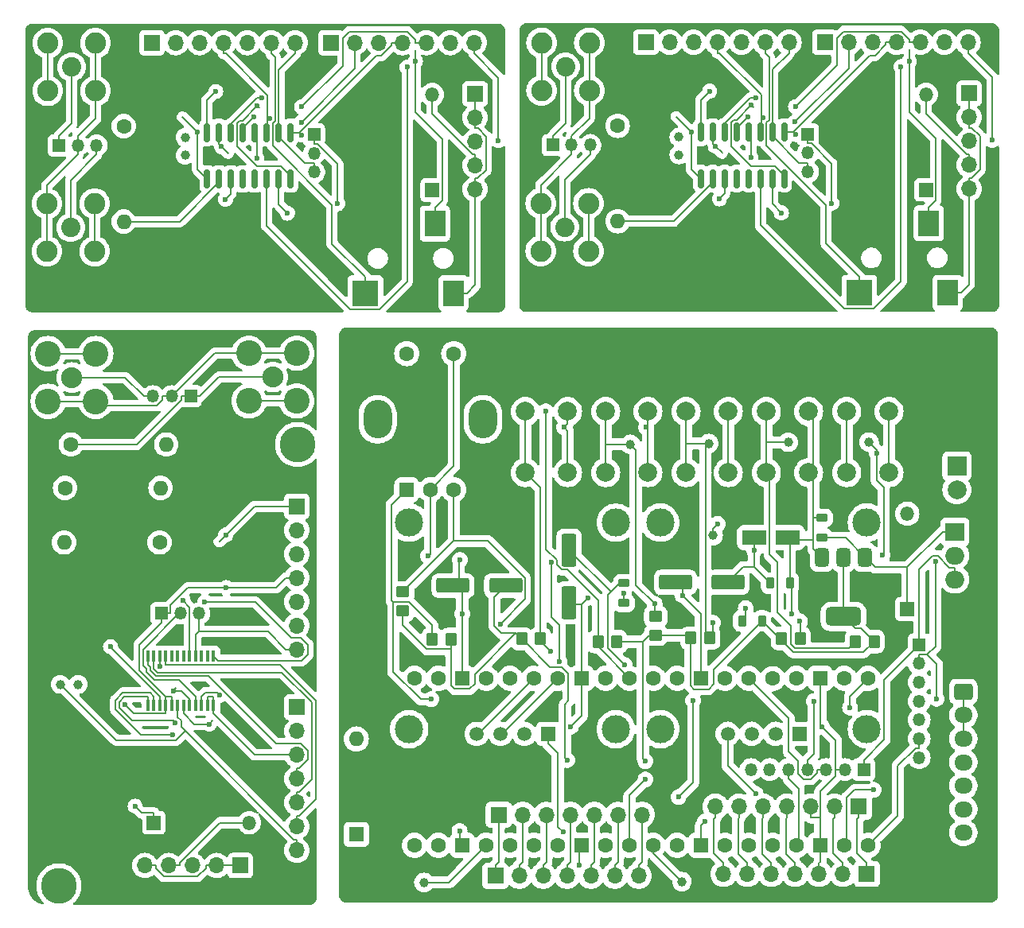
<source format=gbr>
%TF.GenerationSoftware,KiCad,Pcbnew,8.0.4*%
%TF.CreationDate,2025-05-03T00:51:18+05:30*%
%TF.ProjectId,TEST PNAL,54455354-2050-44e4-914c-2e6b69636164,rev?*%
%TF.SameCoordinates,Original*%
%TF.FileFunction,Copper,L2,Bot*%
%TF.FilePolarity,Positive*%
%FSLAX46Y46*%
G04 Gerber Fmt 4.6, Leading zero omitted, Abs format (unit mm)*
G04 Created by KiCad (PCBNEW 8.0.4) date 2025-05-03 00:51:18*
%MOMM*%
%LPD*%
G01*
G04 APERTURE LIST*
G04 Aperture macros list*
%AMRoundRect*
0 Rectangle with rounded corners*
0 $1 Rounding radius*
0 $2 $3 $4 $5 $6 $7 $8 $9 X,Y pos of 4 corners*
0 Add a 4 corners polygon primitive as box body*
4,1,4,$2,$3,$4,$5,$6,$7,$8,$9,$2,$3,0*
0 Add four circle primitives for the rounded corners*
1,1,$1+$1,$2,$3*
1,1,$1+$1,$4,$5*
1,1,$1+$1,$6,$7*
1,1,$1+$1,$8,$9*
0 Add four rect primitives between the rounded corners*
20,1,$1+$1,$2,$3,$4,$5,0*
20,1,$1+$1,$4,$5,$6,$7,0*
20,1,$1+$1,$6,$7,$8,$9,0*
20,1,$1+$1,$8,$9,$2,$3,0*%
G04 Aperture macros list end*
%TA.AperFunction,ComponentPad*%
%ADD10R,1.350000X1.350000*%
%TD*%
%TA.AperFunction,ComponentPad*%
%ADD11O,1.350000X1.350000*%
%TD*%
%TA.AperFunction,SMDPad,CuDef*%
%ADD12R,2.200000X2.800000*%
%TD*%
%TA.AperFunction,SMDPad,CuDef*%
%ADD13R,2.800000X2.800000*%
%TD*%
%TA.AperFunction,SMDPad,CuDef*%
%ADD14RoundRect,0.150000X0.150000X-0.825000X0.150000X0.825000X-0.150000X0.825000X-0.150000X-0.825000X0*%
%TD*%
%TA.AperFunction,ComponentPad*%
%ADD15C,1.600000*%
%TD*%
%TA.AperFunction,ComponentPad*%
%ADD16O,1.600000X1.600000*%
%TD*%
%TA.AperFunction,ComponentPad*%
%ADD17C,2.050000*%
%TD*%
%TA.AperFunction,ComponentPad*%
%ADD18C,2.250000*%
%TD*%
%TA.AperFunction,ComponentPad*%
%ADD19R,1.700000X1.700000*%
%TD*%
%TA.AperFunction,ComponentPad*%
%ADD20O,1.700000X1.700000*%
%TD*%
%TA.AperFunction,ComponentPad*%
%ADD21C,1.000000*%
%TD*%
%TA.AperFunction,ComponentPad*%
%ADD22R,1.500000X1.500000*%
%TD*%
%TA.AperFunction,ComponentPad*%
%ADD23O,1.500000X1.500000*%
%TD*%
%TA.AperFunction,SMDPad,CuDef*%
%ADD24C,1.000000*%
%TD*%
%TA.AperFunction,SMDPad,CuDef*%
%ADD25RoundRect,0.250000X-0.550000X1.500000X-0.550000X-1.500000X0.550000X-1.500000X0.550000X1.500000X0*%
%TD*%
%TA.AperFunction,SMDPad,CuDef*%
%ADD26RoundRect,0.218750X0.218750X0.381250X-0.218750X0.381250X-0.218750X-0.381250X0.218750X-0.381250X0*%
%TD*%
%TA.AperFunction,SMDPad,CuDef*%
%ADD27RoundRect,0.218750X0.381250X-0.218750X0.381250X0.218750X-0.381250X0.218750X-0.381250X-0.218750X0*%
%TD*%
%TA.AperFunction,SMDPad,CuDef*%
%ADD28RoundRect,0.250000X0.350000X0.450000X-0.350000X0.450000X-0.350000X-0.450000X0.350000X-0.450000X0*%
%TD*%
%TA.AperFunction,SMDPad,CuDef*%
%ADD29RoundRect,0.218750X-0.218750X-0.381250X0.218750X-0.381250X0.218750X0.381250X-0.218750X0.381250X0*%
%TD*%
%TA.AperFunction,ComponentPad*%
%ADD30R,2.000000X1.905000*%
%TD*%
%TA.AperFunction,ComponentPad*%
%ADD31O,2.000000X1.905000*%
%TD*%
%TA.AperFunction,ComponentPad*%
%ADD32R,2.000000X2.000000*%
%TD*%
%TA.AperFunction,ComponentPad*%
%ADD33C,2.000000*%
%TD*%
%TA.AperFunction,ComponentPad*%
%ADD34RoundRect,0.200000X-0.600000X0.600000X-0.600000X-0.600000X0.600000X-0.600000X0.600000X0.600000X0*%
%TD*%
%TA.AperFunction,SMDPad,CuDef*%
%ADD35RoundRect,0.375000X-0.375000X0.625000X-0.375000X-0.625000X0.375000X-0.625000X0.375000X0.625000X0*%
%TD*%
%TA.AperFunction,SMDPad,CuDef*%
%ADD36RoundRect,0.500000X-1.400000X0.500000X-1.400000X-0.500000X1.400000X-0.500000X1.400000X0.500000X0*%
%TD*%
%TA.AperFunction,SMDPad,CuDef*%
%ADD37RoundRect,0.250000X-0.450000X0.350000X-0.450000X-0.350000X0.450000X-0.350000X0.450000X0.350000X0*%
%TD*%
%TA.AperFunction,ComponentPad*%
%ADD38RoundRect,0.250000X-0.725000X0.600000X-0.725000X-0.600000X0.725000X-0.600000X0.725000X0.600000X0*%
%TD*%
%TA.AperFunction,ComponentPad*%
%ADD39O,1.950000X1.700000*%
%TD*%
%TA.AperFunction,SMDPad,CuDef*%
%ADD40RoundRect,0.250000X1.500000X0.550000X-1.500000X0.550000X-1.500000X-0.550000X1.500000X-0.550000X0*%
%TD*%
%TA.AperFunction,SMDPad,CuDef*%
%ADD41RoundRect,0.250000X-1.050000X-0.550000X1.050000X-0.550000X1.050000X0.550000X-1.050000X0.550000X0*%
%TD*%
%TA.AperFunction,SMDPad,CuDef*%
%ADD42RoundRect,0.218750X-0.381250X0.218750X-0.381250X-0.218750X0.381250X-0.218750X0.381250X0.218750X0*%
%TD*%
%TA.AperFunction,SMDPad,CuDef*%
%ADD43RoundRect,0.250000X-0.350000X-0.450000X0.350000X-0.450000X0.350000X0.450000X-0.350000X0.450000X0*%
%TD*%
%TA.AperFunction,ComponentPad*%
%ADD44R,1.508000X1.508000*%
%TD*%
%TA.AperFunction,ComponentPad*%
%ADD45C,1.508000*%
%TD*%
%TA.AperFunction,ComponentPad*%
%ADD46C,3.000000*%
%TD*%
%TA.AperFunction,ComponentPad*%
%ADD47RoundRect,0.250000X0.550000X-0.550000X0.550000X0.550000X-0.550000X0.550000X-0.550000X-0.550000X0*%
%TD*%
%TA.AperFunction,ComponentPad*%
%ADD48O,3.000000X4.100000*%
%TD*%
%TA.AperFunction,ComponentPad*%
%ADD49R,1.600000X1.600000*%
%TD*%
%TA.AperFunction,ComponentPad*%
%ADD50C,2.600000*%
%TD*%
%TA.AperFunction,ConnectorPad*%
%ADD51C,3.800000*%
%TD*%
%TA.AperFunction,ComponentPad*%
%ADD52C,2.240000*%
%TD*%
%TA.AperFunction,ComponentPad*%
%ADD53C,2.740000*%
%TD*%
%TA.AperFunction,SMDPad,CuDef*%
%ADD54R,0.400000X1.200000*%
%TD*%
%TA.AperFunction,ViaPad*%
%ADD55C,0.600000*%
%TD*%
%TA.AperFunction,Conductor*%
%ADD56C,0.200000*%
%TD*%
G04 APERTURE END LIST*
D10*
%TO.P,J6,1,Pin_1*%
%TO.N,N/C*%
X123935000Y-66930000D03*
D11*
%TO.P,J6,2,Pin_2*%
X123935000Y-68930000D03*
%TO.P,J6,3,Pin_3*%
X123935000Y-70930000D03*
%TD*%
D12*
%TO.P,J8,R*%
%TO.N,N/C*%
X136800000Y-76405000D03*
%TO.P,J8,S*%
X138800000Y-83805000D03*
D13*
%TO.P,J8,T*%
X129400000Y-83805000D03*
%TD*%
D14*
%TO.P,U2,1,LOUT/DFS*%
%TO.N,N/C*%
X121430000Y-71655000D03*
%TO.P,U2,2,GPO3/DCLK*%
X120160000Y-71655000D03*
%TO.P,U2,3,GPO2/INTB*%
X118890000Y-71655000D03*
%TO.P,U2,4,GPO1*%
X117620000Y-71655000D03*
%TO.P,U2,5,NC*%
X116350000Y-71655000D03*
%TO.P,U2,6,FMI*%
X115080000Y-71655000D03*
%TO.P,U2,7,RFGND*%
X113810000Y-71655000D03*
%TO.P,U2,8,AMI*%
X112540000Y-71655000D03*
%TO.P,U2,9,\u002ARST*%
X112540000Y-66705000D03*
%TO.P,U2,10,SENB*%
X113810000Y-66705000D03*
%TO.P,U2,11,SCLK*%
X115080000Y-66705000D03*
%TO.P,U2,12,SDIO*%
X116350000Y-66705000D03*
%TO.P,U2,13,RCLK*%
X117620000Y-66705000D03*
%TO.P,U2,14,VDD*%
X118890000Y-66705000D03*
%TO.P,U2,15,GND*%
X120160000Y-66705000D03*
%TO.P,U2,16,ROUT/DOUT*%
X121430000Y-66705000D03*
%TD*%
D15*
%TO.P,L1,1,1*%
%TO.N,N/C*%
X103685000Y-66030000D03*
D16*
%TO.P,L1,2,2*%
X103685000Y-76190000D03*
%TD*%
D17*
%TO.P,J1,1,In*%
%TO.N,N/C*%
X98135000Y-59730000D03*
D18*
%TO.P,J1,2,Ext*%
X95595000Y-62270000D03*
X100675000Y-62270000D03*
X95595000Y-57190000D03*
X100675000Y-57190000D03*
%TD*%
D19*
%TO.P,J2,1,Pin_1*%
%TO.N,N/C*%
X141085000Y-62580000D03*
D20*
%TO.P,J2,2,Pin_2*%
X141085000Y-65120000D03*
%TO.P,J2,3,Pin_3*%
X141085000Y-67660000D03*
%TO.P,J2,4,Pin_4*%
X141085000Y-70200000D03*
%TO.P,J2,5,Pin_5*%
X141085000Y-72740000D03*
%TD*%
D19*
%TO.P,J4,1,Pin_1*%
%TO.N,N/C*%
X106685000Y-57140000D03*
D20*
%TO.P,J4,2,Pin_2*%
X109225000Y-57140000D03*
%TO.P,J4,3,Pin_3*%
X111765000Y-57140000D03*
%TO.P,J4,4,Pin_4*%
X114305000Y-57140000D03*
%TO.P,J4,5,Pin_5*%
X116845000Y-57140000D03*
%TO.P,J4,6,Pin_6*%
X119385000Y-57140000D03*
%TO.P,J4,7,Pin_7*%
X121925000Y-57140000D03*
%TD*%
D19*
%TO.P,J3,1,Pin_1*%
%TO.N,N/C*%
X125735000Y-57140000D03*
D20*
%TO.P,J3,2,Pin_2*%
X128275000Y-57140000D03*
%TO.P,J3,3,Pin_3*%
X130815000Y-57140000D03*
%TO.P,J3,4,Pin_4*%
X133355000Y-57140000D03*
%TO.P,J3,5,Pin_5*%
X135895000Y-57140000D03*
%TO.P,J3,6,Pin_6*%
X138435000Y-57140000D03*
%TO.P,J3,7,Pin_7*%
X140975000Y-57140000D03*
%TD*%
D10*
%TO.P,J7,1,Pin_1*%
%TO.N,N/C*%
X96785000Y-68080000D03*
D11*
%TO.P,J7,2,Pin_2*%
X98785000Y-68080000D03*
%TO.P,J7,3,Pin_3*%
X100785000Y-68080000D03*
%TD*%
D21*
%TO.P,Y1,1,1*%
%TO.N,N/C*%
X110210000Y-69130000D03*
%TO.P,Y1,2,2*%
X110210000Y-67230000D03*
%TD*%
D22*
%TO.P,D1,1,K*%
%TO.N,N/C*%
X136510000Y-72840000D03*
D23*
%TO.P,D1,2,A*%
X136510000Y-62680000D03*
%TD*%
D17*
%TO.P,J5,1,In*%
%TO.N,N/C*%
X98045000Y-76820000D03*
D18*
%TO.P,J5,2,Ext*%
X95505000Y-74280000D03*
X95505000Y-79360000D03*
X100585000Y-74280000D03*
X100585000Y-79360000D03*
%TD*%
D24*
%TO.P,TP6,1,1*%
%TO.N,N/C*%
X110525000Y-146510000D03*
%TD*%
D25*
%TO.P,C6,1*%
%TO.N,N/C*%
X98515000Y-111190000D03*
%TO.P,C6,2*%
X98515000Y-116790000D03*
%TD*%
D26*
%TO.P,C3,1*%
%TO.N,N/C*%
X119057500Y-118750000D03*
%TO.P,C3,2*%
X116932500Y-118750000D03*
%TD*%
D27*
%TO.P,C1,1*%
%TO.N,N/C*%
X125455000Y-109892500D03*
%TO.P,C1,2*%
X125455000Y-107767500D03*
%TD*%
D28*
%TO.P,R5,1*%
%TO.N,N/C*%
X123105000Y-120620000D03*
%TO.P,R5,2*%
X121105000Y-120620000D03*
%TD*%
D24*
%TO.P,TP2,1,1*%
%TO.N,N/C*%
X121845000Y-99720000D03*
%TD*%
D29*
%TO.P,C7,1*%
%TO.N,N/C*%
X119904300Y-114711400D03*
%TO.P,C7,2*%
X122029300Y-114711400D03*
%TD*%
D24*
%TO.P,TP1,1,1*%
%TO.N,N/C*%
X130435000Y-99700000D03*
%TD*%
%TO.P,TP3,1,1*%
%TO.N,N/C*%
X113375000Y-99850000D03*
%TD*%
D10*
%TO.P,J4,1,Pin_1*%
%TO.N,N/C*%
X135775000Y-121290000D03*
D11*
%TO.P,J4,2,Pin_2*%
X135775000Y-123290000D03*
%TO.P,J4,3,Pin_3*%
X135775000Y-125290000D03*
%TO.P,J4,4,Pin_4*%
X135775000Y-127290000D03*
%TO.P,J4,5,Pin_5*%
X135775000Y-129290000D03*
%TO.P,J4,6,Pin_6*%
X135775000Y-131290000D03*
%TO.P,J4,7,Pin_7*%
X135775000Y-133290000D03*
%TD*%
D30*
%TO.P,U2,1,VI*%
%TO.N,N/C*%
X139585000Y-109250400D03*
D31*
%TO.P,U2,2,GND*%
X139585000Y-111790400D03*
%TO.P,U2,3,VO*%
X139585000Y-114330400D03*
%TD*%
D32*
%TO.P,J1,1,Pin_1*%
%TO.N,N/C*%
X139788200Y-102240000D03*
D33*
%TO.P,J1,2,Pin_2*%
X139788200Y-104780000D03*
%TD*%
%TO.P,SW4,1,1*%
%TO.N,N/C*%
X106915000Y-96450000D03*
X106915000Y-102950000D03*
%TO.P,SW4,2,2*%
X102415000Y-96450000D03*
X102415000Y-102950000D03*
%TD*%
%TO.P,SW2,1,1*%
%TO.N,N/C*%
X124015000Y-96450000D03*
X124015000Y-102950000D03*
%TO.P,SW2,2,2*%
X119515000Y-96450000D03*
X119515000Y-102950000D03*
%TD*%
%TO.P,SW1,1,1*%
%TO.N,N/C*%
X132565000Y-96450000D03*
X132565000Y-102950000D03*
%TO.P,SW1,2,2*%
X128065000Y-96450000D03*
X128065000Y-102950000D03*
%TD*%
%TO.P,SW5,1,1*%
%TO.N,N/C*%
X98365000Y-96450000D03*
X98365000Y-102950000D03*
%TO.P,SW5,2,2*%
X93865000Y-96450000D03*
X93865000Y-102950000D03*
%TD*%
D19*
%TO.P,J6,1,Pin_1*%
%TO.N,N/C*%
X129345000Y-138520000D03*
D20*
%TO.P,J6,2,Pin_2*%
X126805000Y-138520000D03*
%TO.P,J6,3,Pin_3*%
X124265000Y-138520000D03*
%TO.P,J6,4,Pin_4*%
X121725000Y-138520000D03*
%TO.P,J6,5,Pin_5*%
X119185000Y-138520000D03*
%TO.P,J6,6,Pin_6*%
X116645000Y-138520000D03*
%TO.P,J6,7,Pin_7*%
X114105000Y-138520000D03*
%TD*%
D19*
%TO.P,J5,1,Pin_1*%
%TO.N,N/C*%
X91035000Y-139380000D03*
D20*
%TO.P,J5,2,Pin_2*%
X93575000Y-139380000D03*
%TO.P,J5,3,Pin_3*%
X96115000Y-139380000D03*
%TO.P,J5,4,Pin_4*%
X98655000Y-139380000D03*
%TO.P,J5,5,Pin_5*%
X101195000Y-139380000D03*
%TO.P,J5,6,Pin_6*%
X103735000Y-139380000D03*
%TO.P,J5,7,Pin_7*%
X106275000Y-139380000D03*
%TD*%
D33*
%TO.P,SW3,1,1*%
%TO.N,N/C*%
X115465000Y-96450000D03*
X115465000Y-102950000D03*
%TO.P,SW3,2,2*%
X110965000Y-96450000D03*
X110965000Y-102950000D03*
%TD*%
D10*
%TO.P,J3,1,Pin_1*%
%TO.N,N/C*%
X129874600Y-134574200D03*
D11*
%TO.P,J3,2,Pin_2*%
X127874600Y-134574200D03*
%TO.P,J3,3,Pin_3*%
X125874600Y-134574200D03*
%TO.P,J3,4,Pin_4*%
X123874600Y-134574200D03*
%TO.P,J3,5,Pin_5*%
X121874600Y-134574200D03*
%TO.P,J3,6,Pin_6*%
X119874600Y-134574200D03*
%TO.P,J3,7,Pin_7*%
X117874600Y-134574200D03*
%TD*%
D19*
%TO.P,J8,1,Pin_1*%
%TO.N,N/C*%
X90675000Y-145890000D03*
D20*
%TO.P,J8,2,Pin_2*%
X93215000Y-145890000D03*
%TO.P,J8,3,Pin_3*%
X95755000Y-145890000D03*
%TO.P,J8,4,Pin_4*%
X98295000Y-145890000D03*
%TO.P,J8,5,Pin_5*%
X100835000Y-145890000D03*
%TO.P,J8,6,Pin_6*%
X103375000Y-145890000D03*
%TO.P,J8,7,Pin_7*%
X105915000Y-145890000D03*
%TD*%
D19*
%TO.P,J7,1,Pin_1*%
%TO.N,N/C*%
X130205000Y-145690000D03*
D20*
%TO.P,J7,2,Pin_2*%
X127665000Y-145690000D03*
%TO.P,J7,3,Pin_3*%
X125125000Y-145690000D03*
%TO.P,J7,4,Pin_4*%
X122585000Y-145690000D03*
%TO.P,J7,5,Pin_5*%
X120045000Y-145690000D03*
%TO.P,J7,6,Pin_6*%
X117505000Y-145690000D03*
%TO.P,J7,7,Pin_7*%
X114965000Y-145690000D03*
%TD*%
D15*
%TO.P,IC1,1,GP0*%
%TO.N,N/C*%
X82075000Y-124850000D03*
%TO.P,IC1,2,GP1*%
X84615000Y-124850000D03*
D34*
%TO.P,IC1,3,GND*%
X87155000Y-124850000D03*
D15*
%TO.P,IC1,4,GP2*%
X89695000Y-124850000D03*
%TO.P,IC1,5,GP3*%
X92235000Y-124850000D03*
%TO.P,IC1,6,GP4*%
X94775000Y-124850000D03*
%TO.P,IC1,7,GP5*%
X97315000Y-124850000D03*
D34*
%TO.P,IC1,8,GND*%
X99855000Y-124850000D03*
D15*
%TO.P,IC1,9,GP6*%
X102395000Y-124850000D03*
%TO.P,IC1,10,GP7*%
X104935000Y-124850000D03*
%TO.P,IC1,11,GP8*%
X107475000Y-124850000D03*
%TO.P,IC1,12,GP9*%
X110015000Y-124850000D03*
D34*
%TO.P,IC1,13,GND*%
X112555000Y-124850000D03*
D15*
%TO.P,IC1,14,GP10*%
X115095000Y-124850000D03*
%TO.P,IC1,15,GP11*%
X117635000Y-124850000D03*
%TO.P,IC1,16,GP12*%
X120175000Y-124891881D03*
%TO.P,IC1,17,GP13*%
X122715000Y-124850000D03*
D34*
%TO.P,IC1,18,GND*%
X125255000Y-124850000D03*
D15*
%TO.P,IC1,19,GP14*%
X127795000Y-124850000D03*
%TO.P,IC1,20,GP15*%
X130335000Y-124850000D03*
%TO.P,IC1,21,GP16*%
X130335000Y-142630000D03*
%TO.P,IC1,22,GP17*%
X127795000Y-142630000D03*
D34*
%TO.P,IC1,23,GND*%
X125255000Y-142630000D03*
D15*
%TO.P,IC1,24,GP18*%
X122715000Y-142630000D03*
%TO.P,IC1,25,GP19*%
X120175000Y-142630000D03*
%TO.P,IC1,26,GP20*%
X117635000Y-142630000D03*
%TO.P,IC1,27,GP21*%
X115095000Y-142630000D03*
D34*
%TO.P,IC1,28,GND*%
X112555000Y-142630000D03*
D15*
%TO.P,IC1,29,GP22*%
X110015000Y-142630000D03*
%TO.P,IC1,30,RUN*%
X107475000Y-142630000D03*
%TO.P,IC1,31,GP26*%
X104935000Y-142630000D03*
%TO.P,IC1,32,GP27*%
X102395000Y-142630000D03*
D34*
%TO.P,IC1,33,AGND*%
X99855000Y-142630000D03*
D15*
%TO.P,IC1,34,GP28*%
X97315000Y-142630000D03*
%TO.P,IC1,35,ADC_VREF*%
X94775000Y-142630000D03*
%TO.P,IC1,36,3V3_OUT*%
X92235000Y-142630000D03*
%TO.P,IC1,37,3V3_EN*%
X89695000Y-142630000D03*
D34*
%TO.P,IC1,38,GND*%
X87155000Y-142630000D03*
D15*
%TO.P,IC1,39,VSYS*%
X84615000Y-142630000D03*
%TO.P,IC1,40,VBUS*%
X82075000Y-142630000D03*
%TD*%
D28*
%TO.P,R2,1*%
%TO.N,N/C*%
X113485000Y-120580000D03*
%TO.P,R2,2*%
X111485000Y-120580000D03*
%TD*%
D35*
%TO.P,U1,1,GND*%
%TO.N,N/C*%
X125425000Y-111990000D03*
%TO.P,U1,2,VO*%
X127725000Y-111990000D03*
D36*
X127725000Y-118290000D03*
D35*
%TO.P,U1,3,VI*%
X130025000Y-111990000D03*
%TD*%
D37*
%TO.P,R10,1*%
%TO.N,N/C*%
X80835000Y-115660000D03*
%TO.P,R10,2*%
X80835000Y-117660000D03*
%TD*%
D38*
%TO.P,J2,1,Pin_1*%
%TO.N,N/C*%
X140465000Y-126290000D03*
D39*
%TO.P,J2,2,Pin_2*%
X140465000Y-128790000D03*
%TO.P,J2,3,Pin_3*%
X140465000Y-131290000D03*
%TO.P,J2,4,Pin_4*%
X140465000Y-133790000D03*
%TO.P,J2,5,Pin_5*%
X140465000Y-136290000D03*
%TO.P,J2,6,Pin_6*%
X140465000Y-138790000D03*
%TO.P,J2,7,Pin_7*%
X140465000Y-141290000D03*
%TD*%
D40*
%TO.P,C2,1*%
%TO.N,N/C*%
X115441600Y-114635200D03*
%TO.P,C2,2*%
X109841600Y-114635200D03*
%TD*%
D28*
%TO.P,R8,1*%
%TO.N,N/C*%
X85975000Y-120710000D03*
%TO.P,R8,2*%
X83975000Y-120710000D03*
%TD*%
D41*
%TO.P,C8,1*%
%TO.N,N/C*%
X118205000Y-109860000D03*
%TO.P,C8,2*%
X121805000Y-109860000D03*
%TD*%
D40*
%TO.P,C4,1*%
%TO.N,N/C*%
X91768800Y-114990800D03*
%TO.P,C4,2*%
X86168800Y-114990800D03*
%TD*%
D42*
%TO.P,C5,1*%
%TO.N,N/C*%
X104355200Y-114711400D03*
%TO.P,C5,2*%
X104355200Y-116836400D03*
%TD*%
D22*
%TO.P,D2,1,K*%
%TO.N,N/C*%
X134505000Y-117480000D03*
D23*
%TO.P,D2,2,A*%
X134505000Y-107320000D03*
%TD*%
D24*
%TO.P,TP5,1,1*%
%TO.N,N/C*%
X83075000Y-146590000D03*
%TD*%
%TO.P,TP4,1,1*%
%TO.N,N/C*%
X105045000Y-99950000D03*
%TD*%
%TO.P,TP7,1,1*%
%TO.N,N/C*%
X113845000Y-109650000D03*
%TD*%
D37*
%TO.P,R3,1*%
%TO.N,N/C*%
X107735000Y-118280000D03*
%TO.P,R3,2*%
X107735000Y-120280000D03*
%TD*%
D28*
%TO.P,R9,1*%
%TO.N,N/C*%
X103595000Y-120960000D03*
%TO.P,R9,2*%
X101595000Y-120960000D03*
%TD*%
D43*
%TO.P,R1,1*%
%TO.N,N/C*%
X128975000Y-120960000D03*
%TO.P,R1,2*%
X130975000Y-120960000D03*
%TD*%
D28*
%TO.P,R4,1*%
%TO.N,N/C*%
X95465000Y-120660000D03*
%TO.P,R4,2*%
X93465000Y-120660000D03*
%TD*%
D44*
%TO.P,B1,1,GND*%
%TO.N,N/C*%
X123015000Y-130767500D03*
D45*
%TO.P,B1,2,VCC*%
X120475000Y-130767500D03*
%TO.P,B1,3,SCL*%
X117935000Y-130767500D03*
%TO.P,B1,4,SDA*%
X115395000Y-130767500D03*
D46*
%TO.P,B1,S1*%
X130205000Y-130267500D03*
%TO.P,B1,S2*%
X108205000Y-130267500D03*
%TO.P,B1,S3*%
X108205000Y-108267500D03*
%TO.P,B1,S4*%
X130205000Y-108267500D03*
%TD*%
D47*
%TO.P,SW6,A,A*%
%TO.N,N/C*%
X81245000Y-104780000D03*
D15*
%TO.P,SW6,B,B*%
X86245000Y-104780000D03*
%TO.P,SW6,C,C*%
X83745000Y-104780000D03*
%TO.P,SW6,S1,S1*%
X81245000Y-90280000D03*
%TO.P,SW6,S2,S2*%
X86245000Y-90280000D03*
D48*
%TO.P,SW6,SH*%
X78145000Y-97280000D03*
X89345000Y-97280000D03*
%TD*%
D49*
%TO.P,D1,1,K*%
%TO.N,N/C*%
X75875000Y-141480000D03*
D16*
%TO.P,D1,2,A*%
X75875000Y-131320000D03*
%TD*%
D44*
%TO.P,B2,1,GND*%
%TO.N,N/C*%
X96310000Y-130776000D03*
D45*
%TO.P,B2,2,VCC*%
X93770000Y-130776000D03*
%TO.P,B2,3,SCL*%
X91230000Y-130776000D03*
%TO.P,B2,4,SDA*%
X88690000Y-130776000D03*
D46*
%TO.P,B2,S1*%
X103500000Y-130276000D03*
%TO.P,B2,S2*%
X81500000Y-130276000D03*
%TO.P,B2,S3*%
X81500000Y-108276000D03*
%TO.P,B2,S4*%
X103500000Y-108276000D03*
%TD*%
D12*
%TO.P,J8,R*%
%TO.N,N/C*%
X84241650Y-76441650D03*
%TO.P,J8,S*%
X86241650Y-83841650D03*
D13*
%TO.P,J8,T*%
X76841650Y-83841650D03*
%TD*%
D10*
%TO.P,J6,1,Pin_1*%
%TO.N,N/C*%
X71376650Y-66966650D03*
D11*
%TO.P,J6,2,Pin_2*%
X71376650Y-68966650D03*
%TO.P,J6,3,Pin_3*%
X71376650Y-70966650D03*
%TD*%
D14*
%TO.P,U2,1,LOUT/DFS*%
%TO.N,N/C*%
X68871650Y-71691650D03*
%TO.P,U2,2,GPO3/DCLK*%
X67601650Y-71691650D03*
%TO.P,U2,3,GPO2/INTB*%
X66331650Y-71691650D03*
%TO.P,U2,4,GPO1*%
X65061650Y-71691650D03*
%TO.P,U2,5,NC*%
X63791650Y-71691650D03*
%TO.P,U2,6,FMI*%
X62521650Y-71691650D03*
%TO.P,U2,7,RFGND*%
X61251650Y-71691650D03*
%TO.P,U2,8,AMI*%
X59981650Y-71691650D03*
%TO.P,U2,9,\u002ARST*%
X59981650Y-66741650D03*
%TO.P,U2,10,SENB*%
X61251650Y-66741650D03*
%TO.P,U2,11,SCLK*%
X62521650Y-66741650D03*
%TO.P,U2,12,SDIO*%
X63791650Y-66741650D03*
%TO.P,U2,13,RCLK*%
X65061650Y-66741650D03*
%TO.P,U2,14,VDD*%
X66331650Y-66741650D03*
%TO.P,U2,15,GND*%
X67601650Y-66741650D03*
%TO.P,U2,16,ROUT/DOUT*%
X68871650Y-66741650D03*
%TD*%
D15*
%TO.P,L1,1,1*%
%TO.N,N/C*%
X51126650Y-66066650D03*
D16*
%TO.P,L1,2,2*%
X51126650Y-76226650D03*
%TD*%
D19*
%TO.P,J2,1,Pin_1*%
%TO.N,N/C*%
X88526650Y-62616650D03*
D20*
%TO.P,J2,2,Pin_2*%
X88526650Y-65156650D03*
%TO.P,J2,3,Pin_3*%
X88526650Y-67696650D03*
%TO.P,J2,4,Pin_4*%
X88526650Y-70236650D03*
%TO.P,J2,5,Pin_5*%
X88526650Y-72776650D03*
%TD*%
D17*
%TO.P,J1,1,In*%
%TO.N,N/C*%
X45576650Y-59766650D03*
D18*
%TO.P,J1,2,Ext*%
X43036650Y-62306650D03*
X48116650Y-62306650D03*
X43036650Y-57226650D03*
X48116650Y-57226650D03*
%TD*%
D21*
%TO.P,Y1,1,1*%
%TO.N,N/C*%
X57651650Y-69166650D03*
%TO.P,Y1,2,2*%
X57651650Y-67266650D03*
%TD*%
D22*
%TO.P,D1,1,K*%
%TO.N,N/C*%
X83951650Y-72876650D03*
D23*
%TO.P,D1,2,A*%
X83951650Y-62716650D03*
%TD*%
D19*
%TO.P,J4,1,Pin_1*%
%TO.N,N/C*%
X54126650Y-57176650D03*
D20*
%TO.P,J4,2,Pin_2*%
X56666650Y-57176650D03*
%TO.P,J4,3,Pin_3*%
X59206650Y-57176650D03*
%TO.P,J4,4,Pin_4*%
X61746650Y-57176650D03*
%TO.P,J4,5,Pin_5*%
X64286650Y-57176650D03*
%TO.P,J4,6,Pin_6*%
X66826650Y-57176650D03*
%TO.P,J4,7,Pin_7*%
X69366650Y-57176650D03*
%TD*%
D19*
%TO.P,J3,1,Pin_1*%
%TO.N,N/C*%
X73176650Y-57176650D03*
D20*
%TO.P,J3,2,Pin_2*%
X75716650Y-57176650D03*
%TO.P,J3,3,Pin_3*%
X78256650Y-57176650D03*
%TO.P,J3,4,Pin_4*%
X80796650Y-57176650D03*
%TO.P,J3,5,Pin_5*%
X83336650Y-57176650D03*
%TO.P,J3,6,Pin_6*%
X85876650Y-57176650D03*
%TO.P,J3,7,Pin_7*%
X88416650Y-57176650D03*
%TD*%
D17*
%TO.P,J5,1,In*%
%TO.N,N/C*%
X45486650Y-76856650D03*
D18*
%TO.P,J5,2,Ext*%
X42946650Y-74316650D03*
X42946650Y-79396650D03*
X48026650Y-74316650D03*
X48026650Y-79396650D03*
%TD*%
D10*
%TO.P,J7,1,Pin_1*%
%TO.N,N/C*%
X44226650Y-68116650D03*
D11*
%TO.P,J7,2,Pin_2*%
X46226650Y-68116650D03*
%TO.P,J7,3,Pin_3*%
X48226650Y-68116650D03*
%TD*%
D22*
%TO.P,D1,1,K*%
%TO.N,Board_0-Net-(D1-K)*%
X54328500Y-140230700D03*
D23*
%TO.P,D1,2,A*%
%TO.N,Board_0-9V*%
X64488500Y-140230700D03*
%TD*%
D21*
%TO.P,Y1,1,1*%
%TO.N,Board_0-Net-(C11-Pad1)*%
X46278500Y-125500700D03*
%TO.P,Y1,2,2*%
%TO.N,Board_0-RCLK*%
X44378500Y-125500700D03*
%TD*%
D19*
%TO.P,J2,1,Pin_1*%
%TO.N,Board_0-GND*%
X63548500Y-144790700D03*
D20*
%TO.P,J2,2,Pin_2*%
X61008500Y-144790700D03*
%TO.P,J2,3,Pin_3*%
%TO.N,Board_0-3V3R2*%
X58468500Y-144790700D03*
%TO.P,J2,4,Pin_4*%
%TO.N,Board_0-9V*%
X55928500Y-144790700D03*
%TO.P,J2,5,Pin_5*%
%TO.N,Board_0-GND*%
X53388500Y-144790700D03*
%TD*%
D15*
%TO.P,L1,1,1*%
%TO.N,Board_0-FMI*%
X45495000Y-99960000D03*
D16*
%TO.P,L1,2,2*%
%TO.N,Board_0-GND*%
X55655000Y-99960000D03*
%TD*%
D50*
%TO.P,2,1*%
%TO.N,N/C*%
X69625000Y-99960000D03*
D51*
X69625000Y-99960000D03*
%TD*%
D10*
%TO.P,J6,1,Pin_1*%
%TO.N,Board_0-FMI*%
X58238500Y-94820700D03*
D11*
%TO.P,J6,2,Pin_2*%
%TO.N,Board_0-GND*%
X56238500Y-94820700D03*
%TO.P,J6,3,Pin_3*%
%TO.N,Board_0-AMI*%
X54238500Y-94820700D03*
%TD*%
D52*
%TO.P,J1,1,In*%
%TO.N,Board_0-FMI*%
X66998500Y-92790700D03*
D53*
%TO.P,J1,2,Ext*%
%TO.N,Board_0-GND*%
X69538500Y-90250700D03*
X64458500Y-90250700D03*
X69538500Y-95330700D03*
X64458500Y-95330700D03*
%TD*%
D52*
%TO.P,J5,1,In*%
%TO.N,Board_0-AMI*%
X45618500Y-92820700D03*
D53*
%TO.P,J5,2,Ext*%
%TO.N,Board_0-GND*%
X43078500Y-95360700D03*
X48158500Y-95360700D03*
X43078500Y-90280700D03*
X48158500Y-90280700D03*
%TD*%
D19*
%TO.P,J4,1,Pin_1*%
%TO.N,Board_0-SCL1*%
X69548500Y-106544100D03*
D20*
%TO.P,J4,2,Pin_2*%
%TO.N,Board_0-SDA1*%
X69548500Y-109084100D03*
%TO.P,J4,3,Pin_3*%
%TO.N,Board_0-RST*%
X69548500Y-111624100D03*
%TO.P,J4,4,Pin_4*%
%TO.N,Board_0-3V3R2*%
X69548500Y-114164100D03*
%TO.P,J4,5,Pin_5*%
%TO.N,Board_0-ROUT*%
X69548500Y-116704100D03*
%TO.P,J4,6,Pin_6*%
%TO.N,Board_0-LOUT*%
X69548500Y-119244100D03*
%TO.P,J4,7,Pin_7*%
%TO.N,Board_0-GND*%
X69548500Y-121784100D03*
%TD*%
D50*
%TO.P,1,1*%
%TO.N,N/C*%
X44225000Y-146950000D03*
D51*
X44225000Y-146950000D03*
%TD*%
D19*
%TO.P,J3,1,Pin_1*%
%TO.N,Board_0-SCL*%
X69548500Y-127936300D03*
D20*
%TO.P,J3,2,Pin_2*%
%TO.N,Board_0-SDA*%
X69548500Y-130476300D03*
%TO.P,J3,3,Pin_3*%
%TO.N,Board_0-GND*%
X69548500Y-133016300D03*
%TO.P,J3,4,Pin_4*%
%TO.N,Board_0-DOUT*%
X69548500Y-135556300D03*
%TO.P,J3,5,Pin_5*%
%TO.N,Board_0-DFS*%
X69548500Y-138096300D03*
%TO.P,J3,6,Pin_6*%
%TO.N,Board_0-GPIO2*%
X69548500Y-140636300D03*
%TO.P,J3,7,Pin_7*%
%TO.N,Board_0-RCLK*%
X69548500Y-143176300D03*
%TD*%
D15*
%TO.P,L2,1,1*%
%TO.N,Board_0-Net-(U2-FMI)*%
X54938500Y-110380700D03*
D16*
%TO.P,L2,2,2*%
%TO.N,Board_0-GND*%
X44778500Y-110380700D03*
%TD*%
D15*
%TO.P,L3,1,1*%
%TO.N,Board_0-AMI*%
X44878500Y-104580700D03*
D16*
%TO.P,L3,2,2*%
%TO.N,Board_0-GND*%
X55038500Y-104580700D03*
%TD*%
D10*
%TO.P,J7,1,Pin_1*%
%TO.N,Board_0-3V3R2*%
X55138500Y-117940700D03*
D11*
%TO.P,J7,2,Pin_2*%
%TO.N,Board_0-SEN*%
X57138500Y-117940700D03*
%TO.P,J7,3,Pin_3*%
%TO.N,Board_0-GND*%
X59138500Y-117940700D03*
%TD*%
D54*
%TO.P,U2,1,DOUT*%
%TO.N,Board_0-DOUT*%
X53698500Y-122520700D03*
%TO.P,U2,2,DFS*%
%TO.N,Board_0-DFS*%
X54333500Y-122520700D03*
%TO.P,U2,3,GPO3/(DCLK)*%
%TO.N,Board_0-Net-(U2-GPO3{slash}(DCLK))*%
X54968500Y-122520700D03*
%TO.P,U2,4,GPO2(~{INT})*%
%TO.N,Board_0-GPIO2*%
X55603500Y-122520700D03*
%TO.P,U2,5,GPO1*%
%TO.N,Board_0-unconnected-(U2-GPO1-Pad5)*%
X56238500Y-122520700D03*
%TO.P,U2,6,NC*%
%TO.N,Board_0-unconnected-(U2-NC-Pad6)*%
X56873500Y-122520700D03*
%TO.P,U2,7,NC@1*%
%TO.N,Board_0-unconnected-(U2-NC@1-Pad7)*%
X57508500Y-122520700D03*
%TO.P,U2,8,FMI*%
%TO.N,Board_0-Net-(U2-FMI)*%
X58143500Y-122520700D03*
%TO.P,U2,9,RFGND*%
%TO.N,Board_0-GND*%
X58778500Y-122520700D03*
%TO.P,U2,10,NC@2*%
%TO.N,Board_0-unconnected-(U2-NC@2-Pad10)*%
X59413500Y-122520700D03*
%TO.P,U2,11,NC@3*%
%TO.N,Board_0-unconnected-(U2-NC@3-Pad11)*%
X60048500Y-122520700D03*
%TO.P,U2,12,AMI*%
%TO.N,Board_0-Net-(U2-AMI)*%
X60683500Y-122520700D03*
%TO.P,U2,13,GND*%
%TO.N,Board_0-GND*%
X60683500Y-127720700D03*
%TO.P,U2,14,GND@1*%
X60048500Y-127720700D03*
%TO.P,U2,15,~{RST}*%
%TO.N,Board_0-Net-(U2-~{RST})*%
X59413500Y-127720700D03*
%TO.P,U2,16,~{SEN}*%
%TO.N,Board_0-SEN*%
X58778500Y-127720700D03*
%TO.P,U2,17,SCLK*%
%TO.N,Board_0-SCL1*%
X58143500Y-127720700D03*
%TO.P,U2,18,SDIO*%
%TO.N,Board_0-SDA1*%
X57508500Y-127720700D03*
%TO.P,U2,19,RCLK*%
%TO.N,Board_0-RCLK*%
X56873500Y-127720700D03*
%TO.P,U2,20,VD*%
%TO.N,Board_0-3V3R2*%
X56238500Y-127720700D03*
%TO.P,U2,21,VA*%
X55603500Y-127720700D03*
%TO.P,U2,22,DBYP*%
%TO.N,Board_0-Net-(U2-DBYP)*%
X54968500Y-127720700D03*
%TO.P,U2,23,ROUT(DOUT)*%
%TO.N,Board_0-Net-(U2-ROUT(DOUT))*%
X54333500Y-127720700D03*
%TO.P,U2,24,LOUT(DFS)*%
%TO.N,Board_0-Net-(U2-LOUT(DFS))*%
X53698500Y-127720700D03*
%TD*%
D55*
%TO.N,*%
X133845300Y-59749500D03*
X126459300Y-74278000D03*
X143556100Y-67570100D03*
X122630700Y-66958700D03*
X121107400Y-75295200D03*
X114077100Y-68204200D03*
X122610800Y-63984200D03*
X114507300Y-73810400D03*
X117856800Y-69434800D03*
X113475500Y-62338400D03*
X117898000Y-63851000D03*
X111548600Y-66679600D03*
X119190000Y-65185200D03*
X118372800Y-63031000D03*
X122583800Y-65598200D03*
X117520600Y-65080400D03*
X134721300Y-59147700D03*
X128420400Y-127954800D03*
X91181900Y-119058800D03*
X96613600Y-112524300D03*
X114342800Y-108429700D03*
X130952000Y-136745500D03*
X98309800Y-133543300D03*
X110155900Y-137506500D03*
X106648300Y-135627600D03*
X123084600Y-118791300D03*
X113851400Y-118935600D03*
X97476600Y-123067100D03*
X83844900Y-127084800D03*
X131259200Y-100872000D03*
X131868300Y-111764400D03*
X96557000Y-121979600D03*
X107618500Y-116914300D03*
X124560200Y-127290000D03*
X111722200Y-127200700D03*
X96041300Y-96426300D03*
X106648300Y-133670000D03*
X118364700Y-137149900D03*
X104337100Y-115773900D03*
X97886300Y-141230800D03*
X83515900Y-111839700D03*
X125448700Y-130006100D03*
X98703400Y-130006100D03*
X117321100Y-117388600D03*
X97998400Y-98120300D03*
X122225800Y-118001100D03*
X86894600Y-112246700D03*
X137635700Y-127033200D03*
X99583500Y-144738300D03*
X86858700Y-141120200D03*
X87155000Y-117974600D03*
X137493000Y-112444400D03*
X112962000Y-140099300D03*
X100515500Y-116301900D03*
X110590200Y-116032100D03*
X118205000Y-111230700D03*
X104454100Y-123425300D03*
X106730900Y-98120300D03*
X90997750Y-67606750D03*
X70072350Y-66995350D03*
X68549050Y-75331850D03*
X61518750Y-68240850D03*
X70052450Y-64020850D03*
X61948950Y-73847050D03*
X65298450Y-69471450D03*
X65339650Y-63887650D03*
X58990250Y-66716250D03*
X60917150Y-62375050D03*
X81286950Y-59786150D03*
X66631650Y-65221850D03*
X65814450Y-63067650D03*
X70025450Y-65634850D03*
X64962250Y-65117050D03*
X73900950Y-74314650D03*
X82162950Y-59184350D03*
%TO.N,Board_0-3V3R2*%
X51253600Y-127684900D03*
X62045300Y-115198400D03*
%TO.N,Board_0-Net-(D1-K)*%
X52341200Y-138473600D03*
%TO.N,Board_0-Net-(U2-AMI)*%
X59758900Y-116704300D03*
%TO.N,Board_0-Net-(U2-DBYP)*%
X49725600Y-121474500D03*
%TO.N,Board_0-Net-(U2-FMI)*%
X57442400Y-116588800D03*
%TO.N,Board_0-Net-(U2-GPO3{slash}(DCLK))*%
X54938300Y-123623300D03*
%TO.N,Board_0-Net-(U2-LOUT(DFS))*%
X56621500Y-129587700D03*
%TO.N,Board_0-Net-(U2-ROUT(DOUT))*%
X56369400Y-130836200D03*
%TO.N,Board_0-Net-(U2-~{RST})*%
X61349900Y-126654300D03*
%TO.N,Board_0-SCL1*%
X61982800Y-109594300D03*
X56392200Y-126173800D03*
%TO.N,Board_0-SDA1*%
X60215500Y-129732600D03*
%TD*%
D56*
%TO.N,*%
X98045000Y-76820000D02*
X98045000Y-71796700D01*
X95505000Y-72336700D02*
X98785000Y-69056700D01*
X113810000Y-72022700D02*
X113810000Y-71655000D01*
X100675000Y-62270000D02*
X100675000Y-57190000D01*
X98785000Y-68080000D02*
X98785000Y-69056700D01*
X95505000Y-79360000D02*
X95505000Y-74280000D01*
X109642700Y-76190000D02*
X113810000Y-72022700D01*
X100585000Y-79360000D02*
X100585000Y-74280000D01*
X100675000Y-65213300D02*
X100675000Y-62270000D01*
X98045000Y-71796700D02*
X100785000Y-69056700D01*
X95505000Y-74280000D02*
X95505000Y-72336700D01*
X100785000Y-68080000D02*
X100785000Y-69056700D01*
X122610800Y-63984200D02*
X127004900Y-59590100D01*
X116321300Y-65427700D02*
X116012600Y-65427700D01*
X135895000Y-57140000D02*
X134743300Y-57140000D01*
X123935000Y-70930000D02*
X123935000Y-69953300D01*
X117898000Y-63851000D02*
X116321300Y-65427700D01*
X122372300Y-66700300D02*
X130542800Y-58529800D01*
X122367600Y-66705000D02*
X122372300Y-66700300D01*
X116012600Y-65427700D02*
X115747700Y-65692600D01*
X134743300Y-56871500D02*
X134743300Y-57140000D01*
X141085000Y-72740000D02*
X141085000Y-71588300D01*
X130542800Y-58529800D02*
X131082000Y-58529800D01*
X138800000Y-83805000D02*
X140201700Y-83805000D01*
X120160000Y-67155000D02*
X122958300Y-69953300D01*
X127004900Y-59590100D02*
X127004900Y-56702600D01*
X122630700Y-66958700D02*
X122372300Y-66700300D01*
X120412100Y-70292400D02*
X121430000Y-71310300D01*
X141085000Y-66271700D02*
X141372900Y-66271700D01*
X142237300Y-70704500D02*
X141353500Y-71588300D01*
X127004900Y-56702600D02*
X127719200Y-55988300D01*
X131082000Y-58529800D02*
X132203300Y-57408500D01*
X115747700Y-65692600D02*
X115747700Y-68176500D01*
X120160000Y-66705000D02*
X120160000Y-67155000D01*
X121925000Y-57140000D02*
X121925000Y-58291700D01*
X118102000Y-64055000D02*
X117898000Y-63851000D01*
X117898000Y-63851000D02*
X118102000Y-64055000D01*
X115747700Y-68176500D02*
X117863600Y-70292400D01*
X127719200Y-55988300D02*
X133860100Y-55988300D01*
X141085000Y-82921700D02*
X140201700Y-83805000D01*
X133860100Y-55988300D02*
X134743300Y-56871500D01*
X141353500Y-71588300D02*
X141085000Y-71588300D01*
X141085000Y-65120000D02*
X141085000Y-66271700D01*
X120160000Y-66705000D02*
X120194600Y-66670400D01*
X120194600Y-60022100D02*
X121925000Y-58291700D01*
X142237300Y-67136100D02*
X142237300Y-70704500D01*
X122958300Y-69953300D02*
X123935000Y-69953300D01*
X134721400Y-59149300D02*
X134721300Y-59149300D01*
X136800000Y-76405000D02*
X136800000Y-74703300D01*
X136800000Y-74703300D02*
X137561700Y-73941600D01*
X119792900Y-65434300D02*
X119525100Y-65702100D01*
X129400000Y-83805000D02*
X129400000Y-82103300D01*
X115080000Y-65792300D02*
X115080000Y-66705000D01*
X134721400Y-64540400D02*
X134721400Y-59149300D01*
X134721300Y-57893400D02*
X134721300Y-59149300D01*
X117841300Y-63031000D02*
X115080000Y-65792300D01*
X137561700Y-73941600D02*
X137561700Y-67380700D01*
X134721300Y-59149300D02*
X134721300Y-59147700D01*
X134721300Y-59149300D02*
X134721300Y-57893400D01*
X137561700Y-67380700D02*
X134721400Y-64540400D01*
X119525100Y-65702100D02*
X119525100Y-68125300D01*
X118372800Y-63031000D02*
X117841300Y-63031000D01*
X117620000Y-66705000D02*
X117856800Y-66941800D01*
X111548600Y-66679600D02*
X111548600Y-70663600D01*
X133355000Y-57140000D02*
X132203300Y-57140000D01*
X121107400Y-75295200D02*
X121084800Y-75272600D01*
X118890000Y-76613800D02*
X127782900Y-85506700D01*
X112540000Y-66705000D02*
X112540000Y-63273900D01*
X130933300Y-85506700D02*
X133845300Y-82594700D01*
X114077100Y-68204200D02*
X114802900Y-68930000D01*
X133845300Y-82594700D02*
X133845300Y-59749500D01*
X118890000Y-71655000D02*
X118890000Y-76613800D01*
X120160000Y-71655000D02*
X120160000Y-74347800D01*
X120160000Y-74347800D02*
X121107400Y-75295200D01*
X121430000Y-66705000D02*
X122367600Y-66705000D01*
X112540000Y-63273900D02*
X113475500Y-62338400D01*
X113810000Y-66705000D02*
X113810000Y-67937100D01*
X114802900Y-68930000D02*
X114077100Y-68204200D01*
X113810000Y-67937100D02*
X114077100Y-68204200D01*
X121084800Y-75272600D02*
X121107400Y-75295200D01*
X127782900Y-85506700D02*
X130933300Y-85506700D01*
X120194600Y-66670400D02*
X120194600Y-60022100D01*
X132203300Y-57408500D02*
X132203300Y-57140000D01*
X117856800Y-66941800D02*
X117856800Y-69434800D01*
X121430000Y-71310300D02*
X121430000Y-71655000D01*
X143556100Y-60872800D02*
X143556100Y-67570100D01*
X141085000Y-72740000D02*
X141085000Y-82921700D01*
X140975000Y-58291700D02*
X143556100Y-60872800D01*
X115080000Y-71655000D02*
X115080000Y-73237700D01*
X111548600Y-66679600D02*
X109925500Y-65056500D01*
X117863600Y-70292400D02*
X120412100Y-70292400D01*
X141372900Y-66271700D02*
X142237300Y-67136100D01*
X115080000Y-73237700D02*
X114507300Y-73810400D01*
X141085000Y-62580000D02*
X141085000Y-65120000D01*
X111548600Y-70663600D02*
X112540000Y-71655000D01*
X109925500Y-65056500D02*
X111548600Y-66679600D01*
X140975000Y-57140000D02*
X140975000Y-58291700D01*
X125857600Y-78560900D02*
X129400000Y-82103300D01*
X119525100Y-68125300D02*
X125857600Y-74457800D01*
X119792900Y-58699600D02*
X119792900Y-65434300D01*
X119385000Y-58291700D02*
X119792900Y-58699600D01*
X117520600Y-65080400D02*
X116350000Y-66251000D01*
X125857600Y-74457800D02*
X125857600Y-78560900D01*
X119385000Y-57140000D02*
X119385000Y-58291700D01*
X140816500Y-69048300D02*
X141085000Y-69048300D01*
X128275000Y-57140000D02*
X128275000Y-59907000D01*
X114305000Y-57140000D02*
X114305000Y-58291700D01*
X136510000Y-64741800D02*
X140816500Y-69048300D01*
X128275000Y-59907000D02*
X122583800Y-65598200D01*
X118997700Y-65185200D02*
X118997700Y-62753900D01*
X123935000Y-66930000D02*
X123935000Y-67906700D01*
X118997700Y-66597300D02*
X118997700Y-65185200D01*
X114535500Y-58291700D02*
X114305000Y-58291700D01*
X124301300Y-67906700D02*
X126459300Y-70064700D01*
X126459300Y-70064700D02*
X126459300Y-74278000D01*
X141085000Y-70200000D02*
X141085000Y-69048300D01*
X116350000Y-66251000D02*
X116350000Y-66705000D01*
X136510000Y-62680000D02*
X136510000Y-64741800D01*
X118997700Y-62753900D02*
X114535500Y-58291700D01*
X118890000Y-66705000D02*
X118997700Y-66597300D01*
X123935000Y-67906700D02*
X124301300Y-67906700D01*
X118997700Y-65185200D02*
X119190000Y-65185200D01*
X119191200Y-65185200D02*
X119190000Y-65185200D01*
X119191200Y-65185200D02*
X119190000Y-65185200D01*
X98135000Y-65753300D02*
X98135000Y-59730000D01*
X96785000Y-67103300D02*
X98135000Y-65753300D01*
X96785000Y-68080000D02*
X96785000Y-67103300D01*
X95595000Y-62270000D02*
X95595000Y-57190000D01*
X103685000Y-76190000D02*
X109642700Y-76190000D01*
X98785000Y-67103300D02*
X100675000Y-65213300D01*
X98785000Y-68080000D02*
X98785000Y-67103300D01*
X116645000Y-139671700D02*
X116505100Y-139811600D01*
X122585000Y-145690000D02*
X122585000Y-144538300D01*
X114105000Y-138520000D02*
X114105000Y-139671700D01*
X121585100Y-143538400D02*
X122585000Y-144538300D01*
X121585100Y-139811600D02*
X121585100Y-143538400D01*
X114965000Y-145690000D02*
X114965000Y-144538300D01*
X117505000Y-145690000D02*
X117505000Y-144538300D01*
X116505100Y-139811600D02*
X116505100Y-143538400D01*
X96115000Y-144378300D02*
X96115000Y-139380000D01*
X119045000Y-143538300D02*
X119045000Y-139811700D01*
X120045000Y-145690000D02*
X120045000Y-144538300D01*
X121725000Y-139671700D02*
X121585100Y-139811600D01*
X95755000Y-144738300D02*
X96115000Y-144378300D01*
X101195000Y-139380000D02*
X101195000Y-144378300D01*
X101195000Y-144378300D02*
X100835000Y-144738300D01*
X111722200Y-127200700D02*
X111722200Y-135940200D01*
X98655000Y-144378300D02*
X98655000Y-139380000D01*
X103375000Y-144738300D02*
X103735000Y-144378300D01*
X128420400Y-126764600D02*
X128420400Y-127954800D01*
X113947900Y-143521200D02*
X114965000Y-144538300D01*
X98295000Y-144738300D02*
X98655000Y-144378300D01*
X116505100Y-143538400D02*
X117505000Y-144538300D01*
X119045000Y-139811700D02*
X119185000Y-139671700D01*
X121725000Y-138520000D02*
X121725000Y-139671700D01*
X120045000Y-144538300D02*
X119045000Y-143538300D01*
X103375000Y-145890000D02*
X103375000Y-144738300D01*
X114105000Y-139671700D02*
X113947900Y-139828800D01*
X95755000Y-145890000D02*
X95755000Y-144738300D01*
X103735000Y-144378300D02*
X103735000Y-139380000D01*
X113947900Y-139828800D02*
X113947900Y-143521200D01*
X116645000Y-138520000D02*
X116645000Y-139671700D01*
X100835000Y-145890000D02*
X100835000Y-144738300D01*
X130335000Y-124850000D02*
X128420400Y-126764600D01*
X98295000Y-145890000D02*
X98295000Y-144738300D01*
X119185000Y-138520000D02*
X119185000Y-139671700D01*
X104935000Y-137340900D02*
X106648300Y-135627600D01*
X107475000Y-143460000D02*
X107475000Y-142630000D01*
X93575000Y-139380000D02*
X93575000Y-144378300D01*
X111722200Y-135940200D02*
X110155900Y-137506500D01*
X110525000Y-146510000D02*
X107475000Y-143460000D01*
X85735000Y-146590000D02*
X89695000Y-142630000D01*
X93215000Y-145890000D02*
X93215000Y-144738300D01*
X93575000Y-144378300D02*
X93215000Y-144738300D01*
X83075000Y-146590000D02*
X85735000Y-146590000D01*
X104935000Y-142630000D02*
X104935000Y-137340900D01*
X101595000Y-121510000D02*
X104935000Y-124850000D01*
X123084600Y-118791300D02*
X123105000Y-118811700D01*
X79799300Y-116739900D02*
X79799300Y-124150600D01*
X90675000Y-144738300D02*
X91035000Y-144378300D01*
X90675000Y-145890000D02*
X90675000Y-144738300D01*
X97215300Y-112275100D02*
X96041300Y-111101100D01*
X91035000Y-144378300D02*
X91035000Y-139380000D01*
X101595000Y-120960000D02*
X101595000Y-116530500D01*
X98335400Y-113270900D02*
X97728000Y-113270900D01*
X101595000Y-116530500D02*
X98335400Y-113270900D01*
X131259200Y-100524200D02*
X131259200Y-100872000D01*
X96041300Y-111101100D02*
X96041300Y-96426300D01*
X79623500Y-106401500D02*
X79623500Y-116564100D01*
X130435000Y-99700000D02*
X131259200Y-100524200D01*
X89859500Y-110250000D02*
X93821400Y-114211900D01*
X86245000Y-104780000D02*
X86245000Y-110250000D01*
X101595000Y-120960000D02*
X101595000Y-121510000D01*
X93821400Y-116419300D02*
X91181900Y-119058800D01*
X97215300Y-112758200D02*
X97215300Y-112275100D01*
X81499000Y-116739900D02*
X83975000Y-119215900D01*
X81245000Y-104780000D02*
X79623500Y-106401500D01*
X83975000Y-119215900D02*
X83975000Y-120710000D01*
X93821400Y-114211900D02*
X93821400Y-116419300D01*
X82733500Y-127084800D02*
X83844900Y-127084800D01*
X128065000Y-96450000D02*
X128065000Y-102950000D01*
X131868300Y-111764400D02*
X132014500Y-111618200D01*
X79799300Y-116739900D02*
X81499000Y-116739900D01*
X79623500Y-116564100D02*
X79799300Y-116739900D01*
X86245000Y-110250000D02*
X80835000Y-115660000D01*
X79799300Y-124150600D02*
X82733500Y-127084800D01*
X86245000Y-110250000D02*
X89859500Y-110250000D01*
X132014500Y-104570500D02*
X131259200Y-103815200D01*
X123105000Y-118811700D02*
X123105000Y-120620000D01*
X132014500Y-111618200D02*
X132014500Y-104570500D01*
X97728000Y-113270900D02*
X97215300Y-112758200D01*
X131259200Y-103815200D02*
X131259200Y-100872000D01*
X95465000Y-120660000D02*
X95465000Y-104550000D01*
X95465000Y-120887600D02*
X96557000Y-121979600D01*
X95465000Y-120660000D02*
X95465000Y-120887600D01*
X93865000Y-96450000D02*
X93865000Y-102950000D01*
X95465000Y-104550000D02*
X93865000Y-102950000D01*
X122105700Y-121214800D02*
X122545600Y-121654700D01*
X96613600Y-118296000D02*
X97476600Y-119159000D01*
X113019000Y-100206000D02*
X113019000Y-120114000D01*
X120676700Y-117847500D02*
X122105700Y-119276500D01*
X127795000Y-142630000D02*
X128074800Y-142350200D01*
X119863400Y-111679100D02*
X120676700Y-112492400D01*
X97476600Y-119159000D02*
X97476600Y-123067100D01*
X102415000Y-99950000D02*
X105045000Y-99950000D01*
X122105700Y-119276500D02*
X122105700Y-121214800D01*
X113375000Y-99850000D02*
X113019000Y-100206000D01*
X96613600Y-112524300D02*
X96613600Y-118296000D01*
X128280300Y-121654700D02*
X128975000Y-120960000D01*
X110965000Y-99850000D02*
X113375000Y-99850000D01*
X105613300Y-114909100D02*
X105613300Y-100518300D01*
X107618500Y-116914300D02*
X105613300Y-114909100D01*
X102415000Y-99950000D02*
X102415000Y-96450000D01*
X113851400Y-120213600D02*
X113851400Y-118935600D01*
X119515000Y-102950000D02*
X119863400Y-103298400D01*
X120676700Y-112492400D02*
X120676700Y-117847500D01*
X107618500Y-118163500D02*
X107618500Y-116914300D01*
X122545600Y-121654700D02*
X128280300Y-121654700D01*
X110965000Y-99850000D02*
X110965000Y-102950000D01*
X119863400Y-103298400D02*
X119863400Y-111679100D01*
X119515000Y-99720000D02*
X121845000Y-99720000D01*
X113019000Y-120114000D02*
X113485000Y-120580000D01*
X128074800Y-137579600D02*
X128908900Y-136745500D01*
X128908900Y-136745500D02*
X130952000Y-136745500D01*
X105613300Y-100518300D02*
X105045000Y-99950000D01*
X119515000Y-99720000D02*
X119515000Y-102950000D01*
X102415000Y-102950000D02*
X102415000Y-99950000D01*
X107735000Y-118280000D02*
X107618500Y-118163500D01*
X113485000Y-120580000D02*
X113851400Y-120213600D01*
X128074800Y-142350200D02*
X128074800Y-137579600D01*
X110965000Y-96450000D02*
X110965000Y-99850000D01*
X119515000Y-96450000D02*
X119515000Y-99720000D01*
X123874600Y-133597500D02*
X124560200Y-132911900D01*
X123471600Y-135582100D02*
X122874600Y-134985100D01*
X124560200Y-132911900D02*
X124560200Y-127290000D01*
X122874600Y-134985100D02*
X122874600Y-133624100D01*
X121886500Y-129101500D02*
X117635000Y-124850000D01*
X133486300Y-134150600D02*
X135370200Y-132266700D01*
X133486300Y-139478700D02*
X133486300Y-134150600D01*
X122925000Y-142420000D02*
X122715000Y-142630000D01*
X123874600Y-134574200D02*
X123874600Y-133597500D01*
X124897900Y-134940500D02*
X124256300Y-135582100D01*
X121874600Y-134574200D02*
X121874600Y-135550900D01*
X135775000Y-131290000D02*
X135775000Y-132266700D01*
X130335000Y-142630000D02*
X133486300Y-139478700D01*
X135370200Y-132266700D02*
X135775000Y-132266700D01*
X121874600Y-135550900D02*
X122925000Y-136601300D01*
X122925000Y-136601300D02*
X122925000Y-142420000D01*
X113845000Y-109650000D02*
X113845000Y-108927500D01*
X124897900Y-134574200D02*
X124897900Y-134940500D01*
X124256300Y-135582100D02*
X123471600Y-135582100D01*
X122874600Y-133624100D02*
X121886500Y-132636000D01*
X113845000Y-108927500D02*
X114342800Y-108429700D01*
X125874600Y-134574200D02*
X124897900Y-134574200D01*
X121886500Y-132636000D02*
X121886500Y-129101500D01*
X91330900Y-120058600D02*
X92863600Y-120058600D01*
X120927500Y-120620000D02*
X121105000Y-120620000D01*
X128973400Y-119538400D02*
X127725000Y-118290000D01*
X91768800Y-114990800D02*
X90563500Y-116196100D01*
X80835000Y-119224000D02*
X83376500Y-121765500D01*
X90563500Y-116196100D02*
X90563500Y-119291200D01*
X122389600Y-122081100D02*
X129853900Y-122081100D01*
X111784600Y-126008600D02*
X113364300Y-126008600D01*
X92863600Y-120058600D02*
X88494300Y-124427900D01*
X129853900Y-122081100D02*
X130975000Y-120960000D01*
X121105000Y-120796500D02*
X122389600Y-122081100D01*
X111485000Y-120580000D02*
X111185000Y-120280000D01*
X98075600Y-133309100D02*
X98309800Y-133543300D01*
X96473800Y-123668800D02*
X97760100Y-123668800D01*
X113364300Y-126008600D02*
X113885200Y-125487700D01*
X129553500Y-119538500D02*
X128973400Y-119538500D01*
X88494300Y-125423200D02*
X87934900Y-125982600D01*
X127725000Y-111990000D02*
X127725000Y-118290000D01*
X92863600Y-120058600D02*
X93465000Y-120660000D01*
X97760100Y-123668800D02*
X98443000Y-124351700D01*
X130975000Y-120960000D02*
X129553500Y-119538500D01*
X86337100Y-125982600D02*
X85975000Y-125620500D01*
X106648300Y-133670000D02*
X106371200Y-133392900D01*
X113885200Y-125487700D02*
X113885200Y-123922300D01*
X121105000Y-120620000D02*
X121105000Y-120796500D01*
X88494300Y-124427900D02*
X88494300Y-125423200D01*
X103595000Y-120960000D02*
X106371200Y-120960000D01*
X113885200Y-123922300D02*
X119057500Y-118750000D01*
X98443000Y-127249800D02*
X98075600Y-127617200D01*
X85975000Y-125620500D02*
X85975000Y-121765500D01*
X98075600Y-127617200D02*
X98075600Y-133309100D01*
X128973400Y-119538500D02*
X128973400Y-119538400D01*
X93465000Y-120660000D02*
X96473800Y-123668800D01*
X119057500Y-118750000D02*
X120927500Y-120620000D01*
X87934900Y-125982600D02*
X86337100Y-125982600D01*
X107051200Y-120280000D02*
X107735000Y-120280000D01*
X111417900Y-120647100D02*
X111417900Y-125641900D01*
X83376500Y-121765500D02*
X85975000Y-121765500D01*
X106371200Y-133392900D02*
X106371200Y-120960000D01*
X80835000Y-117660000D02*
X80835000Y-119224000D01*
X111485000Y-120580000D02*
X111417900Y-120647100D01*
X127665000Y-145690000D02*
X127665000Y-144538300D01*
X85975000Y-120710000D02*
X85975000Y-121765500D01*
X134505000Y-117480000D02*
X134505000Y-116954100D01*
X118205000Y-113012100D02*
X119904300Y-114711400D01*
X126647100Y-143520400D02*
X127665000Y-144538300D01*
X111417900Y-125641900D02*
X111784600Y-126008600D01*
X134505000Y-116954100D02*
X134505000Y-113028700D01*
X98443000Y-124351700D02*
X98443000Y-127249800D01*
X118205000Y-109860000D02*
X118205000Y-111230700D01*
X127927500Y-109892500D02*
X130025000Y-111990000D01*
X134505000Y-113028700D02*
X138283300Y-109250400D01*
X88849000Y-130776000D02*
X94775000Y-124850000D01*
X115395000Y-130767500D02*
X115395000Y-134180200D01*
X126805000Y-139671700D02*
X126647100Y-139829600D01*
X139585000Y-109250400D02*
X138283300Y-109250400D01*
X131063700Y-113028700D02*
X130025000Y-111990000D01*
X118205000Y-111230700D02*
X118205000Y-113012100D01*
X126805000Y-138520000D02*
X126805000Y-139671700D01*
X117064700Y-113012100D02*
X118205000Y-113012100D01*
X106371200Y-120960000D02*
X107051200Y-120280000D01*
X90563500Y-119291200D02*
X91330900Y-120058600D01*
X125455000Y-109892500D02*
X127927500Y-109892500D01*
X111185000Y-120280000D02*
X107735000Y-120280000D01*
X134505000Y-113028700D02*
X131063700Y-113028700D01*
X115441600Y-114635200D02*
X117064700Y-113012100D01*
X115395000Y-134180200D02*
X118364700Y-137149900D01*
X88690000Y-130776000D02*
X88849000Y-130776000D01*
X126647100Y-139829600D02*
X126647100Y-143520400D01*
X104454100Y-123425300D02*
X102680600Y-121651800D01*
X137765400Y-111834000D02*
X137221200Y-111834000D01*
X135775000Y-113280200D02*
X135775000Y-121290000D01*
X139007600Y-113076200D02*
X137765400Y-111834000D01*
X129874600Y-134574200D02*
X129874600Y-133597500D01*
X137221200Y-111834000D02*
X135775000Y-113280200D01*
X132054700Y-125010300D02*
X132054700Y-131417400D01*
X103909600Y-114711400D02*
X104355200Y-114711400D01*
X102680600Y-121651800D02*
X102680600Y-115940400D01*
X132054700Y-131417400D02*
X129874600Y-133597500D01*
X102680600Y-115940400D02*
X102973000Y-115648000D01*
X139585000Y-114330400D02*
X139585000Y-113076200D01*
X102973000Y-115648000D02*
X103909600Y-114711400D01*
X98515000Y-111190000D02*
X102973000Y-115648000D01*
X139585000Y-113076200D02*
X139007600Y-113076200D01*
X135775000Y-121290000D02*
X132054700Y-125010300D01*
X115465000Y-96450000D02*
X115465000Y-102950000D01*
X106915000Y-96450000D02*
X106915000Y-97936200D01*
X125455000Y-107767500D02*
X124513900Y-107767500D01*
X124513900Y-104197100D02*
X124513900Y-103448900D01*
X124513900Y-110084300D02*
X124513900Y-111078900D01*
X117321100Y-117388600D02*
X117321100Y-118361400D01*
X99583500Y-142901500D02*
X99855000Y-142630000D01*
X124513900Y-103448900D02*
X124015000Y-102950000D01*
X110590200Y-116032100D02*
X112555000Y-117996900D01*
X112962000Y-140099300D02*
X112555000Y-140506300D01*
X86858700Y-141120200D02*
X86858700Y-142333700D01*
X125255000Y-124850000D02*
X125255000Y-129812400D01*
X109841600Y-114635200D02*
X110590200Y-115383800D01*
X125255000Y-129812400D02*
X125448700Y-130006100D01*
X106275000Y-139380000D02*
X106275000Y-144378300D01*
X83745000Y-111610600D02*
X83745000Y-104780000D01*
X125255000Y-142630000D02*
X125255000Y-139671700D01*
X122029300Y-114711400D02*
X122029300Y-110084300D01*
X124513900Y-110084300D02*
X122029300Y-110084300D01*
X99855000Y-116962400D02*
X100515500Y-116301900D01*
X97316900Y-140661400D02*
X97886300Y-141230800D01*
X137635700Y-127033200D02*
X137635700Y-123319400D01*
X125255000Y-139671700D02*
X124265000Y-139671700D01*
X96310000Y-130776000D02*
X96310000Y-131831700D01*
X122225800Y-118001100D02*
X122225800Y-114907900D01*
X86245000Y-90280000D02*
X86245000Y-102280000D01*
X125255000Y-136889000D02*
X126897900Y-135246100D01*
X126897900Y-131455300D02*
X126897900Y-134574200D01*
X135775000Y-122313300D02*
X136629600Y-122313300D01*
X137635700Y-123319400D02*
X136629600Y-122313300D01*
X104355200Y-115792000D02*
X104337100Y-115773900D01*
X98365000Y-96450000D02*
X98365000Y-97753700D01*
X122225800Y-114907900D02*
X122029300Y-114711400D01*
X125255000Y-139671700D02*
X125255000Y-136889000D01*
X125448700Y-130006100D02*
X126897900Y-131455300D01*
X97316800Y-140661400D02*
X97316900Y-140661400D01*
X122029300Y-110084300D02*
X121805000Y-109860000D01*
X86800000Y-112341300D02*
X86894600Y-112246700D01*
X137492900Y-121450000D02*
X137492900Y-112444400D01*
X140465000Y-128790000D02*
X140465000Y-126290000D01*
X124513900Y-110084300D02*
X124513900Y-107767500D01*
X99855000Y-124850000D02*
X99855000Y-128854500D01*
X98687400Y-116962400D02*
X99855000Y-116962400D01*
X86858700Y-142333700D02*
X87155000Y-142630000D01*
X112555000Y-117996900D02*
X112555000Y-124850000D01*
X97316800Y-132838500D02*
X97316800Y-140661400D01*
X125125000Y-144538300D02*
X125255000Y-144408300D01*
X87155000Y-115345800D02*
X87155000Y-117974600D01*
X86800000Y-114990800D02*
X86800000Y-112341300D01*
X106915000Y-98304400D02*
X106730900Y-98120300D01*
X117321100Y-118361400D02*
X116932500Y-118750000D01*
X135775000Y-123290000D02*
X135775000Y-122313300D01*
X98515000Y-116790000D02*
X98687400Y-116962400D01*
X140465000Y-131290000D02*
X140465000Y-128790000D01*
X87155000Y-117974600D02*
X87155000Y-124850000D01*
X98365000Y-97753700D02*
X97998400Y-98120300D01*
X99583500Y-144738300D02*
X99583500Y-142901500D01*
X105915000Y-145890000D02*
X105915000Y-144738300D01*
X96310000Y-131831700D02*
X97316800Y-132838500D01*
X106915000Y-102950000D02*
X106915000Y-98304400D01*
X124513900Y-111078900D02*
X125425000Y-111990000D01*
X124513900Y-107767500D02*
X124513900Y-104197100D01*
X86168800Y-114990800D02*
X86800000Y-114990800D01*
X137492900Y-112444400D02*
X137493000Y-112444400D01*
X124513900Y-104197100D02*
X124513900Y-96948900D01*
X124265000Y-138520000D02*
X124265000Y-139671700D01*
X124513900Y-96948900D02*
X124015000Y-96450000D01*
X106275000Y-144378300D02*
X105915000Y-144738300D01*
X99855000Y-128854500D02*
X98703400Y-130006100D01*
X86800000Y-114990800D02*
X87155000Y-115345800D01*
X125255000Y-144408300D02*
X125255000Y-142630000D01*
X125125000Y-145690000D02*
X125125000Y-144538300D01*
X104355200Y-116836400D02*
X104355200Y-115792000D01*
X98365000Y-98486900D02*
X97998400Y-98120300D01*
X83515900Y-111839700D02*
X83745000Y-111610600D01*
X112555000Y-140506300D02*
X112555000Y-142630000D01*
X136629600Y-122313300D02*
X137492900Y-121450000D01*
X127874600Y-134574200D02*
X126897900Y-134574200D01*
X132565000Y-96450000D02*
X132565000Y-102950000D01*
X110590200Y-115383800D02*
X110590200Y-116032100D01*
X126897900Y-135246100D02*
X126897900Y-134574200D01*
X99855000Y-124850000D02*
X99855000Y-116962400D01*
X98365000Y-102950000D02*
X98365000Y-98486900D01*
X86245000Y-102280000D02*
X83745000Y-104780000D01*
X106915000Y-97936200D02*
X106730900Y-98120300D01*
X129345000Y-138520000D02*
X129345000Y-139671700D01*
X91389000Y-130776000D02*
X91230000Y-130776000D01*
X129345000Y-139671700D02*
X129186900Y-139829800D01*
X129186900Y-139829800D02*
X129186900Y-143520200D01*
X97315000Y-124850000D02*
X91389000Y-130776000D01*
X129186900Y-143520200D02*
X130205000Y-144538300D01*
X130205000Y-145690000D02*
X130205000Y-144538300D01*
X59981650Y-63310550D02*
X60917150Y-62375050D01*
X59981650Y-66741650D02*
X59981650Y-63310550D01*
X68549050Y-75331850D02*
X68526450Y-75309250D01*
X62244550Y-68966650D02*
X61518750Y-68240850D01*
X61518750Y-68240850D02*
X62244550Y-68966650D01*
X61251650Y-67973750D02*
X61518750Y-68240850D01*
X81286950Y-82631350D02*
X81286950Y-59786150D01*
X75224550Y-85543350D02*
X78374950Y-85543350D01*
X67601650Y-71691650D02*
X67601650Y-74384450D01*
X78374950Y-85543350D02*
X81286950Y-82631350D01*
X66331650Y-71691650D02*
X66331650Y-76650450D01*
X68526450Y-75309250D02*
X68549050Y-75331850D01*
X66331650Y-76650450D02*
X75224550Y-85543350D01*
X61251650Y-66741650D02*
X61251650Y-67973750D01*
X67601650Y-74384450D02*
X68549050Y-75331850D01*
X68871650Y-66741650D02*
X69809250Y-66741650D01*
X80796650Y-57176650D02*
X79644950Y-57176650D01*
X58990250Y-66716250D02*
X58990250Y-70700250D01*
X65061650Y-66741650D02*
X65298450Y-66978450D01*
X79644950Y-57445150D02*
X79644950Y-57176650D01*
X65298450Y-66978450D02*
X65298450Y-69471450D01*
X62521650Y-71691650D02*
X62521650Y-73274350D01*
X58990250Y-66716250D02*
X57367150Y-65093150D01*
X58990250Y-70700250D02*
X59981650Y-71691650D01*
X90997750Y-60909450D02*
X90997750Y-67606750D01*
X62521650Y-73274350D02*
X61948950Y-73847050D01*
X88416650Y-57176650D02*
X88416650Y-58328350D01*
X57367150Y-65093150D02*
X58990250Y-66716250D01*
X88416650Y-58328350D02*
X90997750Y-60909450D01*
X88526650Y-62616650D02*
X88526650Y-65156650D01*
X65305250Y-70329050D02*
X67853750Y-70329050D01*
X68871650Y-71346950D02*
X68871650Y-71691650D01*
X67636250Y-66707050D02*
X67636250Y-60058750D01*
X88526650Y-72776650D02*
X88526650Y-82958350D01*
X88814550Y-66308350D02*
X89678950Y-67172750D01*
X67601650Y-67191650D02*
X70399950Y-69989950D01*
X74446550Y-59626750D02*
X74446550Y-56739250D01*
X67853750Y-70329050D02*
X68871650Y-71346950D01*
X88526650Y-66308350D02*
X88814550Y-66308350D01*
X83336650Y-57176650D02*
X82184950Y-57176650D01*
X89678950Y-70741150D02*
X88795150Y-71624950D01*
X65339650Y-63887650D02*
X65543650Y-64091650D01*
X71376650Y-70966650D02*
X71376650Y-69989950D01*
X88526650Y-82958350D02*
X87643350Y-83841650D01*
X74446550Y-56739250D02*
X75160850Y-56024950D01*
X65543650Y-64091650D02*
X65339650Y-63887650D01*
X69813950Y-66736950D02*
X77984450Y-58566450D01*
X63189350Y-68213150D02*
X65305250Y-70329050D01*
X78523650Y-58566450D02*
X79644950Y-57445150D01*
X69809250Y-66741650D02*
X69813950Y-66736950D01*
X77984450Y-58566450D02*
X78523650Y-58566450D01*
X70072350Y-66995350D02*
X69813950Y-66736950D01*
X63189350Y-65729250D02*
X63189350Y-68213150D01*
X86241650Y-83841650D02*
X87643350Y-83841650D01*
X81301750Y-56024950D02*
X82184950Y-56908150D01*
X65339650Y-63887650D02*
X63762950Y-65464350D01*
X63454250Y-65464350D02*
X63189350Y-65729250D01*
X69366650Y-57176650D02*
X69366650Y-58328350D01*
X67601650Y-66741650D02*
X67601650Y-67191650D01*
X63762950Y-65464350D02*
X63454250Y-65464350D01*
X82184950Y-56908150D02*
X82184950Y-57176650D01*
X70052450Y-64020850D02*
X74446550Y-59626750D01*
X75160850Y-56024950D02*
X81301750Y-56024950D01*
X88795150Y-71624950D02*
X88526650Y-71624950D01*
X88526650Y-72776650D02*
X88526650Y-71624950D01*
X89678950Y-67172750D02*
X89678950Y-70741150D01*
X67601650Y-66741650D02*
X67636250Y-66707050D01*
X70399950Y-69989950D02*
X71376650Y-69989950D01*
X88526650Y-65156650D02*
X88526650Y-66308350D01*
X67636250Y-60058750D02*
X69366650Y-58328350D01*
X84241650Y-74739950D02*
X85003350Y-73978250D01*
X82163050Y-59185950D02*
X82162950Y-59185950D01*
X84241650Y-76441650D02*
X84241650Y-74739950D01*
X82162950Y-57930050D02*
X82162950Y-59185950D01*
X85003350Y-73978250D02*
X85003350Y-67417350D01*
X82162950Y-59185950D02*
X82162950Y-59184350D01*
X82162950Y-59185950D02*
X82162950Y-57930050D01*
X82163050Y-64577050D02*
X82163050Y-59185950D01*
X85003350Y-67417350D02*
X82163050Y-64577050D01*
X67234550Y-65470950D02*
X66966750Y-65738750D01*
X76841650Y-83841650D02*
X76841650Y-82139950D01*
X66966750Y-65738750D02*
X66966750Y-68161950D01*
X62521650Y-65828950D02*
X62521650Y-66741650D01*
X65814450Y-63067650D02*
X65282950Y-63067650D01*
X65282950Y-63067650D02*
X62521650Y-65828950D01*
X67234550Y-58736250D02*
X67234550Y-65470950D01*
X66826650Y-58328350D02*
X67234550Y-58736250D01*
X73299250Y-74494450D02*
X73299250Y-78597550D01*
X66826650Y-57176650D02*
X66826650Y-58328350D01*
X66966750Y-68161950D02*
X73299250Y-74494450D01*
X73299250Y-78597550D02*
X76841650Y-82139950D01*
X88258150Y-69084950D02*
X88526650Y-69084950D01*
X75716650Y-57176650D02*
X75716650Y-59943650D01*
X64962250Y-65117050D02*
X63791650Y-66287650D01*
X75716650Y-59943650D02*
X70025450Y-65634850D01*
X88526650Y-70236650D02*
X88526650Y-69084950D01*
X83951650Y-62716650D02*
X83951650Y-64778450D01*
X83951650Y-64778450D02*
X88258150Y-69084950D01*
X63791650Y-66287650D02*
X63791650Y-66741650D01*
X61977150Y-58328350D02*
X61746650Y-58328350D01*
X71376650Y-66966650D02*
X71376650Y-67943350D01*
X73900950Y-70101350D02*
X73900950Y-74314650D01*
X66439350Y-65221850D02*
X66439350Y-62790550D01*
X66439350Y-66633950D02*
X66439350Y-65221850D01*
X71742950Y-67943350D02*
X73900950Y-70101350D01*
X61746650Y-57176650D02*
X61746650Y-58328350D01*
X66439350Y-62790550D02*
X61977150Y-58328350D01*
X71376650Y-67943350D02*
X71742950Y-67943350D01*
X66331650Y-66741650D02*
X66439350Y-66633950D01*
X66632850Y-65221850D02*
X66631650Y-65221850D01*
X66632850Y-65221850D02*
X66631650Y-65221850D01*
X66439350Y-65221850D02*
X66631650Y-65221850D01*
X46226650Y-67139950D02*
X48116650Y-65249950D01*
X51126650Y-76226650D02*
X57084350Y-76226650D01*
X46226650Y-68116650D02*
X46226650Y-67139950D01*
X43036650Y-62306650D02*
X43036650Y-57226650D01*
X42946650Y-79396650D02*
X42946650Y-74316650D01*
X48026650Y-79396650D02*
X48026650Y-74316650D01*
X42946650Y-72373350D02*
X46226650Y-69093350D01*
X57084350Y-76226650D02*
X61251650Y-72059350D01*
X61251650Y-72059350D02*
X61251650Y-71691650D01*
X48116650Y-62306650D02*
X48116650Y-57226650D01*
X42946650Y-74316650D02*
X42946650Y-72373350D01*
X48116650Y-65249950D02*
X48116650Y-62306650D01*
X46226650Y-68116650D02*
X46226650Y-69093350D01*
X48226650Y-68116650D02*
X48226650Y-69093350D01*
X45486650Y-76856650D02*
X45486650Y-71833350D01*
X45486650Y-71833350D02*
X48226650Y-69093350D01*
X44226650Y-67139950D02*
X45576650Y-65789950D01*
X45576650Y-65789950D02*
X45576650Y-59766650D01*
X44226650Y-68116650D02*
X44226650Y-67139950D01*
%TO.N,Board_0-3V3R2*%
X69548500Y-114164100D02*
X68396800Y-114164100D01*
X55138500Y-118917400D02*
X52759600Y-121296300D01*
X56238500Y-127720700D02*
X56238500Y-126819000D01*
X52759600Y-123999500D02*
X55579100Y-126819000D01*
X62045300Y-115198400D02*
X57982000Y-115198400D01*
X55603500Y-127653200D02*
X55603500Y-127720700D01*
X67362500Y-115198400D02*
X68396800Y-114164100D01*
X55579100Y-126819000D02*
X55603500Y-126819000D01*
X55603500Y-127653200D02*
X55603500Y-126819000D01*
X57982000Y-115198400D02*
X56115200Y-117065200D01*
X55603500Y-126819000D02*
X56238500Y-126819000D01*
X56115200Y-117065200D02*
X56115200Y-117940700D01*
X62045300Y-115198400D02*
X67362500Y-115198400D01*
X52759600Y-121296300D02*
X52759600Y-123999500D01*
X55138500Y-117940700D02*
X56115200Y-117940700D01*
X55138500Y-117940700D02*
X55138500Y-118917400D01*
X55603500Y-127720700D02*
X55603500Y-128622400D01*
X52191100Y-128622400D02*
X51253600Y-127684900D01*
X55603500Y-128622400D02*
X52191100Y-128622400D01*
%TO.N,Board_0-9V*%
X57080200Y-144502800D02*
X61352300Y-140230700D01*
X61352300Y-140230700D02*
X64488500Y-140230700D01*
X57080200Y-144790700D02*
X57080200Y-144502800D01*
X55928500Y-144790700D02*
X57080200Y-144790700D01*
%TO.N,Board_0-AMI*%
X54238500Y-94820700D02*
X53261800Y-94820700D01*
X45618500Y-92820700D02*
X51261800Y-92820700D01*
X51261800Y-92820700D02*
X53261800Y-94820700D01*
%TO.N,Board_0-DFS*%
X54689100Y-124225000D02*
X54336600Y-123872500D01*
X71138600Y-135640500D02*
X71138600Y-127398100D01*
X54336600Y-123425500D02*
X54333500Y-123422400D01*
X54336600Y-123872500D02*
X54336600Y-123425500D01*
X69548500Y-138096300D02*
X69548500Y-136944600D01*
X54333500Y-122520700D02*
X54333500Y-123422400D01*
X69834500Y-136944600D02*
X71138600Y-135640500D01*
X71138600Y-127398100D02*
X67965500Y-124225000D01*
X67965500Y-124225000D02*
X54689100Y-124225000D01*
X69548500Y-136944600D02*
X69834500Y-136944600D01*
%TO.N,Board_0-DOUT*%
X53698500Y-122520700D02*
X53698500Y-123422400D01*
X69836400Y-134404600D02*
X70731300Y-133509700D01*
X69548500Y-135556300D02*
X69548500Y-134404600D01*
X53934900Y-124038800D02*
X53934900Y-123658800D01*
X69988300Y-131804800D02*
X67351200Y-131804800D01*
X54522800Y-124626700D02*
X53934900Y-124038800D01*
X60173100Y-124626700D02*
X54522800Y-124626700D01*
X70731300Y-133509700D02*
X70731300Y-132547800D01*
X53934900Y-123658800D02*
X53698500Y-123422400D01*
X69548500Y-134404600D02*
X69836400Y-134404600D01*
X70731300Y-132547800D02*
X69988300Y-131804800D01*
X67351200Y-131804800D02*
X60173100Y-124626700D01*
%TO.N,Board_0-FMI*%
X45495000Y-99960000D02*
X52488800Y-99960000D01*
X58238500Y-94820700D02*
X57261800Y-94820700D01*
X66998500Y-92790700D02*
X61245200Y-92790700D01*
X61245200Y-92790700D02*
X59215200Y-94820700D01*
X58238500Y-94820700D02*
X59215200Y-94820700D01*
X52488800Y-99960000D02*
X57261800Y-95187000D01*
X57261800Y-95187000D02*
X57261800Y-94820700D01*
%TO.N,Board_0-GND*%
X48158500Y-95360700D02*
X43078500Y-95360700D01*
X59138500Y-119851600D02*
X66464300Y-119851600D01*
X56238500Y-94820700D02*
X55261800Y-94820700D01*
X58778500Y-122520700D02*
X58778500Y-120211600D01*
X54540200Y-145078600D02*
X55410400Y-145948800D01*
X58967200Y-145948800D02*
X59856800Y-145059200D01*
X59856800Y-145059200D02*
X59856800Y-144790700D01*
X66464300Y-119851600D02*
X68396800Y-121784100D01*
X69548500Y-121784100D02*
X68396800Y-121784100D01*
X54540200Y-144790700D02*
X54540200Y-145078600D01*
X48646100Y-95848300D02*
X48158500Y-95360700D01*
X48158500Y-90280700D02*
X43078500Y-90280700D01*
X54600500Y-95848300D02*
X48646100Y-95848300D01*
X59138500Y-118917400D02*
X59138500Y-119851600D01*
X60683500Y-127720700D02*
X60683500Y-128622400D01*
X63548500Y-144790700D02*
X61008500Y-144790700D01*
X61008500Y-144790700D02*
X59856800Y-144790700D01*
X55261800Y-95187000D02*
X54600500Y-95848300D01*
X65077400Y-133016300D02*
X69548500Y-133016300D01*
X60683500Y-128622400D02*
X65077400Y-133016300D01*
X60683500Y-127720700D02*
X60683500Y-126819000D01*
X60048500Y-127720700D02*
X60048500Y-126819000D01*
X60808500Y-90250700D02*
X64458500Y-90250700D01*
X64458500Y-95330700D02*
X69538500Y-95330700D01*
X60048500Y-126819000D02*
X60683500Y-126819000D01*
X55410400Y-145948800D02*
X58967200Y-145948800D01*
X58778500Y-120211600D02*
X59138500Y-119851600D01*
X59138500Y-117940700D02*
X59138500Y-118917400D01*
X53388500Y-144790700D02*
X54540200Y-144790700D01*
X69538500Y-90250700D02*
X64458500Y-90250700D01*
X56238500Y-94820700D02*
X60808500Y-90250700D01*
X55261800Y-94820700D02*
X55261800Y-95187000D01*
%TO.N,Board_0-GPIO2*%
X71558000Y-127226700D02*
X71558000Y-137743600D01*
X69817000Y-139484600D02*
X69548500Y-139484600D01*
X69548500Y-140636300D02*
X69548500Y-139484600D01*
X67753700Y-123422400D02*
X71558000Y-127226700D01*
X55603500Y-122520700D02*
X55603500Y-123422400D01*
X71558000Y-137743600D02*
X69817000Y-139484600D01*
X55603500Y-123422400D02*
X67753700Y-123422400D01*
%TO.N,Board_0-Net-(D1-K)*%
X54328500Y-139179000D02*
X53046600Y-139179000D01*
X53046600Y-139179000D02*
X52341200Y-138473600D01*
X54328500Y-140230700D02*
X54328500Y-139179000D01*
%TO.N,Board_0-Net-(U2-AMI)*%
X65108700Y-116704300D02*
X68918500Y-120514100D01*
X70074800Y-122959500D02*
X61122300Y-122959500D01*
X69971800Y-120514100D02*
X70728200Y-121270500D01*
X68918500Y-120514100D02*
X69971800Y-120514100D01*
X70728200Y-121270500D02*
X70728200Y-122306100D01*
X70728200Y-122306100D02*
X70074800Y-122959500D01*
X61122300Y-122959500D02*
X60683500Y-122520700D01*
X59758900Y-116704300D02*
X65108700Y-116704300D01*
%TO.N,Board_0-Net-(U2-DBYP)*%
X54968500Y-126819000D02*
X49725600Y-121576100D01*
X54968500Y-127720700D02*
X54968500Y-126819000D01*
X49725600Y-121576100D02*
X49725600Y-121474500D01*
%TO.N,Board_0-Net-(U2-FMI)*%
X58143500Y-122520700D02*
X58143500Y-117289900D01*
X58143500Y-117289900D02*
X57442400Y-116588800D01*
%TO.N,Board_0-Net-(U2-GPO3{slash}(DCLK))*%
X54938300Y-123623300D02*
X54938300Y-123452600D01*
X54938300Y-123452600D02*
X54968500Y-123422400D01*
X54968500Y-122520700D02*
X54968500Y-123422400D01*
%TO.N,Board_0-Net-(U2-LOUT(DFS))*%
X50651800Y-127989100D02*
X52009300Y-129346600D01*
X51190400Y-126819000D02*
X50651800Y-127357600D01*
X52009300Y-129346600D02*
X56380400Y-129346600D01*
X53698500Y-127720700D02*
X53698500Y-126819000D01*
X53698500Y-126819000D02*
X51190400Y-126819000D01*
X50651800Y-127357600D02*
X50651800Y-127989100D01*
X56380400Y-129346600D02*
X56621500Y-129587700D01*
%TO.N,Board_0-Net-(U2-ROUT(DOUT))*%
X52930900Y-130836200D02*
X56369400Y-130836200D01*
X54333500Y-126819000D02*
X53931800Y-126417300D01*
X50250100Y-128155400D02*
X52930900Y-130836200D01*
X50250100Y-127191300D02*
X50250100Y-128155400D01*
X51024100Y-126417300D02*
X50250100Y-127191300D01*
X54333500Y-127720700D02*
X54333500Y-126819000D01*
X53931800Y-126417300D02*
X51024100Y-126417300D01*
%TO.N,Board_0-Net-(U2-~{RST})*%
X61349900Y-126654300D02*
X61066200Y-126370600D01*
X59821000Y-126370600D02*
X59413500Y-126778100D01*
X59413500Y-126778100D02*
X59413500Y-127720700D01*
X61066200Y-126370600D02*
X59821000Y-126370600D01*
%TO.N,Board_0-RCLK*%
X69548500Y-142024600D02*
X69239700Y-142024600D01*
X57223200Y-129338600D02*
X56873500Y-128988900D01*
X57223200Y-130008100D02*
X57223200Y-129338600D01*
X57654100Y-130439000D02*
X57223200Y-130008100D01*
X57654100Y-130439000D02*
X56655000Y-131438000D01*
X69548500Y-143176300D02*
X69548500Y-142024600D01*
X50315800Y-131438000D02*
X44378500Y-125500700D01*
X69239700Y-142024600D02*
X57654100Y-130439000D01*
X56873500Y-127720700D02*
X56873500Y-128622400D01*
X56873500Y-128988900D02*
X56873500Y-128622400D01*
X56655000Y-131438000D02*
X50315800Y-131438000D01*
%TO.N,Board_0-SCL1*%
X57252400Y-126173800D02*
X58143500Y-127064900D01*
X56392200Y-126173800D02*
X56662800Y-125903200D01*
X61982800Y-109594300D02*
X61289100Y-110288000D01*
X56392200Y-126173800D02*
X57252400Y-126173800D01*
X65033000Y-106544100D02*
X61982800Y-109594300D01*
X58143500Y-127064900D02*
X58143500Y-127720700D01*
X61289100Y-110288000D02*
X61982800Y-109594300D01*
X69548500Y-106544100D02*
X65033000Y-106544100D01*
X56662800Y-125903200D02*
X56392200Y-126173800D01*
%TO.N,Board_0-SDA1*%
X57508500Y-128622400D02*
X57508500Y-127720700D01*
X60215500Y-129732600D02*
X60562700Y-129385400D01*
X58618700Y-129732600D02*
X57508500Y-128622400D01*
X60215500Y-129732600D02*
X58618700Y-129732600D01*
X60562700Y-129385400D02*
X60215500Y-129732600D01*
%TO.N,Board_0-SEN*%
X54356500Y-125028400D02*
X53533200Y-124205100D01*
X58778500Y-126819000D02*
X56987900Y-125028400D01*
X53161300Y-123468400D02*
X53161300Y-121790000D01*
X53161300Y-121790000D02*
X57010600Y-117940700D01*
X58778500Y-127720700D02*
X58778500Y-126819000D01*
X53533200Y-123840300D02*
X53161300Y-123468400D01*
X56987900Y-125028400D02*
X54356500Y-125028400D01*
X53533200Y-124205100D02*
X53533200Y-123840300D01*
X57010600Y-117940700D02*
X57138500Y-117940700D01*
%TD*%
%TA.AperFunction,NonConductor*%
G36*
X70937815Y-137430066D02*
G01*
X70885011Y-137475821D01*
X70815853Y-137485765D01*
X70752297Y-137456740D01*
X70726434Y-137422473D01*
X70725243Y-137423161D01*
X70722535Y-137418469D01*
X70586992Y-137224894D01*
X70586992Y-137224893D01*
X70582887Y-137220788D01*
X70549409Y-137159461D01*
X70554403Y-137089770D01*
X70582898Y-137045437D01*
X70745819Y-136882516D01*
X70807142Y-136849031D01*
X70876834Y-136854015D01*
X70932767Y-136895887D01*
X70957184Y-136961351D01*
X70957500Y-136970197D01*
X70957500Y-137363027D01*
X70937815Y-137430066D01*
G37*
%TD.AperFunction*%
%TA.AperFunction,NonConductor*%
G36*
X68881954Y-118058955D02*
G01*
X68862658Y-118075675D01*
X68677105Y-118205600D01*
X68677099Y-118205605D01*
X68510005Y-118372699D01*
X68446832Y-118462919D01*
X68374468Y-118566265D01*
X68374467Y-118566267D01*
X68374465Y-118566270D01*
X68274597Y-118780437D01*
X68274596Y-118780441D01*
X68272949Y-118783973D01*
X68226777Y-118836412D01*
X68159583Y-118855564D01*
X68092702Y-118835348D01*
X68072886Y-118819249D01*
X65589222Y-116335586D01*
X65477418Y-116223781D01*
X65477415Y-116223779D01*
X65447554Y-116206539D01*
X65401716Y-116180075D01*
X65340485Y-116144723D01*
X65187757Y-116103799D01*
X65187755Y-116103799D01*
X65019654Y-116103799D01*
X65019641Y-116103800D01*
X62539387Y-116103800D01*
X62472348Y-116084115D01*
X62426593Y-116031311D01*
X62416649Y-115962153D01*
X62445674Y-115898597D01*
X62473414Y-115874807D01*
X62521273Y-115844734D01*
X62547562Y-115828216D01*
X62547563Y-115828215D01*
X62550404Y-115825950D01*
X62552587Y-115825059D01*
X62553457Y-115824512D01*
X62553553Y-115824664D01*
X62615091Y-115799544D01*
X62627713Y-115798900D01*
X67441555Y-115798900D01*
X67441557Y-115798900D01*
X67563616Y-115766194D01*
X67594285Y-115757977D01*
X67599935Y-115754715D01*
X67674643Y-115711582D01*
X67731216Y-115678920D01*
X67843020Y-115567116D01*
X67847351Y-115562785D01*
X67847361Y-115562774D01*
X68354639Y-115055496D01*
X68415962Y-115022011D01*
X68485654Y-115026995D01*
X68529997Y-115055492D01*
X68677099Y-115202595D01*
X68862659Y-115332526D01*
X68906283Y-115387102D01*
X68913477Y-115456600D01*
X68881954Y-115518955D01*
X68862658Y-115535675D01*
X68677105Y-115665600D01*
X68677099Y-115665605D01*
X68510005Y-115832699D01*
X68446832Y-115922919D01*
X68374468Y-116026265D01*
X68374467Y-116026267D01*
X68374465Y-116026270D01*
X68274597Y-116240437D01*
X68213437Y-116468692D01*
X68198000Y-116645134D01*
X68192841Y-116704099D01*
X68192841Y-116704100D01*
X68192841Y-116704101D01*
X68198000Y-116763066D01*
X68213437Y-116939508D01*
X68274597Y-117167763D01*
X68374465Y-117381930D01*
X68510005Y-117575501D01*
X68677099Y-117742595D01*
X68862659Y-117872526D01*
X68906283Y-117927102D01*
X68913477Y-117996600D01*
X68881954Y-118058955D01*
G37*
%TD.AperFunction*%
%TA.AperFunction,NonConductor*%
G36*
X69293887Y-126505134D02*
G01*
X69252015Y-126561067D01*
X69186551Y-126585484D01*
X69177705Y-126585800D01*
X68650630Y-126585800D01*
X68650624Y-126585801D01*
X68591017Y-126592208D01*
X68456172Y-126642502D01*
X68456165Y-126642506D01*
X68340956Y-126728752D01*
X68340953Y-126728755D01*
X68254707Y-126843964D01*
X68254703Y-126843971D01*
X68204409Y-126978817D01*
X68204409Y-126978816D01*
X68203665Y-126985744D01*
X68198000Y-127038427D01*
X68198001Y-128834172D01*
X68204409Y-128893783D01*
X68254704Y-129028631D01*
X68340954Y-129143846D01*
X68456169Y-129230096D01*
X68587584Y-129279110D01*
X68643516Y-129320981D01*
X68667934Y-129386445D01*
X68653083Y-129454718D01*
X68631931Y-129482973D01*
X68510005Y-129604899D01*
X68446832Y-129695119D01*
X68374468Y-129798465D01*
X68374467Y-129798467D01*
X68374465Y-129798470D01*
X68274597Y-130012637D01*
X68213437Y-130240892D01*
X68198000Y-130417334D01*
X68192841Y-130476299D01*
X68192841Y-130476300D01*
X68192841Y-130476301D01*
X68198000Y-130535266D01*
X68213437Y-130711708D01*
X68274597Y-130939963D01*
X68315602Y-131027896D01*
X68326093Y-131096972D01*
X68297574Y-131160756D01*
X68239097Y-131198996D01*
X68203219Y-131204300D01*
X67651297Y-131204300D01*
X67584258Y-131184615D01*
X67563616Y-131167981D01*
X61432816Y-125037181D01*
X61399331Y-124975858D01*
X61404315Y-124906166D01*
X61446187Y-124850233D01*
X61511651Y-124825816D01*
X61520497Y-124825500D01*
X67665404Y-124825500D01*
X67732443Y-124845185D01*
X67753080Y-124861814D01*
X69265388Y-126374121D01*
X69298871Y-126435442D01*
X69293887Y-126505134D01*
G37*
%TD.AperFunction*%
%TA.AperFunction,NonConductor*%
G36*
X66929784Y-132335134D02*
G01*
X66887912Y-132391067D01*
X66822448Y-132415484D01*
X66813602Y-132415800D01*
X65377498Y-132415800D01*
X65310459Y-132396115D01*
X65289817Y-132379481D01*
X61415749Y-128505412D01*
X61382264Y-128444089D01*
X61380140Y-128404479D01*
X61383259Y-128375469D01*
X61384000Y-128368573D01*
X61384000Y-128368572D01*
X61384000Y-127566836D01*
X61403685Y-127499797D01*
X61456489Y-127454042D01*
X61494118Y-127443616D01*
X61529153Y-127439669D01*
X61652398Y-127396543D01*
X61699422Y-127380089D01*
X61847730Y-127286901D01*
X61914964Y-127267901D01*
X61981799Y-127288268D01*
X62001376Y-127304209D01*
X66860472Y-132163306D01*
X66860476Y-132163311D01*
X66870680Y-132173514D01*
X66870680Y-132173516D01*
X66901283Y-132204119D01*
X66934768Y-132265442D01*
X66929784Y-132335134D01*
G37*
%TD.AperFunction*%
%TA.AperFunction,NonConductor*%
G36*
X61645750Y-116060043D02*
G01*
X61587361Y-116098415D01*
X61551214Y-116103800D01*
X60341313Y-116103800D01*
X60274274Y-116084115D01*
X60264004Y-116076750D01*
X60261163Y-116074484D01*
X60187014Y-116027893D01*
X60140724Y-115975559D01*
X60130076Y-115906505D01*
X60158451Y-115842657D01*
X60216841Y-115804285D01*
X60252987Y-115798900D01*
X61462888Y-115798900D01*
X61529927Y-115818585D01*
X61540203Y-115825955D01*
X61543033Y-115828210D01*
X61543038Y-115828216D01*
X61617187Y-115874806D01*
X61663477Y-115927141D01*
X61674125Y-115996194D01*
X61645750Y-116060043D01*
G37*
%TD.AperFunction*%
%TA.AperFunction,NonConductor*%
G36*
X66623085Y-119170433D02*
G01*
X66581213Y-119226366D01*
X66515749Y-119250783D01*
X66506903Y-119251099D01*
X66375254Y-119251099D01*
X66375241Y-119251100D01*
X59863000Y-119251100D01*
X59795961Y-119231415D01*
X59750206Y-119178611D01*
X59739000Y-119127100D01*
X59739000Y-119021994D01*
X59758685Y-118954955D01*
X59788273Y-118923040D01*
X59800628Y-118913710D01*
X59933822Y-118813127D01*
X60080588Y-118652132D01*
X60080591Y-118652128D01*
X60080594Y-118652123D01*
X60195271Y-118466913D01*
X60195274Y-118466907D01*
X60242213Y-118345742D01*
X60273970Y-118263769D01*
X60314000Y-118049626D01*
X60314000Y-117831774D01*
X60273970Y-117617631D01*
X60246791Y-117547475D01*
X60219943Y-117478173D01*
X60214081Y-117408549D01*
X60246791Y-117346809D01*
X60258266Y-117336425D01*
X60264009Y-117331846D01*
X60328699Y-117305443D01*
X60341313Y-117304800D01*
X64808604Y-117304800D01*
X64875643Y-117324485D01*
X64896280Y-117341114D01*
X66594585Y-119039419D01*
X66628069Y-119100741D01*
X66623085Y-119170433D01*
G37*
%TD.AperFunction*%
%TA.AperFunction,NonConductor*%
G36*
X67939285Y-122278334D02*
G01*
X67897413Y-122334267D01*
X67831949Y-122358684D01*
X67823103Y-122359000D01*
X61508000Y-122359000D01*
X61440961Y-122339315D01*
X61395206Y-122286511D01*
X61384000Y-122235000D01*
X61384000Y-121872830D01*
X61383999Y-121872823D01*
X61377592Y-121813216D01*
X61327298Y-121678371D01*
X61327294Y-121678364D01*
X61241048Y-121563155D01*
X61241045Y-121563152D01*
X61125836Y-121476906D01*
X61125829Y-121476902D01*
X60990987Y-121426610D01*
X60990983Y-121426609D01*
X60931373Y-121420200D01*
X60931366Y-121420200D01*
X60931365Y-121420200D01*
X60435630Y-121420200D01*
X60435624Y-121420201D01*
X60379251Y-121426261D01*
X60352747Y-121426261D01*
X60296373Y-121420200D01*
X60296368Y-121420200D01*
X60296367Y-121420200D01*
X59800630Y-121420200D01*
X59800624Y-121420201D01*
X59744251Y-121426261D01*
X59717747Y-121426261D01*
X59661373Y-121420200D01*
X59539096Y-121420200D01*
X59503001Y-121420201D01*
X59435961Y-121400517D01*
X59390206Y-121347713D01*
X59379000Y-121296201D01*
X59379000Y-120576100D01*
X59398685Y-120509061D01*
X59451489Y-120463306D01*
X59503000Y-120452100D01*
X66164203Y-120452100D01*
X66231242Y-120471785D01*
X66251884Y-120488419D01*
X67119416Y-121355951D01*
X67910786Y-122147321D01*
X67944269Y-122208642D01*
X67939285Y-122278334D01*
G37*
%TD.AperFunction*%
%TA.AperFunction,NonConductor*%
G36*
X59824667Y-129030169D02*
G01*
X59806144Y-129044407D01*
X59720983Y-129097917D01*
X59713237Y-129102785D01*
X59710403Y-129105045D01*
X59708225Y-129105934D01*
X59707342Y-129106489D01*
X59707245Y-129106334D01*
X59645717Y-129131455D01*
X59633088Y-129132100D01*
X58918798Y-129132100D01*
X58851759Y-129112415D01*
X58831117Y-129095781D01*
X58768216Y-129032880D01*
X58734731Y-128971557D01*
X58739715Y-128901865D01*
X58781587Y-128845932D01*
X58847051Y-128821515D01*
X58855897Y-128821199D01*
X59026371Y-128821199D01*
X59026390Y-128821197D01*
X59082745Y-128815139D01*
X59109256Y-128815139D01*
X59129085Y-128817271D01*
X59165627Y-128821200D01*
X59661372Y-128821199D01*
X59717746Y-128815139D01*
X59744255Y-128815139D01*
X59753426Y-128816125D01*
X59817977Y-128842863D01*
X59857825Y-128900255D01*
X59860319Y-128970080D01*
X59824667Y-129030169D01*
G37*
%TD.AperFunction*%
%TA.AperFunction,NonConductor*%
G36*
X68881956Y-139451154D02*
G01*
X68862662Y-139467872D01*
X68677099Y-139597805D01*
X68510005Y-139764899D01*
X68446832Y-139855119D01*
X68374468Y-139958465D01*
X68374468Y-139958466D01*
X68374465Y-139958470D01*
X68343302Y-140025299D01*
X68337474Y-140037797D01*
X68291301Y-140090236D01*
X68224108Y-140109388D01*
X68157227Y-140089172D01*
X68137411Y-140073073D01*
X58609119Y-130544782D01*
X58575634Y-130483459D01*
X58580618Y-130413767D01*
X58622490Y-130357834D01*
X58687954Y-130333417D01*
X58696800Y-130333101D01*
X58705352Y-130333101D01*
X58705370Y-130333100D01*
X59633088Y-130333100D01*
X59700127Y-130352785D01*
X59710403Y-130360155D01*
X59713233Y-130362410D01*
X59713238Y-130362416D01*
X59865978Y-130458389D01*
X60036245Y-130517968D01*
X60080587Y-130522964D01*
X60215497Y-130538165D01*
X60215504Y-130538165D01*
X60394750Y-130517969D01*
X60394755Y-130517968D01*
X60529019Y-130470987D01*
X60565022Y-130458389D01*
X60576711Y-130451044D01*
X60717763Y-130362415D01*
X60845316Y-130234862D01*
X60941290Y-130082121D01*
X60957780Y-130034995D01*
X60967535Y-130007115D01*
X61008255Y-129950341D01*
X61073208Y-129924593D01*
X61141770Y-129938049D01*
X61172254Y-129960387D01*
X64586672Y-133374806D01*
X64586676Y-133374811D01*
X64596880Y-133385014D01*
X64596880Y-133385016D01*
X64708684Y-133496820D01*
X64827216Y-133565254D01*
X64845615Y-133575877D01*
X64998343Y-133616801D01*
X65156457Y-133616801D01*
X65164052Y-133616801D01*
X65164070Y-133616800D01*
X68259410Y-133616800D01*
X68326449Y-133636485D01*
X68371794Y-133688401D01*
X68374465Y-133694130D01*
X68510005Y-133887701D01*
X68677099Y-134054795D01*
X68862662Y-134184727D01*
X68906284Y-134239300D01*
X68913478Y-134308799D01*
X68881956Y-134371154D01*
X68862662Y-134387872D01*
X68677099Y-134517805D01*
X68510005Y-134684899D01*
X68446832Y-134775119D01*
X68374468Y-134878465D01*
X68374467Y-134878467D01*
X68374465Y-134878470D01*
X68274597Y-135092637D01*
X68213437Y-135320892D01*
X68198000Y-135497334D01*
X68192841Y-135556299D01*
X68192841Y-135556300D01*
X68192841Y-135556301D01*
X68198000Y-135615266D01*
X68213437Y-135791708D01*
X68274597Y-136019963D01*
X68374465Y-136234130D01*
X68510005Y-136427701D01*
X68677099Y-136594795D01*
X68862662Y-136724727D01*
X68906284Y-136779300D01*
X68913478Y-136848799D01*
X68881956Y-136911154D01*
X68862662Y-136927872D01*
X68677099Y-137057805D01*
X68510005Y-137224899D01*
X68446832Y-137315119D01*
X68374468Y-137418465D01*
X68374467Y-137418467D01*
X68374465Y-137418470D01*
X68274597Y-137632637D01*
X68213437Y-137860892D01*
X68198000Y-138037334D01*
X68192841Y-138096299D01*
X68192841Y-138096300D01*
X68192841Y-138096301D01*
X68198000Y-138155266D01*
X68213437Y-138331708D01*
X68274597Y-138559963D01*
X68374465Y-138774130D01*
X68510005Y-138967701D01*
X68677099Y-139134795D01*
X68862662Y-139264727D01*
X68906284Y-139319300D01*
X68913478Y-139388799D01*
X68881956Y-139451154D01*
G37*
%TD.AperFunction*%
%TA.AperFunction,NonConductor*%
G36*
X60284085Y-125689434D02*
G01*
X60242213Y-125745367D01*
X60176749Y-125769784D01*
X60167903Y-125770100D01*
X59907670Y-125770100D01*
X59907652Y-125770099D01*
X59741946Y-125770099D01*
X59741946Y-125770098D01*
X59589215Y-125811023D01*
X59539100Y-125839958D01*
X59539096Y-125839959D01*
X59539096Y-125839960D01*
X59452286Y-125890079D01*
X59452283Y-125890081D01*
X59333415Y-126008949D01*
X59333410Y-126008955D01*
X59163232Y-126179133D01*
X59101909Y-126212618D01*
X59032217Y-126207634D01*
X58987870Y-126179133D01*
X58247618Y-125438881D01*
X58214133Y-125377558D01*
X58219117Y-125307866D01*
X58260989Y-125251933D01*
X58326453Y-125227516D01*
X58335299Y-125227200D01*
X59873003Y-125227200D01*
X59940042Y-125246885D01*
X59960684Y-125263519D01*
X60255584Y-125558419D01*
X60289069Y-125619742D01*
X60284085Y-125689434D01*
G37*
%TD.AperFunction*%
%TA.AperFunction,NonConductor*%
G36*
X59358527Y-116004103D02*
G01*
X59330788Y-116027892D01*
X59256638Y-116074484D01*
X59129084Y-116202038D01*
X59109256Y-116233594D01*
X59045979Y-116334298D01*
X59033111Y-116354778D01*
X58973532Y-116525045D01*
X58973531Y-116525050D01*
X58954854Y-116690817D01*
X58927788Y-116755231D01*
X58870193Y-116794786D01*
X58865568Y-116796200D01*
X58712046Y-116839880D01*
X58712035Y-116839885D01*
X58678870Y-116856399D01*
X58610085Y-116868660D01*
X58545590Y-116841787D01*
X58535920Y-116833082D01*
X58512218Y-116809381D01*
X58512214Y-116809378D01*
X58273102Y-116570265D01*
X58239617Y-116508942D01*
X58237563Y-116496468D01*
X58227770Y-116409550D01*
X58168190Y-116239277D01*
X58075003Y-116090972D01*
X58056003Y-116023735D01*
X58076371Y-115956900D01*
X58092316Y-115937319D01*
X58194416Y-115835219D01*
X58255739Y-115801734D01*
X58282097Y-115798900D01*
X59264814Y-115798900D01*
X59331853Y-115818585D01*
X59377608Y-115871389D01*
X59387552Y-115940547D01*
X59358527Y-116004103D01*
G37*
%TD.AperFunction*%
%TA.AperFunction,NonConductor*%
G36*
X57523315Y-121363239D02*
G01*
X57470511Y-121408994D01*
X57419001Y-121420200D01*
X57260631Y-121420200D01*
X57260624Y-121420201D01*
X57204251Y-121426261D01*
X57177747Y-121426261D01*
X57121373Y-121420200D01*
X57121368Y-121420200D01*
X57121367Y-121420200D01*
X56625630Y-121420200D01*
X56625624Y-121420201D01*
X56569251Y-121426261D01*
X56542747Y-121426261D01*
X56486373Y-121420200D01*
X56486368Y-121420200D01*
X56486367Y-121420200D01*
X55990630Y-121420200D01*
X55990624Y-121420201D01*
X55934251Y-121426261D01*
X55907747Y-121426261D01*
X55851373Y-121420200D01*
X55851368Y-121420200D01*
X55851367Y-121420200D01*
X55355630Y-121420200D01*
X55355624Y-121420201D01*
X55299251Y-121426261D01*
X55272747Y-121426261D01*
X55216373Y-121420200D01*
X55216368Y-121420200D01*
X55216367Y-121420200D01*
X54720630Y-121420200D01*
X54720624Y-121420201D01*
X54688820Y-121423620D01*
X54620061Y-121411213D01*
X54568924Y-121363602D01*
X54551646Y-121295902D01*
X54573712Y-121229608D01*
X54587886Y-121212649D01*
X56697086Y-119103449D01*
X56758409Y-119069964D01*
X56818702Y-119071864D01*
X56881739Y-119089800D01*
X56921577Y-119101135D01*
X57138500Y-119121236D01*
X57177744Y-119117599D01*
X57355423Y-119101135D01*
X57355426Y-119101134D01*
X57385066Y-119092701D01*
X57454933Y-119093288D01*
X57513392Y-119131554D01*
X57541882Y-119195352D01*
X57543000Y-119211967D01*
X57543000Y-121296200D01*
X57523315Y-121363239D01*
G37*
%TD.AperFunction*%
%TA.AperFunction,NonConductor*%
G36*
X55941539Y-130146398D02*
G01*
X55903885Y-130183294D01*
X55867136Y-130206385D01*
X55864303Y-130208645D01*
X55862126Y-130209533D01*
X55861244Y-130210088D01*
X55861147Y-130209933D01*
X55799617Y-130235055D01*
X55786988Y-130235700D01*
X53230998Y-130235700D01*
X53163959Y-130216015D01*
X53143317Y-130199381D01*
X53102717Y-130158781D01*
X53069232Y-130097458D01*
X53074216Y-130027766D01*
X53116088Y-129971833D01*
X53181552Y-129947416D01*
X53190398Y-129947100D01*
X55833386Y-129947100D01*
X55900425Y-129966785D01*
X55938377Y-130005123D01*
X55942904Y-130012328D01*
X55961905Y-130079562D01*
X55941539Y-130146398D01*
G37*
%TD.AperFunction*%
%TA.AperFunction,NonConductor*%
G36*
X52978316Y-127964939D02*
G01*
X52925512Y-128010694D01*
X52874001Y-128021900D01*
X52491198Y-128021900D01*
X52424159Y-128002215D01*
X52403517Y-127985581D01*
X52084302Y-127666365D01*
X52050817Y-127605042D01*
X52048763Y-127592570D01*
X52044798Y-127557386D01*
X52056851Y-127488564D01*
X52104199Y-127437184D01*
X52168018Y-127419500D01*
X52874001Y-127419500D01*
X52941040Y-127439185D01*
X52986795Y-127491989D01*
X52998001Y-127543500D01*
X52998001Y-127897900D01*
X52978316Y-127964939D01*
G37*
%TD.AperFunction*%
%TA.AperFunction,NonConductor*%
G36*
X71644815Y-98378999D02*
G01*
X71592011Y-98424754D01*
X71522853Y-98434698D01*
X71459297Y-98405673D01*
X71450108Y-98396844D01*
X71271506Y-98206652D01*
X71038764Y-98014111D01*
X70783739Y-97852268D01*
X70783733Y-97852265D01*
X70510437Y-97723661D01*
X70510432Y-97723659D01*
X70223165Y-97630320D01*
X70223161Y-97630319D01*
X70223160Y-97630319D01*
X70194240Y-97624802D01*
X69926454Y-97573719D01*
X69926447Y-97573718D01*
X69625006Y-97554754D01*
X69624995Y-97554754D01*
X69323554Y-97573718D01*
X69323547Y-97573719D01*
X69026836Y-97630320D01*
X68739569Y-97723659D01*
X68739564Y-97723661D01*
X68466268Y-97852265D01*
X68466262Y-97852268D01*
X68211237Y-98014111D01*
X68211233Y-98014114D01*
X68211232Y-98014115D01*
X67978496Y-98206651D01*
X67808613Y-98387557D01*
X67771728Y-98426836D01*
X67771720Y-98426846D01*
X67594192Y-98671193D01*
X67594190Y-98671198D01*
X67594184Y-98671205D01*
X67448668Y-98935896D01*
X67448666Y-98935901D01*
X67448665Y-98935903D01*
X67448664Y-98935904D01*
X67337476Y-99216734D01*
X67337475Y-99216737D01*
X67312436Y-99314259D01*
X67262358Y-99509302D01*
X67243821Y-99656039D01*
X67224501Y-99808963D01*
X67224501Y-99808969D01*
X67224500Y-99808973D01*
X67224500Y-99808975D01*
X67224500Y-100111025D01*
X67224500Y-100111027D01*
X67224501Y-100111032D01*
X67224501Y-100111036D01*
X67234552Y-100190591D01*
X67262358Y-100410698D01*
X67337475Y-100703262D01*
X67337476Y-100703265D01*
X67448664Y-100984095D01*
X67448665Y-100984096D01*
X67448665Y-100984094D01*
X67448668Y-100984104D01*
X67594184Y-101248795D01*
X67771726Y-101493162D01*
X67978496Y-101713349D01*
X68211232Y-101905885D01*
X68466264Y-102067733D01*
X68739570Y-102196341D01*
X69026840Y-102289681D01*
X69323543Y-102346280D01*
X69625000Y-102365246D01*
X69783908Y-102355248D01*
X69926447Y-102346281D01*
X69926454Y-102346280D01*
X69926457Y-102346280D01*
X70223160Y-102289681D01*
X70510430Y-102196341D01*
X70538100Y-102183320D01*
X70722535Y-102096532D01*
X70783736Y-102067733D01*
X70842296Y-102030570D01*
X71038764Y-101905888D01*
X71038768Y-101905885D01*
X71271504Y-101713349D01*
X71413778Y-101561843D01*
X71450108Y-101523156D01*
X71510349Y-101487761D01*
X71580163Y-101490555D01*
X71637384Y-101530648D01*
X71663845Y-101595314D01*
X71664500Y-101608040D01*
X71664500Y-126184602D01*
X71644815Y-126251641D01*
X71592011Y-126297396D01*
X71522853Y-126307340D01*
X71459297Y-126278315D01*
X71452819Y-126272283D01*
X68952217Y-123771681D01*
X68918732Y-123710358D01*
X68923716Y-123640666D01*
X68965588Y-123584733D01*
X69031052Y-123560316D01*
X69039898Y-123560000D01*
X70153855Y-123560000D01*
X70153859Y-123559999D01*
X70203584Y-123546676D01*
X70306585Y-123519077D01*
X70417500Y-123455040D01*
X70443516Y-123440020D01*
X70555320Y-123328216D01*
X70555321Y-123328215D01*
X70559651Y-123323885D01*
X70559661Y-123323874D01*
X71089845Y-122793690D01*
X71089848Y-122793688D01*
X71208719Y-122674817D01*
X71208720Y-122674816D01*
X71271504Y-122566070D01*
X71271505Y-122566069D01*
X71287778Y-122537883D01*
X71302757Y-122481981D01*
X71328701Y-122385157D01*
X71328701Y-122227043D01*
X71328701Y-122219447D01*
X71328700Y-122219431D01*
X71328700Y-121349557D01*
X71328700Y-121191443D01*
X71287777Y-121038715D01*
X71274943Y-121016485D01*
X71271503Y-121010528D01*
X71271504Y-121010527D01*
X71208723Y-120901787D01*
X71208719Y-120901782D01*
X71096914Y-120789978D01*
X70592260Y-120285323D01*
X70558775Y-120224000D01*
X70563759Y-120154308D01*
X70584953Y-120117935D01*
X70586996Y-120115501D01*
X70722533Y-119921934D01*
X70722535Y-119921930D01*
X70752297Y-119858105D01*
X70822403Y-119707763D01*
X70822404Y-119707759D01*
X70822406Y-119707755D01*
X70883562Y-119479513D01*
X70883564Y-119479503D01*
X70904159Y-119244101D01*
X70904159Y-119244099D01*
X70883564Y-119008696D01*
X70883562Y-119008686D01*
X70822406Y-118780444D01*
X70822402Y-118780435D01*
X70722536Y-118566271D01*
X70722535Y-118566269D01*
X70586995Y-118372697D01*
X70419903Y-118205605D01*
X70234342Y-118075675D01*
X70190717Y-118021098D01*
X70183523Y-117951600D01*
X70215046Y-117889245D01*
X70234342Y-117872525D01*
X70419903Y-117742594D01*
X70586994Y-117575502D01*
X70586996Y-117575499D01*
X70640829Y-117498618D01*
X70722533Y-117381934D01*
X70722535Y-117381930D01*
X70752297Y-117318105D01*
X70822403Y-117167763D01*
X70822404Y-117167759D01*
X70822406Y-117167755D01*
X70883562Y-116939513D01*
X70883564Y-116939503D01*
X70904159Y-116704101D01*
X70904159Y-116704099D01*
X70883564Y-116468696D01*
X70883562Y-116468686D01*
X70822406Y-116240444D01*
X70822402Y-116240435D01*
X70722536Y-116026271D01*
X70722535Y-116026269D01*
X70586995Y-115832697D01*
X70419903Y-115665605D01*
X70234342Y-115535675D01*
X70190717Y-115481098D01*
X70183523Y-115411600D01*
X70215046Y-115349245D01*
X70234342Y-115332525D01*
X70419903Y-115202594D01*
X70586994Y-115035502D01*
X70586996Y-115035499D01*
X70640829Y-114958618D01*
X70722533Y-114841934D01*
X70722535Y-114841930D01*
X70752297Y-114778105D01*
X70822403Y-114627763D01*
X70822404Y-114627759D01*
X70822406Y-114627755D01*
X70883562Y-114399513D01*
X70883564Y-114399503D01*
X70904159Y-114164101D01*
X70904159Y-114164099D01*
X70883564Y-113928696D01*
X70883562Y-113928686D01*
X70822406Y-113700444D01*
X70822402Y-113700435D01*
X70722536Y-113486271D01*
X70722535Y-113486269D01*
X70586995Y-113292697D01*
X70419903Y-113125605D01*
X70234342Y-112995675D01*
X70190717Y-112941098D01*
X70183523Y-112871600D01*
X70215046Y-112809245D01*
X70234342Y-112792525D01*
X70419903Y-112662594D01*
X70586994Y-112495502D01*
X70586996Y-112495499D01*
X70640829Y-112418618D01*
X70722533Y-112301934D01*
X70722535Y-112301930D01*
X70752297Y-112238105D01*
X70822403Y-112087763D01*
X70822404Y-112087759D01*
X70822406Y-112087755D01*
X70883562Y-111859513D01*
X70883564Y-111859503D01*
X70904159Y-111624101D01*
X70904159Y-111624099D01*
X70883564Y-111388696D01*
X70883562Y-111388686D01*
X70822406Y-111160444D01*
X70822402Y-111160435D01*
X70722536Y-110946271D01*
X70722535Y-110946269D01*
X70586995Y-110752697D01*
X70419903Y-110585605D01*
X70234342Y-110455675D01*
X70190717Y-110401098D01*
X70183523Y-110331600D01*
X70215046Y-110269245D01*
X70234342Y-110252525D01*
X70419903Y-110122594D01*
X70586994Y-109955502D01*
X70586996Y-109955499D01*
X70640829Y-109878618D01*
X70722533Y-109761934D01*
X70722535Y-109761930D01*
X70752297Y-109698105D01*
X70822403Y-109547763D01*
X70822404Y-109547759D01*
X70822406Y-109547755D01*
X70883562Y-109319513D01*
X70883564Y-109319503D01*
X70904159Y-109084101D01*
X70904159Y-109084099D01*
X70883564Y-108848696D01*
X70883562Y-108848686D01*
X70822406Y-108620444D01*
X70822402Y-108620435D01*
X70722536Y-108406271D01*
X70722535Y-108406269D01*
X70586997Y-108212700D01*
X70465070Y-108090773D01*
X70431586Y-108029450D01*
X70436570Y-107959758D01*
X70478442Y-107903825D01*
X70509419Y-107886910D01*
X70640829Y-107837897D01*
X70640836Y-107837893D01*
X70756045Y-107751647D01*
X70756048Y-107751644D01*
X70842294Y-107636435D01*
X70842298Y-107636428D01*
X70892592Y-107501582D01*
X70892592Y-107501583D01*
X70898999Y-107441983D01*
X70899000Y-107441981D01*
X70899000Y-107441973D01*
X70899000Y-107441964D01*
X70899000Y-105646229D01*
X70898999Y-105646223D01*
X70892592Y-105586616D01*
X70842298Y-105451771D01*
X70842294Y-105451764D01*
X70756048Y-105336555D01*
X70756045Y-105336552D01*
X70640836Y-105250306D01*
X70640829Y-105250302D01*
X70505983Y-105200008D01*
X70446384Y-105193601D01*
X70446365Y-105193600D01*
X68650630Y-105193600D01*
X68650624Y-105193601D01*
X68591017Y-105200008D01*
X68456172Y-105250302D01*
X68456165Y-105250306D01*
X68340956Y-105336552D01*
X68340953Y-105336555D01*
X68254707Y-105451764D01*
X68254703Y-105451771D01*
X68239097Y-105493614D01*
X68204409Y-105586617D01*
X68198000Y-105646227D01*
X68198001Y-105819600D01*
X68178317Y-105886639D01*
X68125513Y-105932394D01*
X68074001Y-105943600D01*
X65119670Y-105943600D01*
X65119652Y-105943599D01*
X64953946Y-105943599D01*
X64953946Y-105943598D01*
X64827224Y-105977553D01*
X64801215Y-105984523D01*
X64774744Y-105999806D01*
X64774742Y-105999807D01*
X64774742Y-105999808D01*
X64706477Y-106039220D01*
X64664286Y-106063579D01*
X64664283Y-106063581D01*
X64545415Y-106182449D01*
X64545410Y-106182455D01*
X61964267Y-108763598D01*
X61902944Y-108797083D01*
X61890470Y-108799137D01*
X61803551Y-108808930D01*
X61633279Y-108868510D01*
X61543037Y-108925213D01*
X61480538Y-108964484D01*
X61352984Y-109092038D01*
X61257011Y-109244778D01*
X61197432Y-109415045D01*
X61187639Y-109501969D01*
X61160574Y-109566380D01*
X61152100Y-109575765D01*
X60808581Y-109919284D01*
X60729523Y-110056215D01*
X60688599Y-110208943D01*
X60688599Y-110208946D01*
X60688599Y-110367054D01*
X60688599Y-110367057D01*
X60729523Y-110519785D01*
X60808581Y-110656716D01*
X60920384Y-110768519D01*
X61057315Y-110847577D01*
X61210043Y-110888501D01*
X61368157Y-110888501D01*
X61520885Y-110847577D01*
X61657816Y-110768519D01*
X62001335Y-110425000D01*
X62062658Y-110391515D01*
X62075114Y-110389463D01*
X62162055Y-110379668D01*
X62332322Y-110320089D01*
X62485062Y-110224116D01*
X62612616Y-110096562D01*
X62650627Y-110036068D01*
X62708590Y-109943821D01*
X62768170Y-109773549D01*
X62777963Y-109686630D01*
X62805030Y-109622216D01*
X62813502Y-109612833D01*
X65245416Y-107180919D01*
X65306739Y-107147434D01*
X65333097Y-107144600D01*
X68074001Y-107144600D01*
X68141040Y-107164285D01*
X68186795Y-107217089D01*
X68198001Y-107268600D01*
X68198001Y-107441971D01*
X68198001Y-107441972D01*
X68204409Y-107501583D01*
X68254704Y-107636431D01*
X68340954Y-107751646D01*
X68456169Y-107837896D01*
X68587584Y-107886910D01*
X68643516Y-107928781D01*
X68667934Y-107994245D01*
X68653083Y-108062518D01*
X68631931Y-108090773D01*
X68510005Y-108212699D01*
X68446832Y-108302919D01*
X68374468Y-108406265D01*
X68374467Y-108406267D01*
X68374465Y-108406270D01*
X68274597Y-108620437D01*
X68213437Y-108848692D01*
X68198000Y-109025134D01*
X68192841Y-109084099D01*
X68192841Y-109084100D01*
X68192841Y-109084101D01*
X68198000Y-109143066D01*
X68213437Y-109319508D01*
X68274597Y-109547763D01*
X68374465Y-109761930D01*
X68510005Y-109955501D01*
X68677099Y-110122595D01*
X68862659Y-110252526D01*
X68906283Y-110307102D01*
X68913477Y-110376600D01*
X68881954Y-110438955D01*
X68862658Y-110455675D01*
X68677105Y-110585600D01*
X68677099Y-110585605D01*
X68510005Y-110752699D01*
X68446832Y-110842919D01*
X68374468Y-110946265D01*
X68374467Y-110946267D01*
X68374465Y-110946270D01*
X68274597Y-111160437D01*
X68213437Y-111388692D01*
X68198000Y-111565134D01*
X68192841Y-111624099D01*
X68192841Y-111624100D01*
X68192841Y-111624101D01*
X68198000Y-111683066D01*
X68213437Y-111859508D01*
X68274597Y-112087763D01*
X68374465Y-112301930D01*
X68510005Y-112495501D01*
X68677099Y-112662595D01*
X68862659Y-112792526D01*
X68906283Y-112847102D01*
X68913477Y-112916600D01*
X68881954Y-112978955D01*
X68862658Y-112995675D01*
X68677105Y-113125600D01*
X68677099Y-113125605D01*
X68510005Y-113292699D01*
X68446832Y-113382919D01*
X68374468Y-113486265D01*
X68374467Y-113486267D01*
X68374465Y-113486270D01*
X68371796Y-113491994D01*
X68365792Y-113504868D01*
X68319619Y-113557307D01*
X68285506Y-113572237D01*
X68165014Y-113604523D01*
X68147910Y-113614399D01*
X68147907Y-113614400D01*
X68028091Y-113683575D01*
X68028083Y-113683581D01*
X67909215Y-113802449D01*
X67909210Y-113802455D01*
X67150084Y-114561581D01*
X67088761Y-114595066D01*
X67062403Y-114597900D01*
X62627713Y-114597900D01*
X62560674Y-114578215D01*
X62550404Y-114570850D01*
X62547566Y-114568586D01*
X62394824Y-114472611D01*
X62224555Y-114413031D01*
X62224550Y-114413030D01*
X62045304Y-114392835D01*
X62045297Y-114392835D01*
X61866051Y-114413030D01*
X61866046Y-114413031D01*
X61695777Y-114472611D01*
X61543037Y-114568585D01*
X61540203Y-114570845D01*
X61538025Y-114571734D01*
X61537142Y-114572289D01*
X61537045Y-114572134D01*
X61475517Y-114597255D01*
X61462888Y-114597900D01*
X58068670Y-114597900D01*
X58068652Y-114597899D01*
X57902946Y-114597899D01*
X57902946Y-114597898D01*
X57902943Y-114597899D01*
X57750215Y-114638823D01*
X57712535Y-114660578D01*
X57627724Y-114709543D01*
X57613286Y-114717879D01*
X57613283Y-114717881D01*
X57494415Y-114836749D01*
X57494410Y-114836755D01*
X55750826Y-116580339D01*
X55750815Y-116580349D01*
X55746485Y-116584679D01*
X55746484Y-116584680D01*
X55634680Y-116696484D01*
X55630805Y-116703196D01*
X55580241Y-116751413D01*
X55523416Y-116765200D01*
X54415630Y-116765200D01*
X54415624Y-116765201D01*
X54356017Y-116771608D01*
X54221172Y-116821902D01*
X54221165Y-116821906D01*
X54105956Y-116908152D01*
X54105953Y-116908155D01*
X54019707Y-117023364D01*
X54019703Y-117023371D01*
X53969409Y-117158217D01*
X53969409Y-117158216D01*
X53968665Y-117165144D01*
X53963000Y-117217827D01*
X53963001Y-118663572D01*
X53969409Y-118723183D01*
X54019704Y-118858031D01*
X54021582Y-118860540D01*
X54096132Y-118960126D01*
X54120550Y-119025590D01*
X54105699Y-119093863D01*
X54084548Y-119122117D01*
X52279080Y-120927584D01*
X52279079Y-120927586D01*
X52279076Y-120927590D01*
X52215061Y-121038469D01*
X52200023Y-121064516D01*
X52159099Y-121217243D01*
X52159099Y-121217245D01*
X52159099Y-121382954D01*
X52159100Y-121382970D01*
X52159100Y-122861003D01*
X52139415Y-122928042D01*
X52086611Y-122973797D01*
X52017453Y-122983741D01*
X51953897Y-122954716D01*
X51947421Y-122948685D01*
X51182743Y-122184007D01*
X50567484Y-121568748D01*
X50533999Y-121507425D01*
X50531165Y-121481067D01*
X50531165Y-121474496D01*
X50510970Y-121295250D01*
X50510969Y-121295245D01*
X50451389Y-121124976D01*
X50355416Y-120972237D01*
X50227863Y-120844684D01*
X50075124Y-120748711D01*
X49904855Y-120689131D01*
X49904850Y-120689130D01*
X49725604Y-120668935D01*
X49725597Y-120668935D01*
X49546351Y-120689130D01*
X49546346Y-120689131D01*
X49376077Y-120748711D01*
X49223338Y-120844684D01*
X49095784Y-120972238D01*
X48999811Y-121124978D01*
X48952049Y-121261474D01*
X48940232Y-121295245D01*
X48940231Y-121295250D01*
X48920035Y-121474496D01*
X48920035Y-121474500D01*
X48920035Y-121474504D01*
X48940231Y-121653749D01*
X48940232Y-121653752D01*
X48940232Y-121653755D01*
X48999811Y-121824022D01*
X49095784Y-121976762D01*
X49223338Y-122104316D01*
X49376078Y-122200289D01*
X49540846Y-122257943D01*
X49587568Y-122287301D01*
X52905387Y-125605121D01*
X52938870Y-125666442D01*
X52933886Y-125736134D01*
X52892014Y-125792067D01*
X52826550Y-125816484D01*
X52817704Y-125816800D01*
X51110770Y-125816800D01*
X51110752Y-125816799D01*
X50945046Y-125816799D01*
X50945046Y-125816798D01*
X50792316Y-125857723D01*
X50792313Y-125857724D01*
X50781279Y-125864095D01*
X50781277Y-125864096D01*
X50655388Y-125936777D01*
X50655383Y-125936781D01*
X50536515Y-126055649D01*
X50536510Y-126055655D01*
X49885726Y-126706439D01*
X49885715Y-126706449D01*
X49881385Y-126710779D01*
X49881384Y-126710780D01*
X49769580Y-126822584D01*
X49736083Y-126880604D01*
X49719461Y-126909395D01*
X49719459Y-126909397D01*
X49690524Y-126959513D01*
X49690523Y-126959515D01*
X49649600Y-127112242D01*
X49649600Y-127112243D01*
X49649600Y-128068731D01*
X49649599Y-128068747D01*
X49649599Y-128076343D01*
X49649599Y-128234454D01*
X49649599Y-128234457D01*
X49690523Y-128387185D01*
X49719461Y-128437304D01*
X49769580Y-128524116D01*
X49881384Y-128635920D01*
X49881386Y-128635920D01*
X49891593Y-128646128D01*
X49891596Y-128646129D01*
X51871287Y-130625820D01*
X51904770Y-130687142D01*
X51899786Y-130756834D01*
X51857914Y-130812767D01*
X51792450Y-130837184D01*
X51783604Y-130837500D01*
X50615898Y-130837500D01*
X50548859Y-130817815D01*
X50528217Y-130801181D01*
X46420764Y-126693727D01*
X46387279Y-126632404D01*
X46392263Y-126562712D01*
X46434135Y-126506779D01*
X46472450Y-126487385D01*
X46474630Y-126486724D01*
X46474632Y-126486724D01*
X46663227Y-126429514D01*
X46663230Y-126429512D01*
X46663232Y-126429512D01*
X46837033Y-126336613D01*
X46837040Y-126336609D01*
X46989384Y-126211583D01*
X47114410Y-126059239D01*
X47114414Y-126059232D01*
X47207312Y-125885433D01*
X47207314Y-125885427D01*
X47264524Y-125696832D01*
X47264525Y-125696829D01*
X47283841Y-125500700D01*
X47264525Y-125304570D01*
X47207312Y-125115966D01*
X47114414Y-124942167D01*
X47114410Y-124942160D01*
X46989384Y-124789816D01*
X46837040Y-124664790D01*
X46837033Y-124664786D01*
X46663234Y-124571888D01*
X46474630Y-124514675D01*
X46278500Y-124495359D01*
X46082371Y-124514675D01*
X46082368Y-124514676D01*
X45941489Y-124557411D01*
X45893767Y-124571888D01*
X45719968Y-124664786D01*
X45719961Y-124664790D01*
X45567617Y-124789816D01*
X45442591Y-124942160D01*
X45442589Y-124942164D01*
X45437858Y-124951014D01*
X45388895Y-125000858D01*
X45320757Y-125016318D01*
X45255078Y-124992486D01*
X45219142Y-124951014D01*
X45214412Y-124942164D01*
X45214410Y-124942160D01*
X45089384Y-124789816D01*
X44937040Y-124664790D01*
X44937033Y-124664786D01*
X44763234Y-124571888D01*
X44574630Y-124514675D01*
X44378500Y-124495359D01*
X44182371Y-124514675D01*
X43993767Y-124571888D01*
X43819968Y-124664786D01*
X43819961Y-124664790D01*
X43667617Y-124789816D01*
X43542591Y-124942160D01*
X43542587Y-124942167D01*
X43449689Y-125115966D01*
X43449689Y-125115969D01*
X43449686Y-125115973D01*
X43392476Y-125304568D01*
X43373159Y-125500700D01*
X43392476Y-125696832D01*
X43449686Y-125885427D01*
X43542590Y-126059238D01*
X43667617Y-126211583D01*
X43819962Y-126336610D01*
X43992989Y-126429095D01*
X43993767Y-126429511D01*
X43993768Y-126429511D01*
X43993773Y-126429514D01*
X44182368Y-126486724D01*
X44378500Y-126506041D01*
X44462248Y-126497792D01*
X44530891Y-126510810D01*
X44562078Y-126533511D01*
X49825072Y-131796506D01*
X49825076Y-131796511D01*
X49835280Y-131806714D01*
X49835280Y-131806716D01*
X49947084Y-131918520D01*
X50051300Y-131978689D01*
X50084015Y-131997577D01*
X50236743Y-132038500D01*
X50394857Y-132038500D01*
X52341204Y-132038500D01*
X52341204Y-137668035D01*
X52341197Y-137668035D01*
X52161951Y-137688230D01*
X52161946Y-137688231D01*
X51991677Y-137747811D01*
X51838938Y-137843784D01*
X51711384Y-137971338D01*
X51654618Y-138061680D01*
X51630516Y-138100038D01*
X51615411Y-138124078D01*
X51590600Y-138194984D01*
X51555832Y-138294345D01*
X51555831Y-138294350D01*
X51535635Y-138473596D01*
X51535635Y-138473600D01*
X51535635Y-138473604D01*
X51555831Y-138652849D01*
X51555832Y-138652852D01*
X51555832Y-138652855D01*
X51615411Y-138823122D01*
X51711384Y-138975862D01*
X51838938Y-139103416D01*
X51991678Y-139199389D01*
X52161945Y-139258968D01*
X52248871Y-139268761D01*
X52313282Y-139295826D01*
X52322657Y-139304290D01*
X52555872Y-139537506D01*
X52555876Y-139537511D01*
X52566080Y-139547714D01*
X52566080Y-139547716D01*
X52677884Y-139659520D01*
X52788000Y-139723095D01*
X52814815Y-139738577D01*
X52967542Y-139779500D01*
X52967552Y-139779500D01*
X52970187Y-139779848D01*
X52972253Y-139780761D01*
X52975392Y-139781603D01*
X52975261Y-139782092D01*
X53034083Y-139808115D01*
X53072554Y-139866439D01*
X53078001Y-139902787D01*
X53078001Y-141028571D01*
X53078001Y-141028572D01*
X53084409Y-141088183D01*
X53134704Y-141223031D01*
X53220954Y-141338246D01*
X53336169Y-141424496D01*
X53471017Y-141474791D01*
X53530627Y-141481200D01*
X55126372Y-141481199D01*
X55185983Y-141474791D01*
X55200578Y-141469347D01*
X55320829Y-141424497D01*
X55320836Y-141424493D01*
X55436045Y-141338247D01*
X55436048Y-141338244D01*
X55522294Y-141223035D01*
X55522298Y-141223028D01*
X55572592Y-141088182D01*
X55572592Y-141088183D01*
X55578999Y-141028583D01*
X55579000Y-141028581D01*
X55579000Y-141028573D01*
X55579000Y-141028564D01*
X55579000Y-139432829D01*
X55578999Y-139432823D01*
X55572592Y-139373216D01*
X55522298Y-139238371D01*
X55522294Y-139238364D01*
X55436048Y-139123155D01*
X55436045Y-139123152D01*
X55320836Y-139036906D01*
X55320829Y-139036902D01*
X55185983Y-138986608D01*
X55146863Y-138982403D01*
X55126377Y-138980201D01*
X55126365Y-138980200D01*
X54978713Y-138980200D01*
X54911674Y-138960515D01*
X54871326Y-138918200D01*
X54809023Y-138810287D01*
X54809019Y-138810282D01*
X54697218Y-138698481D01*
X54697210Y-138698475D01*
X54560291Y-138619426D01*
X54560284Y-138619423D01*
X54407557Y-138578500D01*
X53346699Y-138578500D01*
X53279660Y-138558815D01*
X53259017Y-138542181D01*
X53171901Y-138455064D01*
X53138417Y-138393740D01*
X53136363Y-138381267D01*
X53126570Y-138294350D01*
X53066990Y-138124078D01*
X52971016Y-137971337D01*
X52843463Y-137843784D01*
X52690724Y-137747811D01*
X52520455Y-137688231D01*
X52520450Y-137688230D01*
X52341204Y-137668035D01*
X52341204Y-132038500D01*
X56651899Y-132038500D01*
X56734027Y-132038504D01*
X56734034Y-132038502D01*
X56734050Y-132038500D01*
X56734057Y-132038500D01*
X56815132Y-132016776D01*
X56883853Y-131998366D01*
X56886591Y-131997707D01*
X56886648Y-131997683D01*
X56888162Y-131996781D01*
X56966996Y-131951268D01*
X56966998Y-131951266D01*
X57023692Y-131918538D01*
X57023694Y-131918536D01*
X57023698Y-131918534D01*
X57023716Y-131918520D01*
X57083738Y-131858498D01*
X57083744Y-131858495D01*
X57083742Y-131858494D01*
X57566399Y-131375886D01*
X57627724Y-131342404D01*
X57697415Y-131347392D01*
X57741755Y-131375889D01*
X65425932Y-139060065D01*
X65459415Y-139121386D01*
X65454431Y-139191078D01*
X65412559Y-139247011D01*
X65347095Y-139271428D01*
X65278822Y-139256576D01*
X65267126Y-139249319D01*
X65116143Y-139143601D01*
X65116139Y-139143598D01*
X64917832Y-139051126D01*
X64917823Y-139051122D01*
X64706480Y-138994493D01*
X64706476Y-138994493D01*
X64488503Y-138975423D01*
X64488498Y-138975423D01*
X64270525Y-138994493D01*
X64270521Y-138994493D01*
X64059178Y-139051122D01*
X64059174Y-139051124D01*
X64059170Y-139051125D01*
X63960016Y-139097361D01*
X63860862Y-139143597D01*
X63860861Y-139143598D01*
X63681623Y-139269102D01*
X63526902Y-139423823D01*
X63419419Y-139577325D01*
X63364843Y-139620949D01*
X63317845Y-139630200D01*
X61438970Y-139630200D01*
X61438952Y-139630199D01*
X61273246Y-139630199D01*
X61273246Y-139630198D01*
X61120515Y-139671123D01*
X61087561Y-139690150D01*
X61087557Y-139690151D01*
X60983591Y-139750175D01*
X60983584Y-139750180D01*
X60864715Y-139869049D01*
X60864710Y-139869055D01*
X56978413Y-143755352D01*
X56917090Y-143788837D01*
X56847398Y-143783853D01*
X56803063Y-143755365D01*
X56799904Y-143752206D01*
X56606331Y-143616665D01*
X56606329Y-143616664D01*
X56392165Y-143516798D01*
X56392156Y-143516794D01*
X56163914Y-143455638D01*
X56163904Y-143455636D01*
X55928501Y-143435041D01*
X55928500Y-143435041D01*
X55693097Y-143455636D01*
X55693087Y-143455638D01*
X55464845Y-143516794D01*
X55464841Y-143516796D01*
X55464837Y-143516797D01*
X55330137Y-143579609D01*
X55250670Y-143616665D01*
X55250666Y-143616667D01*
X55057105Y-143752201D01*
X55057098Y-143752206D01*
X54890007Y-143919297D01*
X54890002Y-143919303D01*
X54760075Y-144104858D01*
X54705498Y-144148483D01*
X54636000Y-144155677D01*
X54573645Y-144124154D01*
X54556925Y-144104858D01*
X54426995Y-143919297D01*
X54259903Y-143752205D01*
X54066331Y-143616665D01*
X54066329Y-143616664D01*
X53852165Y-143516798D01*
X53852156Y-143516794D01*
X53623914Y-143455638D01*
X53623904Y-143455636D01*
X53388501Y-143435041D01*
X53388500Y-143435041D01*
X53153097Y-143455636D01*
X53153087Y-143455638D01*
X52924845Y-143516794D01*
X52924841Y-143516796D01*
X52924837Y-143516797D01*
X52720591Y-143612039D01*
X52710670Y-143616665D01*
X52710666Y-143616667D01*
X52614614Y-143683924D01*
X52517099Y-143752205D01*
X52350005Y-143919299D01*
X52322667Y-143958342D01*
X52214468Y-144112865D01*
X52214467Y-144112867D01*
X52214465Y-144112870D01*
X52114597Y-144327037D01*
X52053437Y-144555292D01*
X52038968Y-144720670D01*
X52032841Y-144790699D01*
X52032841Y-144790700D01*
X52032841Y-144790701D01*
X52038968Y-144860730D01*
X52053437Y-145026108D01*
X52114597Y-145254363D01*
X52214465Y-145468530D01*
X52350005Y-145662101D01*
X52517099Y-145829195D01*
X52710670Y-145964735D01*
X52924837Y-146064603D01*
X53153092Y-146125763D01*
X53388500Y-146146359D01*
X53623908Y-146125763D01*
X53852163Y-146064603D01*
X54066329Y-145964735D01*
X54099359Y-145941608D01*
X54259903Y-145829194D01*
X54263051Y-145826046D01*
X54324374Y-145792561D01*
X54394066Y-145797545D01*
X54438410Y-145826043D01*
X55041684Y-146429320D01*
X55178616Y-146508377D01*
X55331343Y-146549301D01*
X55489458Y-146549301D01*
X55497053Y-146549301D01*
X55497071Y-146549300D01*
X59046255Y-146549300D01*
X59046257Y-146549300D01*
X59198984Y-146508377D01*
X59257928Y-146474346D01*
X59335910Y-146429324D01*
X59335914Y-146429321D01*
X59335916Y-146429320D01*
X59447720Y-146317516D01*
X59447721Y-146317515D01*
X59452051Y-146313185D01*
X59452061Y-146313174D01*
X59948889Y-145816346D01*
X60010212Y-145782861D01*
X60079904Y-145787845D01*
X60124249Y-145816344D01*
X60137099Y-145829195D01*
X60330670Y-145964735D01*
X60544837Y-146064603D01*
X60773092Y-146125763D01*
X60920382Y-146138650D01*
X61008500Y-146146359D01*
X61008501Y-146146359D01*
X61073208Y-146140698D01*
X61243908Y-146125763D01*
X61438970Y-146073497D01*
X61472156Y-146064605D01*
X61472157Y-146064604D01*
X61472163Y-146064603D01*
X61686329Y-145964735D01*
X61695777Y-145958119D01*
X61879900Y-145829196D01*
X61933585Y-145775511D01*
X62001829Y-145707267D01*
X62063149Y-145673784D01*
X62132841Y-145678768D01*
X62188775Y-145720639D01*
X62205690Y-145751615D01*
X62254704Y-145883031D01*
X62340954Y-145998246D01*
X62456169Y-146084496D01*
X62591017Y-146134791D01*
X62650627Y-146141200D01*
X64446372Y-146141199D01*
X64505983Y-146134791D01*
X64586668Y-146104697D01*
X64640829Y-146084497D01*
X64640836Y-146084493D01*
X64756045Y-145998247D01*
X64756048Y-145998244D01*
X64842294Y-145883035D01*
X64842298Y-145883028D01*
X64892592Y-145748182D01*
X64892592Y-145748183D01*
X64898999Y-145688583D01*
X64899000Y-145688581D01*
X64899000Y-145688573D01*
X64899000Y-145688564D01*
X64899000Y-143892829D01*
X64898999Y-143892823D01*
X64892592Y-143833216D01*
X64842298Y-143698371D01*
X64842294Y-143698364D01*
X64756048Y-143583155D01*
X64756045Y-143583152D01*
X64640836Y-143496906D01*
X64640829Y-143496902D01*
X64505983Y-143446608D01*
X64446384Y-143440201D01*
X64446377Y-143440201D01*
X64446365Y-143440200D01*
X62650630Y-143440200D01*
X62650624Y-143440201D01*
X62591017Y-143446608D01*
X62456172Y-143496902D01*
X62456165Y-143496906D01*
X62340956Y-143583152D01*
X62340953Y-143583155D01*
X62254707Y-143698364D01*
X62254703Y-143698371D01*
X62205690Y-143829781D01*
X62163819Y-143885715D01*
X62098355Y-143910132D01*
X62030082Y-143895280D01*
X62001827Y-143874130D01*
X61879900Y-143752203D01*
X61686331Y-143616665D01*
X61686329Y-143616664D01*
X61472165Y-143516798D01*
X61472156Y-143516794D01*
X61243914Y-143455638D01*
X61243904Y-143455636D01*
X61008501Y-143435041D01*
X61008500Y-143435041D01*
X60773103Y-143455636D01*
X60773087Y-143455638D01*
X60544845Y-143516794D01*
X60544841Y-143516796D01*
X60544837Y-143516797D01*
X60467265Y-143552970D01*
X60330670Y-143616665D01*
X60330666Y-143616667D01*
X60137105Y-143752201D01*
X60137098Y-143752206D01*
X59970007Y-143919297D01*
X59970002Y-143919303D01*
X59840075Y-144104858D01*
X59785498Y-144148483D01*
X59716000Y-144155677D01*
X59653645Y-144124154D01*
X59636925Y-144104858D01*
X59506995Y-143919297D01*
X59339903Y-143752205D01*
X59146331Y-143616665D01*
X59146324Y-143616661D01*
X59081254Y-143586318D01*
X59028815Y-143540145D01*
X59009664Y-143472951D01*
X59029881Y-143406070D01*
X59045979Y-143386256D01*
X60261162Y-142171073D01*
X61564717Y-140867519D01*
X61626040Y-140834034D01*
X61652398Y-140831200D01*
X63317845Y-140831200D01*
X63384884Y-140850885D01*
X63419418Y-140884073D01*
X63526902Y-141037577D01*
X63681623Y-141192298D01*
X63860861Y-141317802D01*
X64059170Y-141410275D01*
X64270523Y-141466907D01*
X64488500Y-141485977D01*
X64505983Y-141484447D01*
X64552479Y-141480380D01*
X64706477Y-141466907D01*
X64898999Y-141415321D01*
X64917823Y-141410277D01*
X64917824Y-141410276D01*
X64917830Y-141410275D01*
X65116138Y-141317802D01*
X65116141Y-141317800D01*
X65116143Y-141317799D01*
X65295376Y-141192299D01*
X65347095Y-141140580D01*
X65450098Y-141037577D01*
X65550159Y-140894675D01*
X65575603Y-140858338D01*
X65621839Y-140759184D01*
X65668075Y-140660030D01*
X65668076Y-140660026D01*
X65668078Y-140660022D01*
X65724707Y-140448677D01*
X65743777Y-140230702D01*
X65743777Y-140230698D01*
X65731064Y-140085382D01*
X65724707Y-140012723D01*
X65724707Y-140012720D01*
X65668078Y-139801377D01*
X65668076Y-139801370D01*
X65668075Y-139801370D01*
X65656400Y-139776331D01*
X65575602Y-139603061D01*
X65575599Y-139603057D01*
X65469881Y-139452074D01*
X65447554Y-139385867D01*
X65464565Y-139318100D01*
X65515513Y-139270288D01*
X65584223Y-139257610D01*
X65648879Y-139284092D01*
X65659125Y-139293259D01*
X68503010Y-142137143D01*
X68536493Y-142198464D01*
X68531509Y-142268156D01*
X68512808Y-142300251D01*
X68513110Y-142300464D01*
X68510570Y-142304092D01*
X68510315Y-142304529D01*
X68510005Y-142304898D01*
X68374468Y-142498465D01*
X68374467Y-142498467D01*
X68374465Y-142498470D01*
X68274597Y-142712637D01*
X68213437Y-142940892D01*
X68198000Y-143117334D01*
X68192841Y-143176299D01*
X68192841Y-143176300D01*
X68192841Y-143176301D01*
X68198000Y-143235266D01*
X68213437Y-143411708D01*
X68274597Y-143639963D01*
X68374465Y-143854130D01*
X68510005Y-144047701D01*
X68677099Y-144214795D01*
X68870670Y-144350335D01*
X69084837Y-144450203D01*
X69313092Y-144511363D01*
X69548500Y-144531959D01*
X69783908Y-144511363D01*
X70012163Y-144450203D01*
X70226329Y-144350335D01*
X70234342Y-144344725D01*
X70419903Y-144214794D01*
X70586994Y-144047702D01*
X70586996Y-144047699D01*
X70640829Y-143970818D01*
X70722533Y-143854134D01*
X70722535Y-143854130D01*
X70752297Y-143790305D01*
X70822403Y-143639963D01*
X70822404Y-143639959D01*
X70822406Y-143639955D01*
X70883562Y-143411713D01*
X70883564Y-143411703D01*
X70904159Y-143176301D01*
X70904159Y-143176299D01*
X70883564Y-142940896D01*
X70883562Y-142940886D01*
X70822406Y-142712644D01*
X70822402Y-142712635D01*
X70722536Y-142498471D01*
X70722535Y-142498469D01*
X70586995Y-142304897D01*
X70419904Y-142137806D01*
X70234341Y-142007875D01*
X70190716Y-141953298D01*
X70183522Y-141883800D01*
X70215045Y-141821445D01*
X70234341Y-141804725D01*
X70419903Y-141674794D01*
X70586994Y-141507702D01*
X70586996Y-141507699D01*
X70640829Y-141430818D01*
X70722533Y-141314134D01*
X70722535Y-141314130D01*
X70752297Y-141250305D01*
X70822403Y-141099963D01*
X70822404Y-141099959D01*
X70822406Y-141099955D01*
X70883562Y-140871713D01*
X70883564Y-140871703D01*
X70904159Y-140636301D01*
X70904159Y-140636299D01*
X70883564Y-140400896D01*
X70883562Y-140400886D01*
X70822406Y-140172644D01*
X70822402Y-140172635D01*
X70722536Y-139958471D01*
X70722535Y-139958469D01*
X70586993Y-139764895D01*
X70574143Y-139752044D01*
X70540661Y-139690719D01*
X70545650Y-139621027D01*
X70574148Y-139576687D01*
X71452819Y-138698016D01*
X71514142Y-138664531D01*
X71583834Y-138669515D01*
X71639767Y-138711387D01*
X71664184Y-138776851D01*
X71664500Y-138785697D01*
X71664500Y-148154108D01*
X71664500Y-148213907D01*
X71663903Y-148226061D01*
X71650911Y-148357973D01*
X71646172Y-148381801D01*
X71609469Y-148502793D01*
X71600168Y-148525245D01*
X71570371Y-148580993D01*
X71540574Y-148636738D01*
X71527070Y-148656949D01*
X71510349Y-148677324D01*
X71452819Y-148747425D01*
X71446868Y-148754677D01*
X71429678Y-148771867D01*
X71331950Y-148852069D01*
X71311739Y-148865573D01*
X71200249Y-148925166D01*
X71177791Y-148934469D01*
X71056808Y-148971169D01*
X71032968Y-148975911D01*
X70901063Y-148988903D01*
X70888908Y-148989500D01*
X45870031Y-148989500D01*
X45802992Y-148969815D01*
X45757237Y-148917011D01*
X45747293Y-148847853D01*
X45776318Y-148784297D01*
X45790990Y-148769957D01*
X45871501Y-148703352D01*
X45871503Y-148703350D01*
X45872790Y-148701980D01*
X46078274Y-148483162D01*
X46078276Y-148483159D01*
X46078281Y-148483153D01*
X46255809Y-148238806D01*
X46255814Y-148238799D01*
X46255816Y-148238795D01*
X46401332Y-147974104D01*
X46401334Y-147974101D01*
X46401336Y-147974096D01*
X46401337Y-147974095D01*
X46512525Y-147693265D01*
X46512526Y-147693262D01*
X46587643Y-147400695D01*
X46625500Y-147101036D01*
X46625500Y-147101027D01*
X46625500Y-146798973D01*
X46625500Y-146798963D01*
X46587643Y-146499304D01*
X46512526Y-146206737D01*
X46512525Y-146206734D01*
X46401337Y-145925904D01*
X46401336Y-145925903D01*
X46255816Y-145661205D01*
X46255809Y-145661193D01*
X46078281Y-145416846D01*
X46078273Y-145416836D01*
X45871506Y-145196652D01*
X45638764Y-145004111D01*
X45383739Y-144842268D01*
X45383733Y-144842265D01*
X45110437Y-144713661D01*
X45110432Y-144713659D01*
X44823165Y-144620320D01*
X44526454Y-144563719D01*
X44526447Y-144563718D01*
X44225006Y-144544754D01*
X44224995Y-144544754D01*
X43923554Y-144563718D01*
X43923547Y-144563719D01*
X43857521Y-144576314D01*
X43647932Y-144616295D01*
X43626836Y-144620320D01*
X43339569Y-144713659D01*
X43339564Y-144713661D01*
X43066268Y-144842265D01*
X43066262Y-144842268D01*
X42811237Y-145004111D01*
X42811233Y-145004114D01*
X42811232Y-145004115D01*
X42578498Y-145196649D01*
X42578495Y-145196652D01*
X42371728Y-145416836D01*
X42371720Y-145416846D01*
X42194192Y-145661193D01*
X42194190Y-145661198D01*
X42194184Y-145661205D01*
X42048668Y-145925896D01*
X42048666Y-145925901D01*
X42048665Y-145925903D01*
X42048664Y-145925904D01*
X41937476Y-146206734D01*
X41937475Y-146206737D01*
X41912436Y-146304259D01*
X41862358Y-146499302D01*
X41843821Y-146646039D01*
X41824501Y-146798963D01*
X41824501Y-146798969D01*
X41824500Y-146798973D01*
X41824500Y-146798975D01*
X41824500Y-147101025D01*
X41824500Y-147101027D01*
X41824501Y-147101032D01*
X41824501Y-147101036D01*
X41834552Y-147180591D01*
X41862358Y-147400698D01*
X41937475Y-147693262D01*
X41942540Y-147706055D01*
X42048664Y-147974095D01*
X42048665Y-147974096D01*
X42048665Y-147974094D01*
X42048668Y-147974104D01*
X42194184Y-148238795D01*
X42371726Y-148483162D01*
X42578496Y-148703349D01*
X42592927Y-148715286D01*
X42632035Y-148773183D01*
X42633635Y-148843034D01*
X42597216Y-148902662D01*
X42534341Y-148933134D01*
X42489697Y-148932449D01*
X42435112Y-148921591D01*
X42419446Y-148917393D01*
X42182214Y-148836864D01*
X42167228Y-148830657D01*
X41942540Y-148719853D01*
X41928493Y-148711743D01*
X41720189Y-148572559D01*
X41707321Y-148562685D01*
X41518967Y-148397502D01*
X41507498Y-148386033D01*
X41342315Y-148197679D01*
X41332441Y-148184811D01*
X41193257Y-147976507D01*
X41185147Y-147962460D01*
X41074343Y-147737772D01*
X41068136Y-147722786D01*
X40987607Y-147485554D01*
X40983409Y-147469888D01*
X40934535Y-147224186D01*
X40932417Y-147208104D01*
X40915765Y-146954043D01*
X40915500Y-146945933D01*
X40915500Y-88536093D01*
X40916097Y-88523939D01*
X40929089Y-88392033D01*
X40933831Y-88368192D01*
X40970531Y-88247209D01*
X40979834Y-88224751D01*
X41039427Y-88113261D01*
X41052931Y-88093050D01*
X41133133Y-87995322D01*
X41150323Y-87978132D01*
X41248051Y-87897930D01*
X41268262Y-87884426D01*
X41342315Y-87844844D01*
X41379755Y-87824832D01*
X41402210Y-87815530D01*
X41500916Y-87785588D01*
X41523199Y-87778828D01*
X41547027Y-87774089D01*
X41678939Y-87761097D01*
X41691093Y-87760500D01*
X69538502Y-87760500D01*
X69538502Y-88375422D01*
X69538499Y-88375422D01*
X69271619Y-88394510D01*
X69271612Y-88394511D01*
X69010178Y-88451382D01*
X68759480Y-88544887D01*
X68759476Y-88544889D01*
X68524654Y-88673112D01*
X68524646Y-88673117D01*
X68310462Y-88833452D01*
X68310444Y-88833468D01*
X68121269Y-89022643D01*
X68121253Y-89022661D01*
X67960918Y-89236845D01*
X67960913Y-89236853D01*
X67832690Y-89471675D01*
X67832688Y-89471678D01*
X67823103Y-89497377D01*
X67796191Y-89569533D01*
X67754320Y-89625467D01*
X67688856Y-89649884D01*
X67680009Y-89650200D01*
X66316992Y-89650200D01*
X66249953Y-89630515D01*
X66204198Y-89577711D01*
X66200813Y-89569538D01*
X66188384Y-89536218D01*
X66164311Y-89471675D01*
X66036088Y-89236853D01*
X66036083Y-89236845D01*
X65875748Y-89022661D01*
X65875732Y-89022643D01*
X65686557Y-88833468D01*
X65686539Y-88833452D01*
X65472355Y-88673117D01*
X65472347Y-88673112D01*
X65237525Y-88544889D01*
X65237521Y-88544887D01*
X64986823Y-88451382D01*
X64725389Y-88394511D01*
X64725382Y-88394510D01*
X64458502Y-88375422D01*
X64458499Y-88375422D01*
X64191619Y-88394510D01*
X64191612Y-88394511D01*
X63930178Y-88451382D01*
X63679480Y-88544887D01*
X63679476Y-88544889D01*
X63444654Y-88673112D01*
X63444646Y-88673117D01*
X63230462Y-88833452D01*
X63230444Y-88833468D01*
X63041269Y-89022643D01*
X63041253Y-89022661D01*
X62880918Y-89236845D01*
X62880913Y-89236853D01*
X62752690Y-89471675D01*
X62752688Y-89471678D01*
X62752687Y-89471681D01*
X62716191Y-89569533D01*
X62674320Y-89625467D01*
X62608856Y-89649884D01*
X62600009Y-89650200D01*
X60895170Y-89650200D01*
X60895152Y-89650199D01*
X60729446Y-89650199D01*
X60729446Y-89650198D01*
X60576711Y-89691124D01*
X60576710Y-89691125D01*
X60529021Y-89718659D01*
X60529019Y-89718661D01*
X60439786Y-89770179D01*
X60439783Y-89770181D01*
X60320915Y-89889049D01*
X60320910Y-89889055D01*
X56580345Y-93629620D01*
X56519022Y-93663105D01*
X56461061Y-93661281D01*
X56461054Y-93661318D01*
X56460821Y-93661274D01*
X56458743Y-93661209D01*
X56455428Y-93660266D01*
X56455422Y-93660264D01*
X56238501Y-93640164D01*
X56238500Y-93640164D01*
X56021582Y-93660264D01*
X56021580Y-93660264D01*
X56021577Y-93660265D01*
X55928500Y-93686748D01*
X55812038Y-93719884D01*
X55617028Y-93816988D01*
X55443176Y-93948274D01*
X55330137Y-94072272D01*
X55270426Y-94108554D01*
X55200578Y-94106793D01*
X55146863Y-94072272D01*
X55033825Y-93948274D01*
X54859973Y-93816988D01*
X54664963Y-93719884D01*
X54654953Y-93717036D01*
X54492012Y-93670676D01*
X54455419Y-93660264D01*
X54238501Y-93640164D01*
X54238500Y-93640164D01*
X54021582Y-93660264D01*
X54021580Y-93660264D01*
X54021577Y-93660265D01*
X53812041Y-93719883D01*
X53812038Y-93719884D01*
X53652867Y-93799142D01*
X53617028Y-93816988D01*
X53471018Y-93927249D01*
X53443176Y-93948275D01*
X53433111Y-93959315D01*
X53373400Y-93995596D01*
X53303552Y-93993835D01*
X53253794Y-93963457D01*
X51742322Y-92451986D01*
X51630518Y-92340181D01*
X51630513Y-92340177D01*
X51590602Y-92317136D01*
X51590600Y-92317135D01*
X51493585Y-92261123D01*
X51340857Y-92220199D01*
X51340855Y-92220199D01*
X51172754Y-92220199D01*
X51172741Y-92220200D01*
X48995382Y-92220200D01*
X48928343Y-92200515D01*
X48882588Y-92147711D01*
X48872644Y-92078553D01*
X48901669Y-92014997D01*
X48935955Y-91987368D01*
X49172347Y-91858287D01*
X49172355Y-91858282D01*
X49386539Y-91697947D01*
X49386557Y-91697931D01*
X49575732Y-91508756D01*
X49575748Y-91508738D01*
X49736083Y-91294554D01*
X49736088Y-91294546D01*
X49864311Y-91059724D01*
X49864313Y-91059720D01*
X49957818Y-90809022D01*
X50014689Y-90547588D01*
X50014690Y-90547581D01*
X50033778Y-90280701D01*
X50033778Y-90280699D01*
X50014690Y-90013818D01*
X50014689Y-90013811D01*
X49957818Y-89752377D01*
X49864313Y-89501679D01*
X49864311Y-89501675D01*
X49736088Y-89266853D01*
X49736083Y-89266845D01*
X49575748Y-89052661D01*
X49575732Y-89052643D01*
X49386557Y-88863468D01*
X49386539Y-88863452D01*
X49172355Y-88703117D01*
X49172347Y-88703112D01*
X48937525Y-88574889D01*
X48937521Y-88574887D01*
X48686823Y-88481382D01*
X48425389Y-88424511D01*
X48425382Y-88424510D01*
X48158502Y-88405422D01*
X48158499Y-88405422D01*
X47891619Y-88424510D01*
X47891612Y-88424511D01*
X47630178Y-88481382D01*
X47379480Y-88574887D01*
X47379476Y-88574889D01*
X47144654Y-88703112D01*
X47144646Y-88703117D01*
X46930462Y-88863452D01*
X46930444Y-88863468D01*
X46741269Y-89052643D01*
X46741253Y-89052661D01*
X46580918Y-89266845D01*
X46580913Y-89266853D01*
X46452690Y-89501675D01*
X46452688Y-89501678D01*
X46452687Y-89501681D01*
X46416191Y-89599533D01*
X46374320Y-89655467D01*
X46308856Y-89679884D01*
X46300009Y-89680200D01*
X44936992Y-89680200D01*
X44869953Y-89660515D01*
X44824198Y-89607711D01*
X44820813Y-89599538D01*
X44808384Y-89566218D01*
X44784311Y-89501675D01*
X44656088Y-89266853D01*
X44656083Y-89266845D01*
X44495748Y-89052661D01*
X44495732Y-89052643D01*
X44306557Y-88863468D01*
X44306539Y-88863452D01*
X44092355Y-88703117D01*
X44092347Y-88703112D01*
X43857525Y-88574889D01*
X43857521Y-88574887D01*
X43606823Y-88481382D01*
X43345389Y-88424511D01*
X43345382Y-88424510D01*
X43078502Y-88405422D01*
X43078499Y-88405422D01*
X42811619Y-88424510D01*
X42811612Y-88424511D01*
X42550178Y-88481382D01*
X42299480Y-88574887D01*
X42299476Y-88574889D01*
X42064654Y-88703112D01*
X42064646Y-88703117D01*
X41850462Y-88863452D01*
X41850444Y-88863468D01*
X41661269Y-89052643D01*
X41661253Y-89052661D01*
X41500918Y-89266845D01*
X41500913Y-89266853D01*
X41372690Y-89501675D01*
X41372688Y-89501679D01*
X41372687Y-89501681D01*
X41279184Y-89752373D01*
X41279184Y-89752376D01*
X41279183Y-89752377D01*
X41257489Y-89852104D01*
X41222310Y-90013820D01*
X41204693Y-90260140D01*
X41203222Y-90280699D01*
X41203222Y-90280700D01*
X41203222Y-90280701D01*
X41204588Y-90299789D01*
X41222310Y-90547580D01*
X41279184Y-90809027D01*
X41372687Y-91059719D01*
X41500916Y-91294552D01*
X41661259Y-91508746D01*
X41850454Y-91697941D01*
X42064648Y-91858284D01*
X42299481Y-91986513D01*
X42550173Y-92080016D01*
X42811620Y-92136890D01*
X43078500Y-92155978D01*
X43345380Y-92136890D01*
X43492867Y-92104806D01*
X43606823Y-92080017D01*
X43626840Y-92072551D01*
X43857519Y-91986513D01*
X43993767Y-91912116D01*
X44007889Y-91904405D01*
X44076162Y-91889553D01*
X44141626Y-91913970D01*
X44183498Y-91969903D01*
X44188482Y-92039595D01*
X44173040Y-92078032D01*
X44170157Y-92082736D01*
X44072550Y-92318381D01*
X44072550Y-92318383D01*
X44072547Y-92318389D01*
X44013002Y-92566414D01*
X43992989Y-92820700D01*
X44013002Y-93074986D01*
X44072547Y-93323011D01*
X44170159Y-93558667D01*
X44173038Y-93563364D01*
X44191288Y-93630806D01*
X44170178Y-93697410D01*
X44116411Y-93742029D01*
X44047056Y-93750496D01*
X44007890Y-93736994D01*
X43857532Y-93654892D01*
X43857521Y-93654887D01*
X43606823Y-93561382D01*
X43345389Y-93504511D01*
X43345382Y-93504510D01*
X43078502Y-93485422D01*
X43078499Y-93485422D01*
X42811619Y-93504510D01*
X42811612Y-93504511D01*
X42550178Y-93561382D01*
X42299480Y-93654887D01*
X42299476Y-93654889D01*
X42064654Y-93783112D01*
X42064646Y-93783117D01*
X41850462Y-93943452D01*
X41850444Y-93943468D01*
X41661269Y-94132643D01*
X41661253Y-94132661D01*
X41500918Y-94346845D01*
X41500913Y-94346853D01*
X41372690Y-94581675D01*
X41372688Y-94581679D01*
X41372687Y-94581681D01*
X41279184Y-94832373D01*
X41279184Y-94832376D01*
X41279183Y-94832377D01*
X41257489Y-94932104D01*
X41222310Y-95093820D01*
X41204693Y-95340140D01*
X41203222Y-95360699D01*
X41203222Y-95360700D01*
X41203222Y-95360701D01*
X41204588Y-95379789D01*
X41222310Y-95627580D01*
X41279184Y-95889027D01*
X41372687Y-96139719D01*
X41500916Y-96374552D01*
X41661259Y-96588746D01*
X41850454Y-96777941D01*
X42064648Y-96938284D01*
X42299481Y-97066513D01*
X42550173Y-97160016D01*
X42811620Y-97216890D01*
X43078500Y-97235978D01*
X43345380Y-97216890D01*
X43492867Y-97184806D01*
X43606823Y-97160017D01*
X43626840Y-97152551D01*
X43857519Y-97066513D01*
X43993773Y-96992112D01*
X44092347Y-96938287D01*
X44092355Y-96938282D01*
X44306539Y-96777947D01*
X44306557Y-96777931D01*
X44495732Y-96588756D01*
X44495748Y-96588738D01*
X44656083Y-96374554D01*
X44656088Y-96374546D01*
X44784311Y-96139724D01*
X44784311Y-96139725D01*
X44808384Y-96075182D01*
X44820811Y-96041865D01*
X44862682Y-95985933D01*
X44928146Y-95961516D01*
X44936992Y-95961200D01*
X46300009Y-95961200D01*
X46367048Y-95980885D01*
X46412803Y-96033689D01*
X46416189Y-96041860D01*
X46452687Y-96139719D01*
X46580916Y-96374552D01*
X46741259Y-96588746D01*
X46930454Y-96777941D01*
X47144648Y-96938284D01*
X47379481Y-97066513D01*
X47630173Y-97160016D01*
X47891620Y-97216890D01*
X48158500Y-97235978D01*
X48425380Y-97216890D01*
X48686827Y-97160016D01*
X48937519Y-97066513D01*
X48995382Y-97034917D01*
X49172347Y-96938287D01*
X49172355Y-96938282D01*
X49386539Y-96777947D01*
X49386557Y-96777931D01*
X49575732Y-96588756D01*
X49575748Y-96588738D01*
X49643306Y-96498490D01*
X49699239Y-96456618D01*
X49742573Y-96448800D01*
X54679555Y-96448800D01*
X54679557Y-96448800D01*
X54832284Y-96407877D01*
X54866959Y-96387857D01*
X54934858Y-96371385D01*
X55000885Y-96394238D01*
X55044076Y-96449159D01*
X55050717Y-96518712D01*
X55018701Y-96580815D01*
X55016639Y-96582926D01*
X52276384Y-99323181D01*
X52215061Y-99356666D01*
X52188703Y-99359500D01*
X46726694Y-99359500D01*
X46659655Y-99339815D01*
X46625119Y-99306623D01*
X46495047Y-99120859D01*
X46334142Y-98959954D01*
X46147735Y-98829432D01*
X46147733Y-98829431D01*
X45941498Y-98733261D01*
X45941489Y-98733258D01*
X45721698Y-98674366D01*
X45721687Y-98674364D01*
X45495002Y-98654532D01*
X45494999Y-98654532D01*
X45268314Y-98674364D01*
X45268303Y-98674366D01*
X45048512Y-98733258D01*
X45048503Y-98733261D01*
X44842268Y-98829431D01*
X44842266Y-98829432D01*
X44655859Y-98959954D01*
X44494955Y-99120858D01*
X44462245Y-99167573D01*
X44364432Y-99307266D01*
X44268261Y-99513504D01*
X44209365Y-99733308D01*
X44195199Y-99895230D01*
X44189532Y-99959998D01*
X44189532Y-99960000D01*
X44189532Y-99960002D01*
X44194491Y-100016673D01*
X44209365Y-100186692D01*
X44268261Y-100406496D01*
X44364432Y-100612734D01*
X44494953Y-100799139D01*
X44655861Y-100960047D01*
X44842266Y-101090568D01*
X44878502Y-101107465D01*
X44878502Y-103275232D01*
X44878499Y-103275232D01*
X44651814Y-103295064D01*
X44651803Y-103295066D01*
X44432012Y-103353958D01*
X44432003Y-103353961D01*
X44225768Y-103450131D01*
X44225766Y-103450132D01*
X44039359Y-103580654D01*
X43878455Y-103741558D01*
X43878453Y-103741561D01*
X43747932Y-103927966D01*
X43651761Y-104134204D01*
X43592865Y-104354008D01*
X43578699Y-104515930D01*
X43573032Y-104580698D01*
X43573032Y-104580700D01*
X43573032Y-104580702D01*
X43577991Y-104637373D01*
X43592865Y-104807392D01*
X43651761Y-105027196D01*
X43747932Y-105233434D01*
X43878453Y-105419839D01*
X44039361Y-105580747D01*
X44225766Y-105711268D01*
X44432004Y-105807439D01*
X44651808Y-105866335D01*
X44778502Y-105877419D01*
X44778502Y-109075232D01*
X44778499Y-109075232D01*
X44551814Y-109095064D01*
X44551803Y-109095066D01*
X44332012Y-109153958D01*
X44332003Y-109153961D01*
X44125768Y-109250131D01*
X44125766Y-109250132D01*
X43939359Y-109380654D01*
X43778455Y-109541558D01*
X43778453Y-109541561D01*
X43647932Y-109727966D01*
X43551761Y-109934204D01*
X43492865Y-110154008D01*
X43478699Y-110315930D01*
X43473032Y-110380698D01*
X43473032Y-110380700D01*
X43473032Y-110380702D01*
X43477991Y-110437373D01*
X43492865Y-110607392D01*
X43551761Y-110827196D01*
X43647932Y-111033434D01*
X43778453Y-111219839D01*
X43939361Y-111380747D01*
X44125766Y-111511268D01*
X44332004Y-111607439D01*
X44551808Y-111666335D01*
X44778500Y-111686168D01*
X44784313Y-111685659D01*
X44880539Y-111677241D01*
X45005192Y-111666335D01*
X45172085Y-111621616D01*
X45224989Y-111607441D01*
X45224998Y-111607438D01*
X45307314Y-111569053D01*
X45431234Y-111511268D01*
X45617639Y-111380747D01*
X45617642Y-111380745D01*
X45778546Y-111219841D01*
X45909068Y-111033434D01*
X45909069Y-111033432D01*
X46005239Y-110827197D01*
X46005242Y-110827188D01*
X46064134Y-110607397D01*
X46064135Y-110607393D01*
X46064135Y-110607392D01*
X46064136Y-110607391D01*
X46064136Y-110607386D01*
X46083968Y-110380702D01*
X46083968Y-110380698D01*
X46064136Y-110154013D01*
X46064134Y-110154002D01*
X46005242Y-109934211D01*
X46005239Y-109934202D01*
X45909069Y-109727967D01*
X45909068Y-109727965D01*
X45778546Y-109541558D01*
X45617642Y-109380654D01*
X45431235Y-109250132D01*
X45431233Y-109250131D01*
X45224998Y-109153961D01*
X45224989Y-109153958D01*
X45005198Y-109095066D01*
X45005187Y-109095064D01*
X44778502Y-109075232D01*
X44778502Y-105877419D01*
X44878500Y-105886168D01*
X45105192Y-105866335D01*
X45324996Y-105807439D01*
X45531234Y-105711268D01*
X45717639Y-105580747D01*
X45717642Y-105580745D01*
X45878546Y-105419841D01*
X46009068Y-105233434D01*
X46009069Y-105233432D01*
X46105239Y-105027197D01*
X46105242Y-105027188D01*
X46164134Y-104807397D01*
X46164135Y-104807393D01*
X46164135Y-104807392D01*
X46164136Y-104807391D01*
X46164136Y-104807386D01*
X46183968Y-104580702D01*
X46183968Y-104580698D01*
X46164136Y-104354013D01*
X46164134Y-104354002D01*
X46105242Y-104134211D01*
X46105239Y-104134202D01*
X46009069Y-103927967D01*
X46009068Y-103927965D01*
X45878546Y-103741558D01*
X45717642Y-103580654D01*
X45531235Y-103450132D01*
X45531233Y-103450131D01*
X45324998Y-103353961D01*
X45324989Y-103353958D01*
X45105198Y-103295066D01*
X45105187Y-103295064D01*
X44878502Y-103275232D01*
X44878502Y-101107465D01*
X45048504Y-101186739D01*
X45268308Y-101245635D01*
X45495000Y-101265468D01*
X45721692Y-101245635D01*
X45941496Y-101186739D01*
X46147734Y-101090568D01*
X46334139Y-100960047D01*
X46334142Y-100960045D01*
X46495047Y-100799140D01*
X46625119Y-100613377D01*
X46679696Y-100569752D01*
X46726694Y-100560500D01*
X52567855Y-100560500D01*
X52567857Y-100560500D01*
X52720584Y-100519577D01*
X52781279Y-100484535D01*
X52857510Y-100440524D01*
X52857514Y-100440521D01*
X52857516Y-100440520D01*
X52969320Y-100328716D01*
X52969321Y-100328715D01*
X52973651Y-100324385D01*
X52973661Y-100324374D01*
X55655002Y-97643033D01*
X55655002Y-98654532D01*
X55654999Y-98654532D01*
X55428314Y-98674364D01*
X55428303Y-98674366D01*
X55208512Y-98733258D01*
X55208503Y-98733261D01*
X55002268Y-98829431D01*
X55002266Y-98829432D01*
X54815859Y-98959954D01*
X54654955Y-99120858D01*
X54640983Y-99140812D01*
X54524432Y-99307266D01*
X54428261Y-99513504D01*
X54428260Y-99513509D01*
X54428259Y-99513511D01*
X54415630Y-99560644D01*
X54369365Y-99733308D01*
X54356017Y-99885876D01*
X54349532Y-99959998D01*
X54349532Y-99960000D01*
X54349532Y-99960002D01*
X54354491Y-100016673D01*
X54369365Y-100186692D01*
X54428261Y-100406496D01*
X54524432Y-100612734D01*
X54654953Y-100799139D01*
X54815861Y-100960047D01*
X55002266Y-101090568D01*
X55038502Y-101107465D01*
X55038502Y-103275232D01*
X55038499Y-103275232D01*
X54811814Y-103295064D01*
X54811803Y-103295066D01*
X54592012Y-103353958D01*
X54592003Y-103353961D01*
X54385768Y-103450131D01*
X54385766Y-103450132D01*
X54199359Y-103580654D01*
X54038455Y-103741558D01*
X54021577Y-103765663D01*
X53907932Y-103927966D01*
X53811761Y-104134204D01*
X53752865Y-104354008D01*
X53738699Y-104515930D01*
X53733032Y-104580698D01*
X53733032Y-104580700D01*
X53733032Y-104580702D01*
X53737991Y-104637373D01*
X53752865Y-104807392D01*
X53811761Y-105027196D01*
X53907932Y-105233434D01*
X54038453Y-105419839D01*
X54199361Y-105580747D01*
X54385766Y-105711268D01*
X54592004Y-105807439D01*
X54811808Y-105866335D01*
X54938502Y-105877419D01*
X54938502Y-109075232D01*
X54938499Y-109075232D01*
X54711814Y-109095064D01*
X54711803Y-109095066D01*
X54492012Y-109153958D01*
X54492003Y-109153961D01*
X54285768Y-109250131D01*
X54285766Y-109250132D01*
X54099359Y-109380654D01*
X53938455Y-109541558D01*
X53938453Y-109541561D01*
X53807932Y-109727966D01*
X53711761Y-109934204D01*
X53652865Y-110154008D01*
X53638699Y-110315930D01*
X53633032Y-110380698D01*
X53633032Y-110380700D01*
X53633032Y-110380702D01*
X53637991Y-110437373D01*
X53652865Y-110607392D01*
X53711761Y-110827196D01*
X53807932Y-111033434D01*
X53938453Y-111219839D01*
X54099361Y-111380747D01*
X54285766Y-111511268D01*
X54492004Y-111607439D01*
X54711808Y-111666335D01*
X54938500Y-111686168D01*
X55165192Y-111666335D01*
X55384996Y-111607439D01*
X55591234Y-111511268D01*
X55750815Y-111399529D01*
X55777642Y-111380745D01*
X55938546Y-111219841D01*
X56069068Y-111033434D01*
X56069069Y-111033432D01*
X56165239Y-110827197D01*
X56165242Y-110827188D01*
X56224134Y-110607397D01*
X56224135Y-110607393D01*
X56224135Y-110607392D01*
X56224136Y-110607391D01*
X56224136Y-110607386D01*
X56243968Y-110380702D01*
X56243968Y-110380698D01*
X56224136Y-110154013D01*
X56224134Y-110154002D01*
X56165242Y-109934211D01*
X56165239Y-109934202D01*
X56069069Y-109727967D01*
X56069068Y-109727965D01*
X55938546Y-109541558D01*
X55777642Y-109380654D01*
X55591235Y-109250132D01*
X55591233Y-109250131D01*
X55384998Y-109153961D01*
X55384989Y-109153958D01*
X55165198Y-109095066D01*
X55165187Y-109095064D01*
X54938502Y-109075232D01*
X54938502Y-105877419D01*
X55038500Y-105886168D01*
X55041684Y-105885889D01*
X55178610Y-105873910D01*
X55265192Y-105866335D01*
X55484996Y-105807439D01*
X55691234Y-105711268D01*
X55851367Y-105599143D01*
X55877642Y-105580745D01*
X56038546Y-105419841D01*
X56169068Y-105233434D01*
X56169069Y-105233432D01*
X56265239Y-105027197D01*
X56265242Y-105027188D01*
X56324134Y-104807397D01*
X56324135Y-104807393D01*
X56324135Y-104807392D01*
X56324136Y-104807391D01*
X56324136Y-104807386D01*
X56343968Y-104580702D01*
X56343968Y-104580698D01*
X56324136Y-104354013D01*
X56324134Y-104354002D01*
X56265242Y-104134211D01*
X56265239Y-104134202D01*
X56169069Y-103927967D01*
X56169068Y-103927965D01*
X56038546Y-103741558D01*
X55877642Y-103580654D01*
X55691235Y-103450132D01*
X55691233Y-103450131D01*
X55484998Y-103353961D01*
X55484989Y-103353958D01*
X55265198Y-103295066D01*
X55265187Y-103295064D01*
X55038502Y-103275232D01*
X55038502Y-101107465D01*
X55208504Y-101186739D01*
X55428308Y-101245635D01*
X55655000Y-101265468D01*
X55881692Y-101245635D01*
X56101496Y-101186739D01*
X56307734Y-101090568D01*
X56455423Y-100987156D01*
X56494142Y-100960045D01*
X56655046Y-100799141D01*
X56785568Y-100612734D01*
X56785569Y-100612732D01*
X56881739Y-100406497D01*
X56881742Y-100406488D01*
X56940634Y-100186697D01*
X56940635Y-100186693D01*
X56940635Y-100186692D01*
X56940636Y-100186691D01*
X56940636Y-100186686D01*
X56960468Y-99960002D01*
X56960468Y-99959998D01*
X56940636Y-99733313D01*
X56940634Y-99733302D01*
X56881742Y-99513511D01*
X56881739Y-99513502D01*
X56785569Y-99307267D01*
X56785568Y-99307265D01*
X56655046Y-99120858D01*
X56494142Y-98959954D01*
X56307735Y-98829432D01*
X56307733Y-98829431D01*
X56101498Y-98733261D01*
X56101489Y-98733258D01*
X55881698Y-98674366D01*
X55881687Y-98674364D01*
X55655002Y-98654532D01*
X55655002Y-97643033D01*
X57292039Y-96005996D01*
X57353362Y-95972511D01*
X57423050Y-95977494D01*
X57456017Y-95989791D01*
X57515627Y-95996200D01*
X58961372Y-95996199D01*
X59020983Y-95989791D01*
X59026371Y-95987781D01*
X59155829Y-95939497D01*
X59155836Y-95939493D01*
X59271045Y-95853247D01*
X59271048Y-95853244D01*
X59357294Y-95738035D01*
X59357298Y-95738028D01*
X59407592Y-95603182D01*
X59407592Y-95603183D01*
X59413999Y-95543583D01*
X59414000Y-95543581D01*
X59414000Y-95543573D01*
X59414000Y-95543565D01*
X59414000Y-95470912D01*
X59433685Y-95403873D01*
X59476001Y-95363525D01*
X59583910Y-95301224D01*
X59583918Y-95301218D01*
X61457617Y-93427519D01*
X61518940Y-93394034D01*
X61545298Y-93391200D01*
X63621619Y-93391200D01*
X63688658Y-93410885D01*
X63734413Y-93463689D01*
X63744357Y-93532847D01*
X63715332Y-93596403D01*
X63681046Y-93624032D01*
X63444654Y-93753112D01*
X63444646Y-93753117D01*
X63230462Y-93913452D01*
X63230444Y-93913468D01*
X63041269Y-94102643D01*
X63041253Y-94102661D01*
X62880918Y-94316845D01*
X62880913Y-94316853D01*
X62752690Y-94551675D01*
X62752688Y-94551679D01*
X62752687Y-94551681D01*
X62659184Y-94802373D01*
X62659184Y-94802376D01*
X62659183Y-94802377D01*
X62616256Y-94999712D01*
X62602310Y-95063820D01*
X62584693Y-95310140D01*
X62583222Y-95330699D01*
X62583222Y-95330700D01*
X62583222Y-95330701D01*
X62584588Y-95349789D01*
X62602310Y-95597580D01*
X62659184Y-95859027D01*
X62752687Y-96109719D01*
X62880916Y-96344552D01*
X63041259Y-96558746D01*
X63230454Y-96747941D01*
X63444648Y-96908284D01*
X63679481Y-97036513D01*
X63930173Y-97130016D01*
X64191620Y-97186890D01*
X64458500Y-97205978D01*
X64725380Y-97186890D01*
X64859965Y-97157613D01*
X64986823Y-97130017D01*
X64998343Y-97125720D01*
X65237519Y-97036513D01*
X65267126Y-97020346D01*
X65472347Y-96908287D01*
X65472355Y-96908282D01*
X65686539Y-96747947D01*
X65686557Y-96747931D01*
X65875732Y-96558756D01*
X65875748Y-96558738D01*
X66036083Y-96344554D01*
X66036088Y-96344546D01*
X66164311Y-96109724D01*
X66164311Y-96109725D01*
X66188384Y-96045182D01*
X66200811Y-96011865D01*
X66242682Y-95955933D01*
X66308146Y-95931516D01*
X66316992Y-95931200D01*
X67680009Y-95931200D01*
X67747048Y-95950885D01*
X67792803Y-96003689D01*
X67796189Y-96011860D01*
X67832687Y-96109719D01*
X67960916Y-96344552D01*
X68121259Y-96558746D01*
X68310454Y-96747941D01*
X68524648Y-96908284D01*
X68759481Y-97036513D01*
X69010173Y-97130016D01*
X69271620Y-97186890D01*
X69538500Y-97205978D01*
X69805380Y-97186890D01*
X70066827Y-97130016D01*
X70317519Y-97036513D01*
X70419904Y-96980606D01*
X70552347Y-96908287D01*
X70552355Y-96908282D01*
X70766539Y-96747947D01*
X70766557Y-96747931D01*
X70955732Y-96558756D01*
X70955748Y-96558738D01*
X71116083Y-96344554D01*
X71116088Y-96344546D01*
X71244311Y-96109724D01*
X71244313Y-96109720D01*
X71337818Y-95859022D01*
X71394689Y-95597588D01*
X71394690Y-95597581D01*
X71413778Y-95330701D01*
X71413778Y-95330699D01*
X71394690Y-95063818D01*
X71394689Y-95063811D01*
X71337818Y-94802377D01*
X71244313Y-94551679D01*
X71244311Y-94551675D01*
X71116088Y-94316853D01*
X71116083Y-94316845D01*
X70955748Y-94102661D01*
X70955732Y-94102643D01*
X70766557Y-93913468D01*
X70766539Y-93913452D01*
X70552355Y-93753117D01*
X70552347Y-93753112D01*
X70317525Y-93624889D01*
X70317521Y-93624887D01*
X70066823Y-93531382D01*
X69805389Y-93474511D01*
X69805382Y-93474510D01*
X69538502Y-93455422D01*
X69538499Y-93455422D01*
X69271619Y-93474510D01*
X69271612Y-93474511D01*
X69010178Y-93531382D01*
X68759480Y-93624887D01*
X68759476Y-93624889D01*
X68609112Y-93706994D01*
X68540839Y-93721846D01*
X68475374Y-93697429D01*
X68433503Y-93641495D01*
X68428519Y-93571804D01*
X68443959Y-93533370D01*
X68446844Y-93528663D01*
X68544451Y-93293018D01*
X68544456Y-93293001D01*
X68603998Y-93044989D01*
X68624011Y-92790700D01*
X68603998Y-92536410D01*
X68544456Y-92288398D01*
X68544451Y-92288381D01*
X68446844Y-92052736D01*
X68443955Y-92048023D01*
X68425714Y-91980577D01*
X68446832Y-91913975D01*
X68500605Y-91869364D01*
X68569961Y-91860906D01*
X68609112Y-91874405D01*
X68759481Y-91956513D01*
X69010173Y-92050016D01*
X69271620Y-92106890D01*
X69538500Y-92125978D01*
X69805380Y-92106890D01*
X70066827Y-92050016D01*
X70317519Y-91956513D01*
X70419904Y-91900606D01*
X70552347Y-91828287D01*
X70552355Y-91828282D01*
X70766539Y-91667947D01*
X70766557Y-91667931D01*
X70955732Y-91478756D01*
X70955748Y-91478738D01*
X71116083Y-91264554D01*
X71116088Y-91264546D01*
X71244311Y-91029724D01*
X71244313Y-91029720D01*
X71337818Y-90779022D01*
X71394689Y-90517588D01*
X71394690Y-90517581D01*
X71413778Y-90250701D01*
X71413778Y-90250699D01*
X71394690Y-89983818D01*
X71394689Y-89983811D01*
X71337818Y-89722377D01*
X71244313Y-89471679D01*
X71244311Y-89471675D01*
X71116088Y-89236853D01*
X71116083Y-89236845D01*
X70955748Y-89022661D01*
X70955732Y-89022643D01*
X70766557Y-88833468D01*
X70766539Y-88833452D01*
X70552355Y-88673117D01*
X70552347Y-88673112D01*
X70317525Y-88544889D01*
X70317521Y-88544887D01*
X70066823Y-88451382D01*
X69805389Y-88394511D01*
X69805382Y-88394510D01*
X69538502Y-88375422D01*
X69538502Y-87760500D01*
X70888908Y-87760500D01*
X70901062Y-87761097D01*
X70937815Y-87764717D01*
X71032976Y-87774089D01*
X71056800Y-87778828D01*
X71177798Y-87815532D01*
X71200243Y-87824830D01*
X71311741Y-87884427D01*
X71331950Y-87897930D01*
X71337818Y-87902746D01*
X71429684Y-87978137D01*
X71446863Y-87995316D01*
X71527072Y-88093052D01*
X71540574Y-88113261D01*
X71600170Y-88224757D01*
X71609468Y-88247202D01*
X71646172Y-88368200D01*
X71650911Y-88392024D01*
X71663903Y-88523939D01*
X71664500Y-88536093D01*
X71664500Y-88595892D01*
X71664500Y-98311960D01*
X71644815Y-98378999D01*
G37*
%TD.AperFunction*%
%TA.AperFunction,NonConductor*%
G36*
X67905230Y-91313825D02*
G01*
X67849297Y-91355697D01*
X67779605Y-91360681D01*
X67741177Y-91345245D01*
X67736464Y-91342356D01*
X67500819Y-91244749D01*
X67500802Y-91244744D01*
X67252790Y-91185202D01*
X66998500Y-91165189D01*
X66744211Y-91185202D01*
X66496199Y-91244744D01*
X66496182Y-91244749D01*
X66260537Y-91342356D01*
X66255830Y-91345241D01*
X66188384Y-91363487D01*
X66121781Y-91342372D01*
X66077167Y-91288601D01*
X66068706Y-91219245D01*
X66082206Y-91180088D01*
X66164311Y-91029724D01*
X66164311Y-91029725D01*
X66188384Y-90965182D01*
X66200811Y-90931865D01*
X66242682Y-90875933D01*
X66308146Y-90851516D01*
X66316992Y-90851200D01*
X67680009Y-90851200D01*
X67747048Y-90870885D01*
X67792803Y-90923689D01*
X67796189Y-90931860D01*
X67832687Y-91029719D01*
X67914796Y-91180088D01*
X67929647Y-91248361D01*
X67905230Y-91313825D01*
G37*
%TD.AperFunction*%
%TA.AperFunction,NonConductor*%
G36*
X67914795Y-94401311D02*
G01*
X67832690Y-94551675D01*
X67832688Y-94551678D01*
X67823103Y-94577377D01*
X67796191Y-94649533D01*
X67754320Y-94705467D01*
X67688856Y-94729884D01*
X67680009Y-94730200D01*
X66316992Y-94730200D01*
X66249953Y-94710515D01*
X66204198Y-94657711D01*
X66200813Y-94649538D01*
X66191712Y-94625140D01*
X66164311Y-94551674D01*
X66164308Y-94551668D01*
X66082206Y-94401310D01*
X66067354Y-94333038D01*
X66091771Y-94267573D01*
X66147705Y-94225702D01*
X66217397Y-94220718D01*
X66255834Y-94236161D01*
X66260533Y-94239041D01*
X66496189Y-94336653D01*
X66744214Y-94396198D01*
X66998500Y-94416211D01*
X67252786Y-94396198D01*
X67500811Y-94336653D01*
X67500819Y-94336650D01*
X67736464Y-94239043D01*
X67741168Y-94236160D01*
X67808613Y-94217912D01*
X67875216Y-94239025D01*
X67919832Y-94292795D01*
X67928296Y-94362150D01*
X67914795Y-94401311D01*
G37*
%TD.AperFunction*%
%TA.AperFunction,NonConductor*%
G36*
X63720886Y-92140511D02*
G01*
X63664952Y-92182382D01*
X63621619Y-92190200D01*
X61331870Y-92190200D01*
X61331852Y-92190199D01*
X61166146Y-92190199D01*
X61166146Y-92190198D01*
X61013411Y-92231124D01*
X61013410Y-92231125D01*
X60983585Y-92248345D01*
X60983584Y-92248346D01*
X60876488Y-92310177D01*
X60876483Y-92310181D01*
X60757615Y-92429049D01*
X60757610Y-92429055D01*
X59419919Y-93766746D01*
X59358596Y-93800231D01*
X59288904Y-93795247D01*
X59257928Y-93778332D01*
X59155835Y-93701906D01*
X59155829Y-93701902D01*
X59020983Y-93651608D01*
X58973532Y-93646507D01*
X58961377Y-93645201D01*
X58961365Y-93645200D01*
X58562597Y-93645200D01*
X58495558Y-93625515D01*
X58449803Y-93572711D01*
X58439859Y-93503553D01*
X58468884Y-93439997D01*
X58474916Y-93433519D01*
X61020916Y-90887519D01*
X61082239Y-90854034D01*
X61108597Y-90851200D01*
X62600009Y-90851200D01*
X62667048Y-90870885D01*
X62712803Y-90923689D01*
X62716189Y-90931860D01*
X62752687Y-91029719D01*
X62880916Y-91264552D01*
X63041259Y-91478746D01*
X63230454Y-91667941D01*
X63444648Y-91828284D01*
X63664952Y-91948580D01*
X63681046Y-91957368D01*
X63730451Y-92006773D01*
X63745303Y-92075046D01*
X63720886Y-92140511D01*
G37*
%TD.AperFunction*%
%TA.AperFunction,NonConductor*%
G36*
X52656486Y-95167134D02*
G01*
X52614614Y-95223067D01*
X52549150Y-95247484D01*
X52540304Y-95247800D01*
X50141152Y-95247800D01*
X50074113Y-95228115D01*
X50028358Y-95175311D01*
X50017468Y-95132649D01*
X50014690Y-95093817D01*
X50014689Y-95093811D01*
X49957818Y-94832377D01*
X49864313Y-94581679D01*
X49864311Y-94581675D01*
X49736088Y-94346853D01*
X49736083Y-94346845D01*
X49575748Y-94132661D01*
X49575732Y-94132643D01*
X49386557Y-93943468D01*
X49386539Y-93943452D01*
X49172355Y-93783117D01*
X49172347Y-93783112D01*
X48935955Y-93654032D01*
X48886550Y-93604627D01*
X48871698Y-93536354D01*
X48896115Y-93470889D01*
X48952049Y-93429018D01*
X48995382Y-93421200D01*
X50961704Y-93421200D01*
X51028743Y-93440885D01*
X51049380Y-93457514D01*
X52627986Y-95036119D01*
X52661470Y-95097442D01*
X52656486Y-95167134D01*
G37*
%TD.AperFunction*%
%TA.AperFunction,NonConductor*%
G36*
X46525230Y-91343825D02*
G01*
X46469297Y-91385697D01*
X46399605Y-91390681D01*
X46361177Y-91375245D01*
X46356464Y-91372356D01*
X46120819Y-91274749D01*
X46120802Y-91274744D01*
X45872790Y-91215202D01*
X45618500Y-91195189D01*
X45364211Y-91215202D01*
X45116199Y-91274744D01*
X45116182Y-91274749D01*
X44880537Y-91372356D01*
X44875830Y-91375241D01*
X44808384Y-91393487D01*
X44741781Y-91372372D01*
X44697167Y-91318601D01*
X44688706Y-91249245D01*
X44702206Y-91210088D01*
X44784311Y-91059724D01*
X44784311Y-91059725D01*
X44808384Y-90995182D01*
X44820811Y-90961865D01*
X44862682Y-90905933D01*
X44928146Y-90881516D01*
X44936992Y-90881200D01*
X46300009Y-90881200D01*
X46367048Y-90900885D01*
X46412803Y-90953689D01*
X46416189Y-90961860D01*
X46452687Y-91059719D01*
X46534796Y-91210088D01*
X46549647Y-91278361D01*
X46525230Y-91343825D01*
G37*
%TD.AperFunction*%
%TA.AperFunction,NonConductor*%
G36*
X46534795Y-94431311D02*
G01*
X46452690Y-94581675D01*
X46452688Y-94581678D01*
X46452687Y-94581681D01*
X46416191Y-94679533D01*
X46374320Y-94735467D01*
X46308856Y-94759884D01*
X46300009Y-94760200D01*
X44936992Y-94760200D01*
X44869953Y-94740515D01*
X44824198Y-94687711D01*
X44820813Y-94679538D01*
X44811712Y-94655140D01*
X44784311Y-94581674D01*
X44784308Y-94581668D01*
X44702206Y-94431310D01*
X44687354Y-94363038D01*
X44711771Y-94297573D01*
X44767705Y-94255702D01*
X44837397Y-94250718D01*
X44875834Y-94266161D01*
X44880533Y-94269041D01*
X45116189Y-94366653D01*
X45364214Y-94426198D01*
X45618500Y-94446211D01*
X45872786Y-94426198D01*
X46120811Y-94366653D01*
X46164135Y-94348708D01*
X46356464Y-94269043D01*
X46361168Y-94266160D01*
X46428613Y-94247912D01*
X46495216Y-94269025D01*
X46539832Y-94322795D01*
X46548296Y-94392150D01*
X46534795Y-94431311D01*
G37*
%TD.AperFunction*%
%TA.AperFunction,NonConductor*%
G36*
X59610435Y-68270465D02*
G01*
X59663239Y-68224710D01*
X59724478Y-68213886D01*
X59765947Y-68217150D01*
X60197351Y-68217150D01*
X60234217Y-68214249D01*
X60234223Y-68214248D01*
X60392043Y-68168396D01*
X60392050Y-68168393D01*
X60501829Y-68103471D01*
X60569553Y-68086288D01*
X60635815Y-68108448D01*
X60679578Y-68162915D01*
X60684723Y-68178106D01*
X60692072Y-68205533D01*
X60692075Y-68205539D01*
X60700426Y-68220004D01*
X60716256Y-68268115D01*
X60733380Y-68420100D01*
X60792960Y-68590372D01*
X60888934Y-68743113D01*
X61016487Y-68870666D01*
X61169228Y-68966640D01*
X61339500Y-69026220D01*
X61426418Y-69036013D01*
X61490832Y-69063080D01*
X61500215Y-69071552D01*
X61875831Y-69447167D01*
X61875834Y-69447169D01*
X62012764Y-69526227D01*
X62012765Y-69526227D01*
X62165493Y-69567151D01*
X62165495Y-69567151D01*
X62323604Y-69567151D01*
X62323604Y-69567152D01*
X62323607Y-69567151D01*
X62476335Y-69526227D01*
X62613266Y-69447169D01*
X62725069Y-69335366D01*
X62804127Y-69198435D01*
X62845051Y-69045707D01*
X62845051Y-69045704D01*
X62845051Y-69017449D01*
X62864736Y-68950410D01*
X62917540Y-68904655D01*
X62986698Y-68894711D01*
X63050254Y-68923736D01*
X63056732Y-68929768D01*
X64134126Y-70007163D01*
X64167611Y-70068486D01*
X64162627Y-70138178D01*
X64120755Y-70194111D01*
X64055291Y-70218528D01*
X64036722Y-70218463D01*
X64007344Y-70216150D01*
X63575956Y-70216150D01*
X63539081Y-70219052D01*
X63381252Y-70264906D01*
X63239785Y-70348569D01*
X63239782Y-70348572D01*
X63233619Y-70353352D01*
X63231716Y-70350900D01*
X63183071Y-70377495D01*
X63113376Y-70372546D01*
X63080954Y-70351710D01*
X63079681Y-70353352D01*
X63073520Y-70348575D01*
X63073515Y-70348569D01*
X62932048Y-70264906D01*
X62774219Y-70219052D01*
X62737344Y-70216150D01*
X62305956Y-70216150D01*
X62269081Y-70219052D01*
X62217256Y-70234109D01*
X62111256Y-70264905D01*
X62111253Y-70264906D01*
X62111252Y-70264906D01*
X61969785Y-70348569D01*
X61969782Y-70348572D01*
X61963619Y-70353352D01*
X61961716Y-70350900D01*
X61913071Y-70377495D01*
X61843376Y-70372546D01*
X61810954Y-70351710D01*
X61809681Y-70353352D01*
X61803520Y-70348575D01*
X61803515Y-70348569D01*
X61662048Y-70264906D01*
X61514859Y-70222143D01*
X61504223Y-70219053D01*
X61504217Y-70219052D01*
X61500215Y-70218737D01*
X61467344Y-70216150D01*
X61035956Y-70216150D01*
X60999081Y-70219052D01*
X60997006Y-70219655D01*
X60841256Y-70264905D01*
X60841253Y-70264906D01*
X60841252Y-70264906D01*
X60699785Y-70348569D01*
X60699782Y-70348572D01*
X60693619Y-70353352D01*
X60691716Y-70350900D01*
X60643071Y-70377495D01*
X60573376Y-70372546D01*
X60540954Y-70351710D01*
X60539681Y-70353352D01*
X60533520Y-70348575D01*
X60533515Y-70348569D01*
X60392048Y-70264906D01*
X60234219Y-70219052D01*
X60197344Y-70216150D01*
X59765956Y-70216150D01*
X59729081Y-70219052D01*
X59724478Y-70219414D01*
X59656101Y-70205049D01*
X59606344Y-70155997D01*
X59590750Y-70095796D01*
X59590750Y-68337504D01*
X59610435Y-68270465D01*
G37*
%TD.AperFunction*%
%TA.AperFunction,NonConductor*%
G36*
X64155743Y-68227797D02*
G01*
X64197614Y-68171863D01*
X64208797Y-68164403D01*
X64286649Y-68118361D01*
X64343512Y-68084733D01*
X64349681Y-68079948D01*
X64351577Y-68082394D01*
X64400292Y-68055793D01*
X64469984Y-68060777D01*
X64502353Y-68081581D01*
X64503619Y-68079948D01*
X64509787Y-68084733D01*
X64637071Y-68160007D01*
X64684754Y-68211076D01*
X64697950Y-68266739D01*
X64697950Y-68573153D01*
X64678265Y-68640192D01*
X64625461Y-68685947D01*
X64556303Y-68695891D01*
X64492747Y-68666866D01*
X64486278Y-68660845D01*
X64184241Y-68358808D01*
X64150759Y-68297488D01*
X64155743Y-68227797D01*
G37*
%TD.AperFunction*%
%TA.AperFunction,NonConductor*%
G36*
X62724795Y-58124247D02*
G01*
X62753296Y-58079900D01*
X62785143Y-58048053D01*
X62785148Y-58048047D01*
X62915075Y-57862492D01*
X62969652Y-57818867D01*
X63039150Y-57811673D01*
X63101505Y-57843196D01*
X63118225Y-57862492D01*
X63248155Y-58048053D01*
X63415247Y-58215145D01*
X63608819Y-58350685D01*
X63608821Y-58350686D01*
X63822985Y-58450552D01*
X63822994Y-58450556D01*
X64051236Y-58511712D01*
X64051246Y-58511714D01*
X64286649Y-58532309D01*
X64286650Y-58532309D01*
X64522053Y-58511714D01*
X64522063Y-58511712D01*
X64750305Y-58450556D01*
X64750309Y-58450554D01*
X64750313Y-58450553D01*
X64964479Y-58350685D01*
X64964484Y-58350683D01*
X65158045Y-58215149D01*
X65158052Y-58215144D01*
X65325143Y-58048053D01*
X65325148Y-58048047D01*
X65455075Y-57862492D01*
X65509652Y-57818867D01*
X65579150Y-57811673D01*
X65641505Y-57843196D01*
X65658225Y-57862492D01*
X65788155Y-58048053D01*
X65955247Y-58215145D01*
X66148819Y-58350685D01*
X66148820Y-58350686D01*
X66167422Y-58359360D01*
X66219859Y-58405535D01*
X66234786Y-58439645D01*
X66267071Y-58560130D01*
X66267076Y-58560141D01*
X66346125Y-58697060D01*
X66346131Y-58697068D01*
X66597731Y-58948666D01*
X66631216Y-59009989D01*
X66634050Y-59036347D01*
X66634050Y-61836653D01*
X66614365Y-61903692D01*
X66561561Y-61949447D01*
X66492403Y-61959391D01*
X66428847Y-61930366D01*
X66422369Y-61924334D01*
X62753296Y-58255262D01*
X62719811Y-58193939D01*
X62724795Y-58124247D01*
G37*
%TD.AperFunction*%
%TA.AperFunction,NonConductor*%
G36*
X65918635Y-68260029D02*
G01*
X65971439Y-68214274D01*
X66040597Y-68204330D01*
X66057543Y-68207991D01*
X66079079Y-68214248D01*
X66079082Y-68214249D01*
X66115948Y-68217150D01*
X66264708Y-68217150D01*
X66331747Y-68236835D01*
X66377502Y-68289639D01*
X66384482Y-68309055D01*
X66407171Y-68393730D01*
X66407176Y-68393741D01*
X66486225Y-68530660D01*
X66486231Y-68530668D01*
X67472433Y-69516869D01*
X67505918Y-69578192D01*
X67500934Y-69647884D01*
X67459062Y-69703817D01*
X67393598Y-69728234D01*
X67384752Y-69728550D01*
X66213803Y-69728550D01*
X66146764Y-69708865D01*
X66101009Y-69656061D01*
X66090583Y-69590667D01*
X66104015Y-69471454D01*
X66104015Y-69471450D01*
X66104015Y-69471446D01*
X66083819Y-69292201D01*
X66083818Y-69292198D01*
X66083818Y-69292195D01*
X66024239Y-69121928D01*
X65928266Y-68969188D01*
X65928260Y-68969183D01*
X65926005Y-68966353D01*
X65925115Y-68964175D01*
X65924561Y-68963292D01*
X65924715Y-68963195D01*
X65899595Y-68901667D01*
X65898950Y-68889038D01*
X65898950Y-68327068D01*
X65918635Y-68260029D01*
G37*
%TD.AperFunction*%
%TA.AperFunction,NonConductor*%
G36*
X67689538Y-58239517D02*
G01*
X67718047Y-58195149D01*
X67865143Y-58048053D01*
X67865148Y-58048047D01*
X67995075Y-57862492D01*
X68049652Y-57818867D01*
X68119150Y-57811673D01*
X68181505Y-57843196D01*
X68198225Y-57862492D01*
X68328155Y-58048053D01*
X68475253Y-58195150D01*
X68508738Y-58256473D01*
X68503754Y-58326165D01*
X68475253Y-58370512D01*
X68046732Y-58799033D01*
X67985409Y-58832518D01*
X67915717Y-58827534D01*
X67859784Y-58785662D01*
X67835367Y-58720198D01*
X67835051Y-58711352D01*
X67835051Y-58657196D01*
X67835051Y-58657193D01*
X67794127Y-58504465D01*
X67743485Y-58416751D01*
X67715070Y-58367534D01*
X67715066Y-58367531D01*
X67710121Y-58361084D01*
X67712082Y-58359580D01*
X67684567Y-58309210D01*
X67689538Y-58239517D01*
G37*
%TD.AperFunction*%
%TA.AperFunction,NonConductor*%
G36*
X69442920Y-68081174D02*
G01*
X69471421Y-68036826D01*
X69539726Y-67968521D01*
X69539729Y-67968517D01*
X69539731Y-67968515D01*
X69623394Y-67827048D01*
X69623394Y-67827047D01*
X69623395Y-67827046D01*
X69623990Y-67824998D01*
X69624893Y-67823584D01*
X69626494Y-67819885D01*
X69627090Y-67820144D01*
X69661597Y-67766113D01*
X69725069Y-67736907D01*
X69784020Y-67742552D01*
X69893092Y-67780718D01*
X69893100Y-67780720D01*
X70072346Y-67800915D01*
X70072352Y-67800915D01*
X70124414Y-67795049D01*
X70193236Y-67807103D01*
X70244616Y-67854452D01*
X70254478Y-67874930D01*
X70257855Y-67883984D01*
X70257855Y-67883985D01*
X70344102Y-67999195D01*
X70427244Y-68061436D01*
X70469115Y-68117371D01*
X70474098Y-68187062D01*
X70444570Y-68244239D01*
X70434563Y-68255216D01*
X70434560Y-68255221D01*
X70319879Y-68440437D01*
X70319876Y-68440443D01*
X70286910Y-68525537D01*
X70241180Y-68643581D01*
X70231116Y-68697419D01*
X70199449Y-68759698D01*
X70139137Y-68794971D01*
X70069329Y-68792037D01*
X70021549Y-68762315D01*
X69471419Y-68212186D01*
X69437936Y-68150865D01*
X69442920Y-68081174D01*
G37*
%TD.AperFunction*%
%TA.AperFunction,NonConductor*%
G36*
X71841990Y-72085444D02*
G01*
X71883861Y-72029510D01*
X71902900Y-72017777D01*
X71998122Y-71970362D01*
X72171972Y-71839077D01*
X72318738Y-71678082D01*
X72318741Y-71678077D01*
X72318743Y-71678074D01*
X72433420Y-71492864D01*
X72433423Y-71492858D01*
X72436159Y-71485795D01*
X72512120Y-71289719D01*
X72552150Y-71075576D01*
X72552150Y-71075574D01*
X72552150Y-70857726D01*
X72552150Y-70857724D01*
X72512120Y-70643581D01*
X72433422Y-70440440D01*
X72318738Y-70255218D01*
X72171972Y-70094223D01*
X72134072Y-70065603D01*
X72092437Y-70009497D01*
X72087744Y-69939785D01*
X72121486Y-69878602D01*
X72134064Y-69867704D01*
X72171972Y-69839077D01*
X72171975Y-69839074D01*
X72171977Y-69839072D01*
X72276804Y-69724081D01*
X72318738Y-69678082D01*
X72354758Y-69619907D01*
X72406785Y-69573271D01*
X72475766Y-69562167D01*
X72539801Y-69590119D01*
X72547866Y-69597503D01*
X73264131Y-70313766D01*
X73297616Y-70375089D01*
X73300450Y-70401447D01*
X73300450Y-73347053D01*
X73280765Y-73414092D01*
X73227961Y-73459847D01*
X73158803Y-73469791D01*
X73095247Y-73440766D01*
X73088769Y-73434734D01*
X72818729Y-73164694D01*
X71870489Y-72216456D01*
X71837006Y-72155135D01*
X71841990Y-72085444D01*
G37*
%TD.AperFunction*%
%TA.AperFunction,NonConductor*%
G36*
X66951835Y-74796509D02*
G01*
X67004639Y-74750754D01*
X67073797Y-74740810D01*
X67137353Y-74769835D01*
X67143831Y-74775867D01*
X67232936Y-74864972D01*
X67718348Y-75350385D01*
X67751833Y-75411708D01*
X67753887Y-75424182D01*
X67763680Y-75511100D01*
X67823260Y-75681372D01*
X67919234Y-75834113D01*
X68046787Y-75961666D01*
X68199526Y-76057639D01*
X68369795Y-76117219D01*
X68369800Y-76117220D01*
X68549046Y-76137415D01*
X68549053Y-76137415D01*
X68728299Y-76117220D01*
X68728304Y-76117219D01*
X68898573Y-76057639D01*
X69051312Y-75961666D01*
X69178866Y-75834112D01*
X69209603Y-75785194D01*
X69267082Y-75693718D01*
X69274839Y-75681372D01*
X69326661Y-75533273D01*
X69334418Y-75511105D01*
X69334419Y-75511100D01*
X69354615Y-75331854D01*
X69354615Y-75331850D01*
X69354615Y-75331846D01*
X69334419Y-75152601D01*
X69334418Y-75152598D01*
X69334418Y-75152595D01*
X69274839Y-74982328D01*
X69178866Y-74829588D01*
X69051312Y-74702034D01*
X68898572Y-74606061D01*
X68728305Y-74546482D01*
X68641379Y-74536689D01*
X68576968Y-74509624D01*
X68567603Y-74501170D01*
X68238466Y-74172032D01*
X68204984Y-74110711D01*
X68202150Y-74084353D01*
X68202150Y-73182557D01*
X68221835Y-73115518D01*
X68274639Y-73069763D01*
X68343797Y-73059819D01*
X68389270Y-73075825D01*
X68461249Y-73118393D01*
X68461256Y-73118396D01*
X68619076Y-73164248D01*
X68619082Y-73164249D01*
X68655948Y-73167150D01*
X69087351Y-73167150D01*
X69124217Y-73164249D01*
X69124223Y-73164248D01*
X69282043Y-73118396D01*
X69282046Y-73118395D01*
X69282048Y-73118394D01*
X69299661Y-73107978D01*
X69423512Y-73034733D01*
X69423520Y-73034727D01*
X69539726Y-72918521D01*
X69539729Y-72918517D01*
X69539731Y-72918515D01*
X69623394Y-72777048D01*
X69627090Y-72764326D01*
X69669247Y-72619224D01*
X69669247Y-72619221D01*
X69669248Y-72619219D01*
X69672150Y-72582344D01*
X69672150Y-72015947D01*
X69691835Y-71948908D01*
X69744639Y-71903153D01*
X69813797Y-71893209D01*
X69877353Y-71922234D01*
X69883831Y-71928266D01*
X72662431Y-74706866D01*
X72695916Y-74768189D01*
X72698750Y-74794547D01*
X72698750Y-78518493D01*
X72698750Y-78676607D01*
X72739673Y-78829335D01*
X72739673Y-78829336D01*
X72739674Y-78829338D01*
X72739675Y-78829341D01*
X72768609Y-78879454D01*
X72768610Y-78879455D01*
X72793670Y-78922861D01*
X72818729Y-78966265D01*
X72818731Y-78966268D01*
X75581934Y-81729470D01*
X75615419Y-81790793D01*
X75610435Y-81860485D01*
X75568563Y-81916418D01*
X75503099Y-81940835D01*
X75494253Y-81941151D01*
X75393779Y-81941151D01*
X75393773Y-81941152D01*
X75334166Y-81947559D01*
X75199321Y-81997853D01*
X75199314Y-81997857D01*
X75084105Y-82084103D01*
X75084102Y-82084106D01*
X74997856Y-82199315D01*
X74997852Y-82199322D01*
X74947558Y-82334168D01*
X74947558Y-82334167D01*
X74941151Y-82393767D01*
X74941150Y-82393769D01*
X74941150Y-82393777D01*
X74941150Y-82393785D01*
X74941150Y-84111354D01*
X74921465Y-84178393D01*
X74868661Y-84224148D01*
X74799503Y-84234092D01*
X74735947Y-84205067D01*
X74729469Y-84199035D01*
X72930536Y-82400101D01*
X66968469Y-76438033D01*
X66934984Y-76376710D01*
X66932150Y-76350352D01*
X66932150Y-74863548D01*
X66951835Y-74796509D01*
G37*
%TD.AperFunction*%
%TA.AperFunction,NonConductor*%
G36*
X76336835Y-58398702D02*
G01*
X76388747Y-58353358D01*
X76394480Y-58350685D01*
X76394481Y-58350684D01*
X76588045Y-58215149D01*
X76588052Y-58215144D01*
X76755143Y-58048053D01*
X76755148Y-58048047D01*
X76885075Y-57862492D01*
X76939652Y-57818867D01*
X77009150Y-57811673D01*
X77071505Y-57843196D01*
X77088225Y-57862492D01*
X77218155Y-58048053D01*
X77348203Y-58178100D01*
X77381688Y-58239423D01*
X77376704Y-58309115D01*
X77348203Y-58353462D01*
X76528831Y-59172834D01*
X76467508Y-59206319D01*
X76397816Y-59201335D01*
X76341883Y-59159463D01*
X76317466Y-59093999D01*
X76317150Y-59085153D01*
X76317150Y-58465741D01*
X76336835Y-58398702D01*
G37*
%TD.AperFunction*%
%TA.AperFunction,NonConductor*%
G36*
X71814633Y-65585949D02*
G01*
X71820665Y-65579470D01*
X78196866Y-59203269D01*
X78258189Y-59169784D01*
X78284547Y-59166950D01*
X78436980Y-59166950D01*
X78436998Y-59166951D01*
X78602704Y-59166951D01*
X78602704Y-59166952D01*
X78755435Y-59126027D01*
X78805550Y-59097092D01*
X78805554Y-59097091D01*
X78805554Y-59097090D01*
X78858579Y-59066477D01*
X78892364Y-59046971D01*
X78892367Y-59046969D01*
X79011235Y-58928101D01*
X79011240Y-58928095D01*
X79737037Y-58202298D01*
X79798360Y-58168813D01*
X79868052Y-58173797D01*
X79912394Y-58202293D01*
X79925245Y-58215143D01*
X80118819Y-58350685D01*
X80118821Y-58350686D01*
X80332985Y-58450552D01*
X80332994Y-58450556D01*
X80561236Y-58511712D01*
X80561246Y-58511714D01*
X80796649Y-58532309D01*
X80796650Y-58532309D01*
X81032053Y-58511714D01*
X81032063Y-58511712D01*
X81260305Y-58450556D01*
X81260309Y-58450554D01*
X81260313Y-58450553D01*
X81293915Y-58434884D01*
X81386045Y-58391923D01*
X81455123Y-58381431D01*
X81518907Y-58409951D01*
X81557146Y-58468427D01*
X81562450Y-58504305D01*
X81562450Y-58601938D01*
X81542765Y-58668977D01*
X81535395Y-58679253D01*
X81533135Y-58682087D01*
X81533134Y-58682088D01*
X81437161Y-58834828D01*
X81437159Y-58834831D01*
X81415054Y-58898002D01*
X81374332Y-58954778D01*
X81309379Y-58980525D01*
X81293915Y-58980366D01*
X81293915Y-58980585D01*
X81286947Y-58980585D01*
X81107700Y-59000781D01*
X81107695Y-59000782D01*
X80937426Y-59060362D01*
X80796650Y-59148818D01*
X80784688Y-59156334D01*
X80657134Y-59283888D01*
X80650131Y-59295033D01*
X80561161Y-59436627D01*
X80501581Y-59606896D01*
X80501580Y-59606901D01*
X80481385Y-59786146D01*
X80481385Y-59786154D01*
X80501580Y-59965400D01*
X80501581Y-59965405D01*
X80561161Y-60135674D01*
X80657135Y-60288414D01*
X80659395Y-60291247D01*
X80660284Y-60293426D01*
X80660839Y-60294308D01*
X80660684Y-60294406D01*
X80685805Y-60355933D01*
X80686450Y-60368562D01*
X80686450Y-82331253D01*
X80666765Y-82398292D01*
X80650131Y-82418934D01*
X78953830Y-84115235D01*
X78892507Y-84148720D01*
X78822815Y-84143736D01*
X78766882Y-84101864D01*
X78742465Y-84036400D01*
X78742149Y-84027554D01*
X78742149Y-82393779D01*
X78742149Y-82393778D01*
X78735741Y-82334167D01*
X78685446Y-82199319D01*
X78599196Y-82084104D01*
X78483981Y-81997854D01*
X78349133Y-81947559D01*
X78289523Y-81941150D01*
X78055039Y-81941150D01*
X78055039Y-81242150D01*
X78228260Y-81242150D01*
X78289514Y-81232449D01*
X78399351Y-81215052D01*
X78564095Y-81161523D01*
X78718438Y-81082882D01*
X78858578Y-80981064D01*
X78981064Y-80858578D01*
X79082882Y-80718438D01*
X79161523Y-80564095D01*
X79215052Y-80399351D01*
X79242150Y-80228261D01*
X79242150Y-80228260D01*
X79242150Y-80055040D01*
X79242150Y-80055039D01*
X79215052Y-79883949D01*
X79161523Y-79719205D01*
X79082882Y-79564862D01*
X78981064Y-79424722D01*
X78858578Y-79302236D01*
X78718438Y-79200418D01*
X78564095Y-79121777D01*
X78399351Y-79068248D01*
X78228261Y-79041150D01*
X78055039Y-79041150D01*
X77883949Y-79068248D01*
X77719205Y-79121777D01*
X77564862Y-79200418D01*
X77424722Y-79302236D01*
X77302236Y-79424722D01*
X77200418Y-79564862D01*
X77121777Y-79719205D01*
X77068248Y-79883949D01*
X77068247Y-79883951D01*
X77068247Y-79883952D01*
X77047431Y-80015379D01*
X77041150Y-80055039D01*
X77041150Y-80228261D01*
X77047431Y-80267922D01*
X77068247Y-80399348D01*
X77121778Y-80564098D01*
X77200418Y-80718439D01*
X77258509Y-80798394D01*
X77302236Y-80858578D01*
X77302238Y-80858580D01*
X77302238Y-80858581D01*
X77424719Y-80981062D01*
X77424720Y-80981062D01*
X77424722Y-80981064D01*
X77424823Y-80981137D01*
X77564861Y-81082882D01*
X77719202Y-81161522D01*
X77883952Y-81215053D01*
X78055039Y-81242150D01*
X78055039Y-81941150D01*
X77491861Y-81941151D01*
X77424823Y-81921467D01*
X77384476Y-81879153D01*
X77370018Y-81854110D01*
X77322170Y-81771234D01*
X77210366Y-81659430D01*
X77210364Y-81659430D01*
X77200161Y-81649226D01*
X77200156Y-81649223D01*
X73936069Y-78385134D01*
X73902584Y-78323811D01*
X73899750Y-78297453D01*
X73899750Y-75231164D01*
X73919435Y-75164125D01*
X73972239Y-75118370D01*
X74009866Y-75107944D01*
X74080200Y-75100020D01*
X74080204Y-75100019D01*
X74250473Y-75040439D01*
X74389279Y-74953221D01*
X74403212Y-74944466D01*
X74530766Y-74816912D01*
X74626739Y-74664172D01*
X74686318Y-74493905D01*
X74686319Y-74493900D01*
X74706515Y-74314654D01*
X74706515Y-74314650D01*
X74706515Y-74314646D01*
X74686319Y-74135401D01*
X74686318Y-74135398D01*
X74686318Y-74135395D01*
X74626739Y-73965128D01*
X74530766Y-73812388D01*
X74530760Y-73812383D01*
X74528505Y-73809553D01*
X74527615Y-73807375D01*
X74527061Y-73806492D01*
X74527215Y-73806395D01*
X74502095Y-73744867D01*
X74501450Y-73732238D01*
X74501450Y-70188019D01*
X74501451Y-70188003D01*
X74501451Y-70180407D01*
X74501451Y-70022296D01*
X74501451Y-70022293D01*
X74460527Y-69869565D01*
X74431589Y-69819446D01*
X74381470Y-69732634D01*
X74269666Y-69620830D01*
X74269664Y-69620830D01*
X74259457Y-69610622D01*
X74259454Y-69610620D01*
X72561944Y-67913111D01*
X72528461Y-67851790D01*
X72533444Y-67782100D01*
X72545741Y-67749133D01*
X72552150Y-67689523D01*
X72552149Y-66243778D01*
X72545741Y-66184167D01*
X72495446Y-66049319D01*
X72409196Y-65934104D01*
X72293981Y-65847854D01*
X72159133Y-65797559D01*
X72099523Y-65791150D01*
X71908344Y-65791151D01*
X71841307Y-65771467D01*
X71795552Y-65718663D01*
X71785608Y-65649505D01*
X71814633Y-65585949D01*
G37*
%TD.AperFunction*%
%TA.AperFunction,NonConductor*%
G36*
X82783235Y-63526288D02*
G01*
X82836039Y-63480533D01*
X82905197Y-63470589D01*
X82968753Y-63499614D01*
X82989123Y-63522201D01*
X82990052Y-63523529D01*
X83144771Y-63678248D01*
X83298273Y-63785730D01*
X83341898Y-63840307D01*
X83351150Y-63887305D01*
X83351150Y-64616553D01*
X83331465Y-64683592D01*
X83278661Y-64729347D01*
X83209503Y-64739291D01*
X83145947Y-64710266D01*
X83139469Y-64704234D01*
X82799869Y-64364633D01*
X82766384Y-64303310D01*
X82763550Y-64276952D01*
X82763550Y-63593327D01*
X82783235Y-63526288D01*
G37*
%TD.AperFunction*%
%TA.AperFunction,NonConductor*%
G36*
X79087034Y-85680947D02*
G01*
X79093066Y-85674469D01*
X81651324Y-83116211D01*
X81651335Y-83116201D01*
X81655665Y-83111871D01*
X81655666Y-83111870D01*
X81767470Y-83000066D01*
X81767471Y-83000064D01*
X81767474Y-83000060D01*
X81797149Y-82948661D01*
X81797151Y-82948656D01*
X81846524Y-82863141D01*
X81846525Y-82863140D01*
X81846525Y-82863138D01*
X81846527Y-82863135D01*
X81887451Y-82710407D01*
X81887451Y-82710404D01*
X81887451Y-82544697D01*
X81887450Y-82544681D01*
X81887450Y-65450048D01*
X81907135Y-65383009D01*
X81959939Y-65337254D01*
X82029097Y-65327310D01*
X82092653Y-65356335D01*
X82099131Y-65362367D01*
X84366531Y-67629766D01*
X84400016Y-67691089D01*
X84402850Y-67717447D01*
X84402850Y-71502150D01*
X84383165Y-71569189D01*
X84330361Y-71614944D01*
X84278850Y-71626150D01*
X83153779Y-71626151D01*
X83153773Y-71626152D01*
X83153766Y-71626153D01*
X83094167Y-71632559D01*
X83093779Y-71632704D01*
X82959321Y-71682853D01*
X82959314Y-71682857D01*
X82844105Y-71769103D01*
X82844102Y-71769106D01*
X82757856Y-71884315D01*
X82757852Y-71884322D01*
X82707558Y-72019168D01*
X82707558Y-72019167D01*
X82701151Y-72078767D01*
X82701150Y-72078769D01*
X82701150Y-72078777D01*
X82701150Y-72078786D01*
X82701150Y-73674521D01*
X82701151Y-73674527D01*
X82707558Y-73734134D01*
X82757852Y-73868979D01*
X82757856Y-73868986D01*
X82844102Y-73984195D01*
X82844105Y-73984198D01*
X82959314Y-74070444D01*
X82959321Y-74070448D01*
X83094167Y-74120742D01*
X83139469Y-74125612D01*
X83153773Y-74127149D01*
X83153785Y-74127150D01*
X83705852Y-74127150D01*
X83772891Y-74146835D01*
X83818646Y-74199639D01*
X83828590Y-74268797D01*
X83799565Y-74332353D01*
X83793533Y-74338831D01*
X83761131Y-74371233D01*
X83761127Y-74371238D01*
X83698824Y-74479151D01*
X83648257Y-74527366D01*
X83591437Y-74541151D01*
X83093779Y-74541151D01*
X83093773Y-74541152D01*
X83093766Y-74541153D01*
X83034167Y-74547559D01*
X82990052Y-74564013D01*
X82899321Y-74597853D01*
X82899314Y-74597857D01*
X82784105Y-74684103D01*
X82784102Y-74684106D01*
X82697856Y-74799315D01*
X82697852Y-74799322D01*
X82647558Y-74934168D01*
X82647558Y-74934167D01*
X82641151Y-74993767D01*
X82641150Y-74993769D01*
X82641150Y-74993777D01*
X82641150Y-74993786D01*
X82641150Y-77889521D01*
X82641151Y-77889527D01*
X82647558Y-77949134D01*
X82697852Y-78083979D01*
X82697856Y-78083986D01*
X82784102Y-78199195D01*
X82784105Y-78199198D01*
X82899314Y-78285444D01*
X82899321Y-78285448D01*
X83034167Y-78335742D01*
X83093766Y-78342149D01*
X83093773Y-78342149D01*
X83093785Y-78342150D01*
X85389520Y-78342150D01*
X85389526Y-78342149D01*
X85449133Y-78335742D01*
X85583978Y-78285448D01*
X85583985Y-78285444D01*
X85699194Y-78199198D01*
X85699197Y-78199195D01*
X85785443Y-78083986D01*
X85785447Y-78083979D01*
X85835741Y-77949133D01*
X85835741Y-77949134D01*
X85836485Y-77942206D01*
X85842150Y-77889523D01*
X85842149Y-74993778D01*
X85835741Y-74934167D01*
X85785446Y-74799319D01*
X85699196Y-74684104D01*
X85583981Y-74597854D01*
X85509116Y-74569931D01*
X85453182Y-74528060D01*
X85428765Y-74462596D01*
X85443616Y-74394323D01*
X85464768Y-74366068D01*
X85483870Y-74346966D01*
X85483871Y-74346964D01*
X85483874Y-74346960D01*
X85562923Y-74210041D01*
X85562927Y-74210034D01*
X85592884Y-74098231D01*
X85603850Y-74057308D01*
X85603850Y-74057307D01*
X85603850Y-67579248D01*
X85623535Y-67512209D01*
X85676339Y-67466454D01*
X85745497Y-67456510D01*
X85809053Y-67485535D01*
X85815531Y-67491567D01*
X87501003Y-69177039D01*
X87534488Y-69238362D01*
X87529504Y-69308054D01*
X87501003Y-69352401D01*
X87488156Y-69365248D01*
X87488151Y-69365255D01*
X87352617Y-69558816D01*
X87352615Y-69558820D01*
X87328438Y-69610668D01*
X87252747Y-69772987D01*
X87252746Y-69772991D01*
X87252744Y-69772995D01*
X87191588Y-70001237D01*
X87191586Y-70001247D01*
X87170991Y-70236649D01*
X87170991Y-70236651D01*
X87191586Y-70472054D01*
X87191588Y-70472064D01*
X87252744Y-70700306D01*
X87252748Y-70700315D01*
X87352614Y-70914479D01*
X87352615Y-70914481D01*
X87488155Y-71108053D01*
X87655244Y-71275142D01*
X87840810Y-71405076D01*
X87884434Y-71459653D01*
X87891627Y-71529152D01*
X87860105Y-71591506D01*
X87840814Y-71608221D01*
X87655249Y-71738155D01*
X87655246Y-71738157D01*
X87488156Y-71905248D01*
X87488151Y-71905255D01*
X87352617Y-72098816D01*
X87352615Y-72098820D01*
X87328438Y-72150668D01*
X87252747Y-72312987D01*
X87252746Y-72312991D01*
X87252744Y-72312995D01*
X87191588Y-72541237D01*
X87191586Y-72541247D01*
X87170991Y-72776649D01*
X87170991Y-72776651D01*
X87191586Y-73012054D01*
X87191588Y-73012064D01*
X87252744Y-73240306D01*
X87252748Y-73240315D01*
X87352614Y-73454479D01*
X87352615Y-73454481D01*
X87488155Y-73648053D01*
X87655246Y-73815144D01*
X87848820Y-73950685D01*
X87848825Y-73950688D01*
X87854559Y-73953361D01*
X87906996Y-73999535D01*
X87926150Y-74065741D01*
X87926150Y-82014719D01*
X87906465Y-82081758D01*
X87853661Y-82127513D01*
X87784503Y-82137457D01*
X87720947Y-82108432D01*
X87702884Y-82089030D01*
X87701253Y-82086853D01*
X87699196Y-82084104D01*
X87583981Y-81997854D01*
X87449133Y-81947559D01*
X87389523Y-81941150D01*
X85093778Y-81941151D01*
X85055039Y-81945315D01*
X85055039Y-81242150D01*
X85228261Y-81242150D01*
X85399351Y-81215052D01*
X85564095Y-81161523D01*
X85718438Y-81082882D01*
X85858578Y-80981064D01*
X85981064Y-80858578D01*
X86082882Y-80718438D01*
X86161523Y-80564095D01*
X86215052Y-80399351D01*
X86242150Y-80228261D01*
X86242150Y-80228260D01*
X86242150Y-80055040D01*
X86242150Y-80055039D01*
X86215052Y-79883949D01*
X86161523Y-79719205D01*
X86082882Y-79564862D01*
X85981064Y-79424722D01*
X85858578Y-79302236D01*
X85718438Y-79200418D01*
X85564095Y-79121777D01*
X85399351Y-79068248D01*
X85228261Y-79041150D01*
X85055039Y-79041150D01*
X84883949Y-79068248D01*
X84719205Y-79121777D01*
X84564862Y-79200418D01*
X84424722Y-79302236D01*
X84302236Y-79424722D01*
X84200418Y-79564862D01*
X84121777Y-79719205D01*
X84068248Y-79883949D01*
X84068247Y-79883951D01*
X84068247Y-79883952D01*
X84047431Y-80015379D01*
X84041150Y-80055039D01*
X84041150Y-80228261D01*
X84047431Y-80267922D01*
X84068247Y-80399348D01*
X84121778Y-80564098D01*
X84200418Y-80718439D01*
X84258509Y-80798394D01*
X84302236Y-80858578D01*
X84302238Y-80858580D01*
X84302238Y-80858581D01*
X84424719Y-80981062D01*
X84424720Y-80981062D01*
X84424722Y-80981064D01*
X84484906Y-81024791D01*
X84564861Y-81082882D01*
X84719202Y-81161522D01*
X84883952Y-81215053D01*
X84913243Y-81219692D01*
X85055039Y-81242150D01*
X85055039Y-81945315D01*
X85034167Y-81947559D01*
X85005249Y-81958345D01*
X84899321Y-81997853D01*
X84899314Y-81997857D01*
X84784105Y-82084103D01*
X84784102Y-82084106D01*
X84697856Y-82199315D01*
X84697852Y-82199322D01*
X84647558Y-82334168D01*
X84647558Y-82334167D01*
X84641151Y-82393767D01*
X84641150Y-82393769D01*
X84641150Y-82393777D01*
X84641150Y-82393786D01*
X84641150Y-85289521D01*
X84641151Y-85289527D01*
X84647558Y-85349134D01*
X84697852Y-85483979D01*
X84697856Y-85483986D01*
X84784102Y-85599195D01*
X84784105Y-85599198D01*
X84869179Y-85662884D01*
X84911050Y-85718818D01*
X84916034Y-85788509D01*
X84882548Y-85849832D01*
X84821225Y-85883316D01*
X84794868Y-85886150D01*
X79180747Y-85886150D01*
X79113708Y-85866465D01*
X79067953Y-85813661D01*
X79058009Y-85744503D01*
X79087034Y-85680947D01*
G37*
%TD.AperFunction*%
%TA.AperFunction,NonConductor*%
G36*
X82783135Y-58515764D02*
G01*
X82835939Y-58470009D01*
X82905097Y-58460065D01*
X82919543Y-58463028D01*
X83101236Y-58511712D01*
X83101246Y-58511714D01*
X83336649Y-58532309D01*
X83336650Y-58532309D01*
X83572053Y-58511714D01*
X83572063Y-58511712D01*
X83800305Y-58450556D01*
X83800309Y-58450554D01*
X83800313Y-58450553D01*
X83951650Y-58379983D01*
X84014480Y-58350685D01*
X84014484Y-58350683D01*
X84208045Y-58215149D01*
X84208052Y-58215144D01*
X84375143Y-58048053D01*
X84375148Y-58048047D01*
X84505075Y-57862492D01*
X84559652Y-57818867D01*
X84629150Y-57811673D01*
X84691505Y-57843196D01*
X84708225Y-57862492D01*
X84838155Y-58048053D01*
X85005247Y-58215145D01*
X85198819Y-58350685D01*
X85198821Y-58350686D01*
X85412985Y-58450552D01*
X85412994Y-58450556D01*
X85641236Y-58511712D01*
X85641246Y-58511714D01*
X85876649Y-58532309D01*
X85876650Y-58532309D01*
X86112053Y-58511714D01*
X86112063Y-58511712D01*
X86340305Y-58450556D01*
X86340309Y-58450554D01*
X86340313Y-58450553D01*
X86554480Y-58350685D01*
X86554484Y-58350683D01*
X86748045Y-58215149D01*
X86748052Y-58215144D01*
X86915143Y-58048053D01*
X86915148Y-58048047D01*
X87045075Y-57862492D01*
X87099652Y-57818867D01*
X87169150Y-57811673D01*
X87231505Y-57843196D01*
X87248225Y-57862492D01*
X87378155Y-58048053D01*
X87545247Y-58215145D01*
X87738819Y-58350685D01*
X87738820Y-58350686D01*
X87757422Y-58359360D01*
X87809859Y-58405535D01*
X87824786Y-58439645D01*
X87857071Y-58560130D01*
X87857076Y-58560141D01*
X87936125Y-58697060D01*
X87936131Y-58697068D01*
X90360931Y-61121866D01*
X90394416Y-61183189D01*
X90397250Y-61209547D01*
X90397250Y-66753107D01*
X90377565Y-66820146D01*
X90324761Y-66865901D01*
X90255603Y-66875845D01*
X90192047Y-66846820D01*
X90165862Y-66815105D01*
X90162924Y-66810018D01*
X90159470Y-66804034D01*
X90047666Y-66692230D01*
X90047664Y-66692230D01*
X90037461Y-66682026D01*
X90037456Y-66682022D01*
X89561996Y-66206562D01*
X89528511Y-66145239D01*
X89533495Y-66075547D01*
X89561996Y-66031200D01*
X89565145Y-66028051D01*
X89632915Y-65931266D01*
X89700682Y-65834485D01*
X89700683Y-65834483D01*
X89700685Y-65834480D01*
X89800553Y-65620313D01*
X89861713Y-65392058D01*
X89877150Y-65215616D01*
X89882309Y-65156651D01*
X89882309Y-65156650D01*
X89882309Y-65156649D01*
X89877150Y-65097684D01*
X89861713Y-64921242D01*
X89800553Y-64692987D01*
X89700685Y-64478820D01*
X89565145Y-64285249D01*
X89443216Y-64163321D01*
X89409734Y-64102002D01*
X89414718Y-64032310D01*
X89456589Y-63976376D01*
X89487567Y-63959461D01*
X89618978Y-63910448D01*
X89618985Y-63910444D01*
X89734194Y-63824198D01*
X89734197Y-63824195D01*
X89820443Y-63708986D01*
X89820447Y-63708979D01*
X89870741Y-63574133D01*
X89870741Y-63574134D01*
X89871485Y-63567206D01*
X89877150Y-63514523D01*
X89877149Y-61718778D01*
X89870741Y-61659167D01*
X89820446Y-61524319D01*
X89734196Y-61409104D01*
X89618981Y-61322854D01*
X89484133Y-61272559D01*
X89424523Y-61266150D01*
X87628778Y-61266151D01*
X87569167Y-61272559D01*
X87565733Y-61273840D01*
X87434321Y-61322853D01*
X87434314Y-61322857D01*
X87319105Y-61409103D01*
X87319102Y-61409106D01*
X87232856Y-61524315D01*
X87232852Y-61524322D01*
X87182558Y-61659168D01*
X87182558Y-61659167D01*
X87176151Y-61718767D01*
X87176150Y-61718769D01*
X87176150Y-61718777D01*
X87176150Y-61718786D01*
X87176150Y-63514521D01*
X87176151Y-63514527D01*
X87182558Y-63574134D01*
X87232852Y-63708979D01*
X87232856Y-63708986D01*
X87319102Y-63824195D01*
X87319105Y-63824198D01*
X87434314Y-63910444D01*
X87434319Y-63910447D01*
X87565733Y-63959461D01*
X87621666Y-64001333D01*
X87646083Y-64066797D01*
X87631231Y-64135070D01*
X87610080Y-64163324D01*
X87488156Y-64285248D01*
X87488151Y-64285255D01*
X87352617Y-64478816D01*
X87352615Y-64478820D01*
X87328438Y-64530668D01*
X87252747Y-64692987D01*
X87252746Y-64692991D01*
X87252744Y-64692995D01*
X87191588Y-64921237D01*
X87191586Y-64921247D01*
X87170991Y-65156649D01*
X87170991Y-65156651D01*
X87191586Y-65392054D01*
X87191588Y-65392064D01*
X87252744Y-65620306D01*
X87252748Y-65620315D01*
X87352614Y-65834479D01*
X87352615Y-65834481D01*
X87488155Y-66028053D01*
X87655246Y-66195144D01*
X87840809Y-66325075D01*
X87884434Y-66379652D01*
X87891628Y-66449150D01*
X87860105Y-66511505D01*
X87840809Y-66528225D01*
X87655247Y-66658156D01*
X87488156Y-66825248D01*
X87488151Y-66825255D01*
X87352616Y-67018818D01*
X87328438Y-67070667D01*
X87282265Y-67123106D01*
X87215071Y-67142257D01*
X87148190Y-67122041D01*
X87128380Y-67105947D01*
X84588469Y-64566033D01*
X84554984Y-64504710D01*
X84552150Y-64478352D01*
X84552150Y-63887305D01*
X84571835Y-63820266D01*
X84605023Y-63785733D01*
X84758527Y-63678248D01*
X84913248Y-63523527D01*
X85038752Y-63344289D01*
X85131225Y-63145980D01*
X85187857Y-62934627D01*
X85203858Y-62751724D01*
X85206927Y-62716652D01*
X85206927Y-62716650D01*
X85206927Y-62716648D01*
X85204455Y-62688396D01*
X85187857Y-62498673D01*
X85131225Y-62287320D01*
X85038752Y-62089011D01*
X84913248Y-61909773D01*
X84758527Y-61755052D01*
X84579289Y-61629548D01*
X84380980Y-61537075D01*
X84169627Y-61480443D01*
X83951650Y-61461373D01*
X83733673Y-61480443D01*
X83522320Y-61537075D01*
X83324012Y-61629548D01*
X83324009Y-61629550D01*
X83324007Y-61629551D01*
X83144774Y-61755051D01*
X83093766Y-61806059D01*
X82990052Y-61909773D01*
X82989125Y-61911097D01*
X82988566Y-61911544D01*
X82986574Y-61913918D01*
X82986096Y-61913518D01*
X82934551Y-61954722D01*
X82865052Y-61961917D01*
X82802697Y-61930396D01*
X82767282Y-61870167D01*
X82763550Y-61839975D01*
X82763550Y-59766637D01*
X82783235Y-59699598D01*
X82790603Y-59689324D01*
X82792764Y-59686614D01*
X82792766Y-59686612D01*
X82849532Y-59596270D01*
X82872985Y-59558945D01*
X82888739Y-59533872D01*
X82919543Y-59445839D01*
X82948318Y-59363605D01*
X82948319Y-59363600D01*
X82968515Y-59184354D01*
X82968515Y-59184350D01*
X82968515Y-59184346D01*
X82948319Y-59005101D01*
X82948318Y-59005098D01*
X82948318Y-59005095D01*
X82888739Y-58834828D01*
X82792766Y-58682088D01*
X82792760Y-58682083D01*
X82790505Y-58679253D01*
X82789615Y-58677075D01*
X82789061Y-58676192D01*
X82789215Y-58676095D01*
X82764095Y-58614567D01*
X82763450Y-58601938D01*
X82763450Y-58582803D01*
X82783135Y-58515764D01*
G37*
%TD.AperFunction*%
%TA.AperFunction,NonConductor*%
G36*
X40657747Y-55900589D02*
G01*
X40670739Y-55768677D01*
X40675478Y-55744849D01*
X40712181Y-55623857D01*
X40721482Y-55601405D01*
X40751279Y-55545657D01*
X40781076Y-55489912D01*
X40794580Y-55469701D01*
X40874782Y-55371973D01*
X40891972Y-55354783D01*
X40989700Y-55274581D01*
X41009911Y-55261077D01*
X41121401Y-55201484D01*
X41143859Y-55192181D01*
X41264842Y-55155481D01*
X41288682Y-55150739D01*
X41420587Y-55137747D01*
X41432742Y-55137150D01*
X90950557Y-55137150D01*
X90962712Y-55137747D01*
X91094617Y-55150739D01*
X91118457Y-55155481D01*
X91239440Y-55192181D01*
X91261898Y-55201484D01*
X91373388Y-55261077D01*
X91393599Y-55274581D01*
X91491327Y-55354783D01*
X91508517Y-55371973D01*
X91588719Y-55469701D01*
X91602223Y-55489912D01*
X91661816Y-55601402D01*
X91671119Y-55623860D01*
X91707819Y-55744843D01*
X91712561Y-55768683D01*
X91722141Y-55865952D01*
X91725553Y-55900590D01*
X91726150Y-55912743D01*
X91726150Y-60507302D01*
X91706465Y-60574341D01*
X91653661Y-60620096D01*
X91584503Y-60630040D01*
X91520947Y-60601015D01*
X91494763Y-60569304D01*
X91478270Y-60540734D01*
X91366466Y-60428930D01*
X91366464Y-60428930D01*
X91356257Y-60418722D01*
X91356254Y-60418721D01*
X89308044Y-58370510D01*
X89274561Y-58309189D01*
X89279545Y-58239497D01*
X89308046Y-58195150D01*
X89455145Y-58048051D01*
X89518812Y-57957125D01*
X89590682Y-57854485D01*
X89590683Y-57854483D01*
X89590685Y-57854480D01*
X89690553Y-57640313D01*
X89690554Y-57640307D01*
X89690555Y-57640306D01*
X89705276Y-57585365D01*
X89751713Y-57412058D01*
X89768189Y-57223732D01*
X89772309Y-57176651D01*
X89772309Y-57176650D01*
X89772309Y-57176649D01*
X89768876Y-57137416D01*
X89751713Y-56941242D01*
X89690553Y-56712987D01*
X89590685Y-56498820D01*
X89455145Y-56305249D01*
X89288051Y-56138155D01*
X89094480Y-56002615D01*
X88880313Y-55902747D01*
X88652058Y-55841587D01*
X88416650Y-55820991D01*
X88181242Y-55841587D01*
X87952987Y-55902747D01*
X87738821Y-56002615D01*
X87738819Y-56002616D01*
X87545247Y-56138156D01*
X87378156Y-56305248D01*
X87378151Y-56305254D01*
X87248225Y-56490808D01*
X87193648Y-56534433D01*
X87124150Y-56541627D01*
X87061795Y-56510104D01*
X87045075Y-56490808D01*
X87029541Y-56468624D01*
X86915145Y-56305249D01*
X86748051Y-56138155D01*
X86554480Y-56002615D01*
X86340313Y-55902747D01*
X86112058Y-55841587D01*
X85876650Y-55820991D01*
X85842149Y-55824010D01*
X85785447Y-55828970D01*
X85641242Y-55841587D01*
X85412987Y-55902747D01*
X85198821Y-56002615D01*
X85187856Y-56010292D01*
X85005247Y-56138156D01*
X84838156Y-56305248D01*
X84838151Y-56305254D01*
X84708225Y-56490808D01*
X84653648Y-56534433D01*
X84584150Y-56541627D01*
X84521795Y-56510104D01*
X84505075Y-56490808D01*
X84489541Y-56468624D01*
X84375145Y-56305249D01*
X84208051Y-56138155D01*
X84014480Y-56002615D01*
X83800313Y-55902747D01*
X83572058Y-55841587D01*
X83336650Y-55820991D01*
X83101242Y-55841587D01*
X82927935Y-55888024D01*
X82872994Y-55902745D01*
X82872993Y-55902746D01*
X82872987Y-55902747D01*
X82658821Y-56002615D01*
X82647559Y-56010500D01*
X82465247Y-56138156D01*
X82452399Y-56151004D01*
X82391076Y-56184489D01*
X82321384Y-56179505D01*
X82277039Y-56151006D01*
X81792478Y-55666444D01*
X81792474Y-55666439D01*
X81782270Y-55656236D01*
X81782270Y-55656234D01*
X81670466Y-55544430D01*
X81533534Y-55465373D01*
X81380807Y-55424450D01*
X75249910Y-55424450D01*
X75249897Y-55424449D01*
X75081794Y-55424449D01*
X75081793Y-55424449D01*
X74929066Y-55465373D01*
X74921465Y-55469761D01*
X74792140Y-55544426D01*
X74792132Y-55544432D01*
X74450602Y-55885963D01*
X74389279Y-55919448D01*
X74319588Y-55914464D01*
X74288609Y-55897548D01*
X74268981Y-55882854D01*
X74259451Y-55879299D01*
X74134132Y-55832559D01*
X74074523Y-55826150D01*
X72278778Y-55826151D01*
X72219167Y-55832559D01*
X72171977Y-55850160D01*
X72084321Y-55882853D01*
X72084314Y-55882857D01*
X71969105Y-55969103D01*
X71969102Y-55969106D01*
X71882856Y-56084315D01*
X71882852Y-56084322D01*
X71832558Y-56219168D01*
X71832558Y-56219167D01*
X71826151Y-56278767D01*
X71826150Y-56278769D01*
X71826150Y-56278777D01*
X71826150Y-56278786D01*
X71826150Y-58074521D01*
X71826151Y-58074527D01*
X71832558Y-58134134D01*
X71882852Y-58268979D01*
X71882856Y-58268986D01*
X71969102Y-58384195D01*
X71969105Y-58384198D01*
X72084314Y-58470444D01*
X72084321Y-58470448D01*
X72219167Y-58520742D01*
X72278766Y-58527149D01*
X72278773Y-58527149D01*
X72278785Y-58527150D01*
X73722050Y-58527149D01*
X73789089Y-58546834D01*
X73834844Y-58599637D01*
X73846050Y-58651149D01*
X73846050Y-59326653D01*
X73826365Y-59393692D01*
X73809731Y-59414334D01*
X70033915Y-63190150D01*
X69972592Y-63223635D01*
X69960136Y-63225687D01*
X69873195Y-63235482D01*
X69702928Y-63295061D01*
X69550188Y-63391034D01*
X69422634Y-63518588D01*
X69395634Y-63561558D01*
X69326661Y-63671327D01*
X69267081Y-63841596D01*
X69267080Y-63841601D01*
X69246885Y-64020846D01*
X69246885Y-64020854D01*
X69267080Y-64200100D01*
X69267081Y-64200105D01*
X69326661Y-64370374D01*
X69422634Y-64523113D01*
X69550187Y-64650666D01*
X69550190Y-64650668D01*
X69651578Y-64714375D01*
X69697869Y-64766710D01*
X69708516Y-64835763D01*
X69680141Y-64899612D01*
X69651577Y-64924362D01*
X69627090Y-64939748D01*
X69523188Y-65005034D01*
X69395634Y-65132588D01*
X69330990Y-65235468D01*
X69278656Y-65281758D01*
X69209603Y-65292406D01*
X69191409Y-65288573D01*
X69124219Y-65269052D01*
X69087344Y-65266150D01*
X68655956Y-65266150D01*
X68619081Y-65269052D01*
X68598265Y-65275100D01*
X68461256Y-65314905D01*
X68461253Y-65314906D01*
X68461252Y-65314906D01*
X68423870Y-65337014D01*
X68356147Y-65354196D01*
X68289884Y-65332036D01*
X68246121Y-65277570D01*
X68236750Y-65230281D01*
X68236750Y-60358847D01*
X68256435Y-60291808D01*
X68273069Y-60271166D01*
X69731024Y-58813211D01*
X69731035Y-58813201D01*
X69735365Y-58808871D01*
X69735366Y-58808870D01*
X69847170Y-58697066D01*
X69893095Y-58617521D01*
X69926227Y-58560135D01*
X69958512Y-58439645D01*
X69994874Y-58379988D01*
X70025878Y-58359360D01*
X70044478Y-58350687D01*
X70044481Y-58350685D01*
X70193236Y-58246525D01*
X70238051Y-58215145D01*
X70405145Y-58048051D01*
X70469115Y-57956692D01*
X70540682Y-57854485D01*
X70540683Y-57854483D01*
X70540685Y-57854480D01*
X70640553Y-57640313D01*
X70701713Y-57412058D01*
X70718189Y-57223732D01*
X70722309Y-57176651D01*
X70722309Y-57176650D01*
X70722309Y-57176649D01*
X70718876Y-57137416D01*
X70701713Y-56941242D01*
X70640553Y-56712987D01*
X70540685Y-56498820D01*
X70405145Y-56305249D01*
X70238051Y-56138155D01*
X70044480Y-56002615D01*
X69830313Y-55902747D01*
X69602058Y-55841587D01*
X69366650Y-55820991D01*
X69131242Y-55841587D01*
X68902987Y-55902747D01*
X68688821Y-56002615D01*
X68655948Y-56025632D01*
X68495247Y-56138156D01*
X68328156Y-56305248D01*
X68328151Y-56305254D01*
X68198225Y-56490808D01*
X68143648Y-56534433D01*
X68074150Y-56541627D01*
X68011795Y-56510104D01*
X67995075Y-56490808D01*
X67919234Y-56382496D01*
X67865145Y-56305249D01*
X67698051Y-56138155D01*
X67504480Y-56002615D01*
X67290313Y-55902747D01*
X67062058Y-55841587D01*
X66826650Y-55820991D01*
X66591242Y-55841587D01*
X66407171Y-55890908D01*
X66362994Y-55902745D01*
X66362993Y-55902746D01*
X66362987Y-55902747D01*
X66148821Y-56002615D01*
X66148819Y-56002616D01*
X65955247Y-56138156D01*
X65788156Y-56305248D01*
X65788151Y-56305254D01*
X65658225Y-56490808D01*
X65603648Y-56534433D01*
X65534150Y-56541627D01*
X65471795Y-56510104D01*
X65455075Y-56490808D01*
X65439541Y-56468624D01*
X65325145Y-56305249D01*
X65158051Y-56138155D01*
X64964480Y-56002615D01*
X64750313Y-55902747D01*
X64522058Y-55841587D01*
X64286650Y-55820991D01*
X64051242Y-55841587D01*
X63822987Y-55902747D01*
X63608821Y-56002615D01*
X63575948Y-56025632D01*
X63415247Y-56138156D01*
X63248156Y-56305248D01*
X63248151Y-56305254D01*
X63118225Y-56490808D01*
X63063648Y-56534433D01*
X62994150Y-56541627D01*
X62931795Y-56510104D01*
X62915075Y-56490808D01*
X62845051Y-56390804D01*
X62785145Y-56305249D01*
X62618051Y-56138155D01*
X62424480Y-56002615D01*
X62210313Y-55902747D01*
X61982058Y-55841587D01*
X61746650Y-55820991D01*
X61511242Y-55841587D01*
X61282987Y-55902747D01*
X61068821Y-56002615D01*
X61068819Y-56002616D01*
X60875247Y-56138156D01*
X60708156Y-56305248D01*
X60708151Y-56305254D01*
X60578225Y-56490808D01*
X60523648Y-56534433D01*
X60454150Y-56541627D01*
X60391795Y-56510104D01*
X60375075Y-56490808D01*
X60359541Y-56468624D01*
X60245145Y-56305249D01*
X60078051Y-56138155D01*
X59884480Y-56002615D01*
X59670313Y-55902747D01*
X59442058Y-55841587D01*
X59206650Y-55820991D01*
X58971242Y-55841587D01*
X58742987Y-55902747D01*
X58528821Y-56002615D01*
X58509730Y-56015982D01*
X58335247Y-56138156D01*
X58168156Y-56305248D01*
X58168151Y-56305254D01*
X58038225Y-56490808D01*
X57983648Y-56534433D01*
X57914150Y-56541627D01*
X57851795Y-56510104D01*
X57835075Y-56490808D01*
X57735868Y-56349126D01*
X57705145Y-56305249D01*
X57538051Y-56138155D01*
X57344480Y-56002615D01*
X57130313Y-55902747D01*
X56902058Y-55841587D01*
X56666650Y-55820991D01*
X56431242Y-55841587D01*
X56202987Y-55902747D01*
X55988821Y-56002615D01*
X55795249Y-56138155D01*
X55673321Y-56260083D01*
X55612001Y-56293566D01*
X55542309Y-56288582D01*
X55486375Y-56246711D01*
X55469460Y-56215735D01*
X55420446Y-56084319D01*
X55334196Y-55969104D01*
X55218981Y-55882854D01*
X55084133Y-55832559D01*
X55024523Y-55826150D01*
X53228778Y-55826151D01*
X53169167Y-55832559D01*
X53034319Y-55882854D01*
X53034318Y-55882855D01*
X53034314Y-55882857D01*
X52919105Y-55969103D01*
X52919102Y-55969106D01*
X52832856Y-56084315D01*
X52832852Y-56084322D01*
X52782558Y-56219168D01*
X52782558Y-56219167D01*
X52776151Y-56278767D01*
X52776150Y-56278769D01*
X52776150Y-56278777D01*
X52776150Y-56278786D01*
X52776150Y-58074521D01*
X52776151Y-58074527D01*
X52782558Y-58134134D01*
X52832852Y-58268979D01*
X52832856Y-58268986D01*
X52919102Y-58384195D01*
X52919105Y-58384198D01*
X53034314Y-58470444D01*
X53034321Y-58470448D01*
X53169167Y-58520742D01*
X53228766Y-58527149D01*
X53228773Y-58527149D01*
X53228785Y-58527150D01*
X55024520Y-58527150D01*
X55024526Y-58527149D01*
X55084133Y-58520742D01*
X55218978Y-58470448D01*
X55218985Y-58470444D01*
X55334194Y-58384198D01*
X55334197Y-58384195D01*
X55420443Y-58268986D01*
X55420447Y-58268979D01*
X55469460Y-58137569D01*
X55511331Y-58081635D01*
X55576795Y-58057218D01*
X55645068Y-58072070D01*
X55673323Y-58093220D01*
X55795250Y-58215147D01*
X55988819Y-58350685D01*
X55988821Y-58350686D01*
X56202985Y-58450552D01*
X56202994Y-58450556D01*
X56431236Y-58511712D01*
X56431246Y-58511714D01*
X56666649Y-58532309D01*
X56666650Y-58532309D01*
X56902053Y-58511714D01*
X56902063Y-58511712D01*
X57130305Y-58450556D01*
X57130309Y-58450554D01*
X57130313Y-58450553D01*
X57344480Y-58350685D01*
X57529447Y-58221170D01*
X57538045Y-58215149D01*
X57538052Y-58215144D01*
X57705143Y-58048053D01*
X57705148Y-58048047D01*
X57835075Y-57862492D01*
X57889652Y-57818867D01*
X57959150Y-57811673D01*
X58021505Y-57843196D01*
X58038225Y-57862492D01*
X58168155Y-58048053D01*
X58335247Y-58215145D01*
X58528819Y-58350685D01*
X58528821Y-58350686D01*
X58742985Y-58450552D01*
X58742994Y-58450556D01*
X58971236Y-58511712D01*
X58971246Y-58511714D01*
X59206649Y-58532309D01*
X59206650Y-58532309D01*
X59442053Y-58511714D01*
X59442063Y-58511712D01*
X59670305Y-58450556D01*
X59670309Y-58450554D01*
X59670313Y-58450553D01*
X59884480Y-58350685D01*
X59884484Y-58350683D01*
X60078045Y-58215149D01*
X60078052Y-58215144D01*
X60245143Y-58048053D01*
X60245148Y-58048047D01*
X60375075Y-57862492D01*
X60429652Y-57818867D01*
X60499150Y-57811673D01*
X60561505Y-57843196D01*
X60578225Y-57862492D01*
X60708155Y-58048053D01*
X60875246Y-58215144D01*
X61068820Y-58350685D01*
X61068821Y-58350686D01*
X61087423Y-58359360D01*
X61139860Y-58405535D01*
X61154788Y-58439646D01*
X61187073Y-58560136D01*
X61187076Y-58560141D01*
X61266125Y-58697060D01*
X61266131Y-58697068D01*
X61377932Y-58808869D01*
X61377940Y-58808875D01*
X61514859Y-58887924D01*
X61514866Y-58887927D01*
X61667593Y-58928850D01*
X61677052Y-58928850D01*
X61744091Y-58948535D01*
X61764733Y-58965169D01*
X65101570Y-62302007D01*
X65135055Y-62363330D01*
X65130071Y-62433022D01*
X65088199Y-62488955D01*
X65058092Y-62503575D01*
X65058669Y-62504965D01*
X65051165Y-62508073D01*
X64964484Y-62558119D01*
X64964480Y-62558121D01*
X64914234Y-62587130D01*
X64802430Y-62698934D01*
X64802429Y-62698935D01*
X64798099Y-62703265D01*
X64798089Y-62703276D01*
X62239768Y-65261597D01*
X62186684Y-65292991D01*
X62111252Y-65314906D01*
X61969785Y-65398569D01*
X61969782Y-65398572D01*
X61963619Y-65403352D01*
X61961716Y-65400900D01*
X61913071Y-65427495D01*
X61843376Y-65422546D01*
X61810954Y-65401710D01*
X61809681Y-65403352D01*
X61803520Y-65398575D01*
X61803515Y-65398569D01*
X61662048Y-65314906D01*
X61514859Y-65272143D01*
X61504223Y-65269053D01*
X61504217Y-65269052D01*
X61500215Y-65268737D01*
X61467344Y-65266150D01*
X61035956Y-65266150D01*
X60999081Y-65269052D01*
X60997006Y-65269655D01*
X60841256Y-65314905D01*
X60841253Y-65314906D01*
X60841252Y-65314906D01*
X60792961Y-65343465D01*
X60769270Y-65357475D01*
X60701546Y-65374658D01*
X60635284Y-65352498D01*
X60591521Y-65298031D01*
X60582150Y-65250743D01*
X60582150Y-63610647D01*
X60601835Y-63543608D01*
X60618469Y-63522966D01*
X60935683Y-63205752D01*
X60997006Y-63172267D01*
X61009480Y-63170213D01*
X61096399Y-63160420D01*
X61266671Y-63100840D01*
X61329128Y-63061595D01*
X61419412Y-63004866D01*
X61546966Y-62877312D01*
X61642939Y-62724572D01*
X61702518Y-62554305D01*
X61702519Y-62554300D01*
X61722715Y-62375054D01*
X61722715Y-62375050D01*
X61722715Y-62375046D01*
X61702519Y-62195801D01*
X61702518Y-62195798D01*
X61702518Y-62195795D01*
X61642939Y-62025528D01*
X61546966Y-61872788D01*
X61419412Y-61745234D01*
X61266672Y-61649261D01*
X61096405Y-61589682D01*
X61068819Y-61586574D01*
X60917153Y-61569485D01*
X60917146Y-61569485D01*
X60737900Y-61589681D01*
X60737895Y-61589682D01*
X60708156Y-61600088D01*
X60567628Y-61649261D01*
X60533512Y-61670698D01*
X60414887Y-61745235D01*
X60287334Y-61872788D01*
X60191360Y-62025529D01*
X60131780Y-62195801D01*
X60121987Y-62282720D01*
X60094920Y-62347134D01*
X60086448Y-62356517D01*
X59620005Y-62822960D01*
X59620002Y-62822962D01*
X59501131Y-62941833D01*
X59501130Y-62941834D01*
X59451010Y-63028646D01*
X59451009Y-63028646D01*
X59451008Y-63028650D01*
X59422073Y-63078765D01*
X59381149Y-63231493D01*
X59381149Y-63389607D01*
X59381149Y-63397203D01*
X59381150Y-63397219D01*
X59381150Y-65395842D01*
X59361465Y-65462881D01*
X59344830Y-65483524D01*
X59313573Y-65514780D01*
X59313567Y-65514788D01*
X59229905Y-65656254D01*
X59229904Y-65656257D01*
X59187002Y-65803926D01*
X59149396Y-6586
... [375703 chars truncated]
</source>
